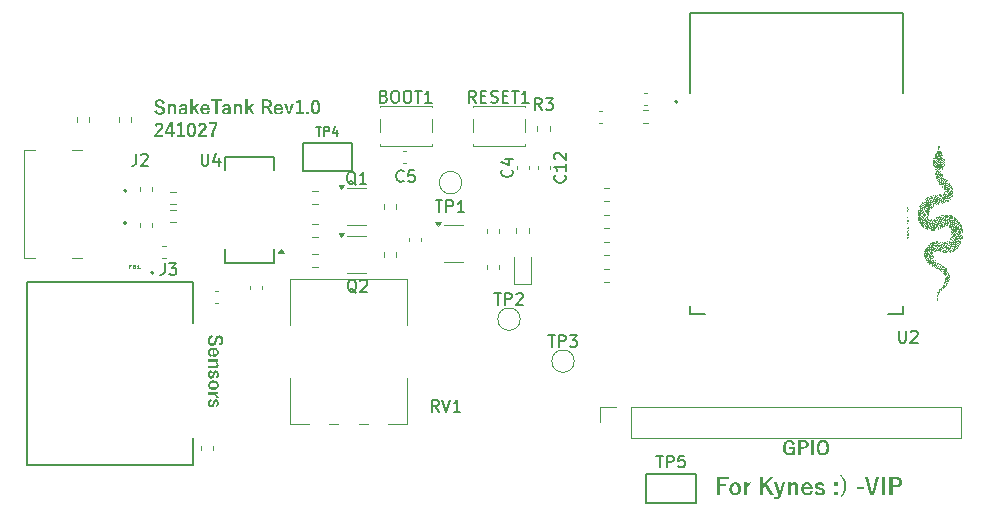
<source format=gbr>
%TF.GenerationSoftware,KiCad,Pcbnew,8.0.4*%
%TF.CreationDate,2024-10-27T11:38:08-06:00*%
%TF.ProjectId,SnakeTank,536e616b-6554-4616-9e6b-2e6b69636164,rev?*%
%TF.SameCoordinates,Original*%
%TF.FileFunction,Legend,Top*%
%TF.FilePolarity,Positive*%
%FSLAX46Y46*%
G04 Gerber Fmt 4.6, Leading zero omitted, Abs format (unit mm)*
G04 Created by KiCad (PCBNEW 8.0.4) date 2024-10-27 11:38:08*
%MOMM*%
%LPD*%
G01*
G04 APERTURE LIST*
%ADD10C,0.285750*%
%ADD11C,0.150000*%
%ADD12C,0.050800*%
%ADD13C,0.000000*%
%ADD14C,0.200000*%
%ADD15C,0.127000*%
%ADD16C,0.120000*%
G04 APERTURE END LIST*
D10*
G36*
X78149060Y-57415901D02*
G01*
X78149060Y-57626085D01*
X77412052Y-57626085D01*
X77412052Y-58027344D01*
X77969585Y-58027344D01*
X77969585Y-58237528D01*
X77412052Y-58237528D01*
X77412052Y-58944510D01*
X77144204Y-58944510D01*
X77144204Y-57415901D01*
X78149060Y-57415901D01*
G37*
G36*
X78779577Y-57878490D02*
G01*
X78858492Y-57893877D01*
X78930185Y-57920803D01*
X78994657Y-57959269D01*
X79051908Y-58009274D01*
X79077826Y-58038604D01*
X79117947Y-58096219D01*
X79149767Y-58160047D01*
X79173286Y-58230089D01*
X79188505Y-58306345D01*
X79194846Y-58374638D01*
X79195883Y-58417685D01*
X79192176Y-58499005D01*
X79181056Y-58574494D01*
X79162521Y-58644152D01*
X79136572Y-58707978D01*
X79095647Y-58776873D01*
X79044046Y-58837370D01*
X78983332Y-58887626D01*
X78915238Y-58925538D01*
X78839764Y-58951106D01*
X78769198Y-58963198D01*
X78706251Y-58966347D01*
X78634506Y-58962340D01*
X78555207Y-58946954D01*
X78483322Y-58920028D01*
X78418850Y-58881562D01*
X78361791Y-58831556D01*
X78336041Y-58802226D01*
X78296268Y-58744819D01*
X78264723Y-58681103D01*
X78241408Y-58611077D01*
X78226322Y-58534741D01*
X78220036Y-58466308D01*
X78219007Y-58423145D01*
X78219179Y-58419392D01*
X78472183Y-58419392D01*
X78475840Y-58505760D01*
X78486812Y-58580612D01*
X78510813Y-58657983D01*
X78546243Y-58717361D01*
X78603846Y-58764864D01*
X78677907Y-58786456D01*
X78706251Y-58787895D01*
X78774273Y-58778899D01*
X78840680Y-58744351D01*
X78890486Y-58683894D01*
X78919308Y-58613720D01*
X78934065Y-58544625D01*
X78941444Y-58464015D01*
X78942366Y-58419392D01*
X78938709Y-58333503D01*
X78927737Y-58259067D01*
X78903736Y-58182125D01*
X78868306Y-58123077D01*
X78810703Y-58075838D01*
X78736642Y-58054366D01*
X78708298Y-58052935D01*
X78640277Y-58061882D01*
X78573869Y-58096237D01*
X78524064Y-58156359D01*
X78495241Y-58226143D01*
X78480484Y-58294854D01*
X78473105Y-58375016D01*
X78472183Y-58419392D01*
X78219179Y-58419392D01*
X78222731Y-58342005D01*
X78233902Y-58266629D01*
X78252520Y-58197018D01*
X78278585Y-58133172D01*
X78319694Y-58064165D01*
X78371527Y-58003460D01*
X78432542Y-57953204D01*
X78500643Y-57915292D01*
X78575830Y-57889724D01*
X78645916Y-57877632D01*
X78708298Y-57874484D01*
X78779577Y-57878490D01*
G37*
G36*
X80008980Y-57874484D02*
G01*
X79992602Y-58106504D01*
X79919050Y-58115765D01*
X79852958Y-58143547D01*
X79794328Y-58189850D01*
X79743159Y-58254674D01*
X79706217Y-58322842D01*
X79686539Y-58369916D01*
X79686539Y-58944510D01*
X79442917Y-58944510D01*
X79442917Y-57896321D01*
X79675280Y-57896321D01*
X79675280Y-58158368D01*
X79703333Y-58091833D01*
X79743888Y-58021139D01*
X79790541Y-57964306D01*
X79854573Y-57914405D01*
X79927386Y-57884464D01*
X80008980Y-57874484D01*
G37*
G36*
X81927589Y-57415901D02*
G01*
X81399741Y-58023932D01*
X81973652Y-58944510D01*
X81672366Y-58944510D01*
X81228114Y-58209549D01*
X81049321Y-58410520D01*
X81049321Y-58944510D01*
X80788298Y-58944510D01*
X80788298Y-57415901D01*
X81049321Y-57415901D01*
X81049321Y-58113329D01*
X81625279Y-57415901D01*
X81927589Y-57415901D01*
G37*
G36*
X82963835Y-57896321D02*
G01*
X82584071Y-59000809D01*
X82557557Y-59069255D01*
X82522349Y-59138740D01*
X82482536Y-59197056D01*
X82431397Y-59250029D01*
X82403573Y-59271045D01*
X82337177Y-59306132D01*
X82267450Y-59326599D01*
X82197540Y-59335956D01*
X82150056Y-59337580D01*
X82081558Y-59334936D01*
X82015961Y-59327003D01*
X82006066Y-59138998D01*
X82073816Y-59148549D01*
X82144255Y-59152305D01*
X82212838Y-59142005D01*
X82276127Y-59105793D01*
X82320057Y-59051717D01*
X82348980Y-58987502D01*
X82364334Y-58941097D01*
X81998560Y-57896321D01*
X82259583Y-57896321D01*
X82388219Y-58337161D01*
X82408083Y-58410669D01*
X82427382Y-58484571D01*
X82444646Y-58551353D01*
X82464808Y-58629798D01*
X82478297Y-58682462D01*
X82497405Y-58682462D01*
X82516512Y-58614903D01*
X82535039Y-58547728D01*
X82548586Y-58498210D01*
X82567539Y-58428972D01*
X82587104Y-58359474D01*
X82594649Y-58333407D01*
X82718166Y-57896321D01*
X82963835Y-57896321D01*
G37*
G36*
X83399216Y-57896321D02*
G01*
X83399216Y-58071019D01*
X83446205Y-58014640D01*
X83498459Y-57967057D01*
X83555978Y-57928272D01*
X83568113Y-57921570D01*
X83636072Y-57892877D01*
X83705854Y-57877426D01*
X83753389Y-57874484D01*
X83822867Y-57880305D01*
X83891752Y-57900773D01*
X83950812Y-57935977D01*
X83984727Y-57967633D01*
X84025212Y-58025358D01*
X84050703Y-58093613D01*
X84060824Y-58164045D01*
X84061499Y-58189418D01*
X84061499Y-58944510D01*
X83807982Y-58944510D01*
X83807982Y-58261071D01*
X83800814Y-58193001D01*
X83770534Y-58130048D01*
X83709097Y-58092515D01*
X83658192Y-58086373D01*
X83588244Y-58099766D01*
X83525361Y-58133456D01*
X83516250Y-58139943D01*
X83464618Y-58186695D01*
X83422055Y-58240049D01*
X83407063Y-58263119D01*
X83407063Y-58944510D01*
X83159347Y-58944510D01*
X83159347Y-57896321D01*
X83399216Y-57896321D01*
G37*
G36*
X84860342Y-57878424D02*
G01*
X84936986Y-57893554D01*
X85006912Y-57920032D01*
X85070121Y-57957858D01*
X85126612Y-58007032D01*
X85152339Y-58035875D01*
X85193387Y-58094149D01*
X85225943Y-58159189D01*
X85250006Y-58230994D01*
X85265577Y-58309565D01*
X85272064Y-58380209D01*
X85273126Y-58424851D01*
X85273126Y-58474326D01*
X84543625Y-58474326D01*
X84549319Y-58548880D01*
X84566889Y-58621741D01*
X84600277Y-58689023D01*
X84622444Y-58717265D01*
X84676782Y-58760780D01*
X84743619Y-58786232D01*
X84815226Y-58793696D01*
X84885477Y-58784193D01*
X84951730Y-58750062D01*
X85003013Y-58691108D01*
X85035604Y-58619160D01*
X85042811Y-58595113D01*
X85267325Y-58659260D01*
X85237976Y-58731234D01*
X85200769Y-58793611D01*
X85155703Y-58846391D01*
X85102778Y-58889575D01*
X85041995Y-58923163D01*
X84973354Y-58947154D01*
X84896854Y-58961549D01*
X84812496Y-58966347D01*
X84734811Y-58962407D01*
X84663191Y-58950586D01*
X84597635Y-58930885D01*
X84526974Y-58896841D01*
X84465044Y-58851450D01*
X84420108Y-58804956D01*
X84379987Y-58748669D01*
X84348166Y-58685496D01*
X84324647Y-58615438D01*
X84309429Y-58538494D01*
X84303088Y-58469115D01*
X84302050Y-58425192D01*
X84305799Y-58343479D01*
X84310582Y-58311229D01*
X84547719Y-58311229D01*
X85031210Y-58311229D01*
X85020677Y-58234557D01*
X84995151Y-58159705D01*
X84955565Y-58103566D01*
X84891614Y-58061721D01*
X84821567Y-58046127D01*
X84795095Y-58045087D01*
X84726473Y-58053018D01*
X84662920Y-58080060D01*
X84611866Y-58126294D01*
X84576775Y-58184929D01*
X84554927Y-58256422D01*
X84547719Y-58311229D01*
X84310582Y-58311229D01*
X84317044Y-58267664D01*
X84335788Y-58197746D01*
X84362028Y-58133726D01*
X84403413Y-58064688D01*
X84455593Y-58004142D01*
X84516559Y-57953621D01*
X84584514Y-57915508D01*
X84659456Y-57889805D01*
X84729254Y-57877649D01*
X84791341Y-57874484D01*
X84860342Y-57878424D01*
G37*
G36*
X86294700Y-58137896D02*
G01*
X86060632Y-58202043D01*
X86033400Y-58132628D01*
X85986194Y-58078243D01*
X85921445Y-58048959D01*
X85868533Y-58043381D01*
X85798918Y-58050878D01*
X85738874Y-58077502D01*
X85700593Y-58134343D01*
X85699635Y-58147108D01*
X85714912Y-58213641D01*
X85742968Y-58245717D01*
X85805007Y-58276776D01*
X85871990Y-58298120D01*
X85891735Y-58303381D01*
X85981813Y-58326583D01*
X86050964Y-58346412D01*
X86120784Y-58372123D01*
X86186264Y-58404905D01*
X86241677Y-58446119D01*
X86251367Y-58455901D01*
X86291288Y-58515063D01*
X86311697Y-58581519D01*
X86316879Y-58644588D01*
X86309138Y-58718310D01*
X86285914Y-58783204D01*
X86241282Y-58845656D01*
X86193021Y-58886504D01*
X86130601Y-58921435D01*
X86057647Y-58946386D01*
X85985170Y-58960031D01*
X85916627Y-58965645D01*
X85880134Y-58966347D01*
X85796074Y-58962146D01*
X85719958Y-58949542D01*
X85651786Y-58928537D01*
X85577742Y-58890464D01*
X85516109Y-58839263D01*
X85466889Y-58774933D01*
X85430081Y-58697475D01*
X85660396Y-58616951D01*
X85688915Y-58687282D01*
X85735783Y-58746508D01*
X85797878Y-58783171D01*
X85875198Y-58797273D01*
X85885934Y-58797449D01*
X85962514Y-58790820D01*
X86027002Y-58767010D01*
X86073065Y-58712897D01*
X86082469Y-58658919D01*
X86064476Y-58590464D01*
X86036407Y-58562699D01*
X85971122Y-58533996D01*
X85903736Y-58512653D01*
X85874333Y-58504352D01*
X85784254Y-58480468D01*
X85718171Y-58461535D01*
X85651595Y-58436869D01*
X85589383Y-58405280D01*
X85532431Y-58360697D01*
X85528008Y-58355927D01*
X85490997Y-58297724D01*
X85472077Y-58231137D01*
X85467273Y-58167239D01*
X85476611Y-58094069D01*
X85504627Y-58030022D01*
X85551320Y-57975097D01*
X85585331Y-57948526D01*
X85651897Y-57912734D01*
X85720357Y-57890753D01*
X85797560Y-57878027D01*
X85872286Y-57874484D01*
X85950913Y-57878599D01*
X86022161Y-57890947D01*
X86100845Y-57917957D01*
X86168001Y-57957829D01*
X86223627Y-58010563D01*
X86267724Y-58076158D01*
X86294700Y-58137896D01*
G37*
G36*
X87397141Y-57896321D02*
G01*
X87397141Y-58167922D01*
X87115986Y-58167922D01*
X87115986Y-57896321D01*
X87397141Y-57896321D01*
G37*
G36*
X87397141Y-58672909D02*
G01*
X87397141Y-58944510D01*
X87115986Y-58944510D01*
X87115986Y-58672909D01*
X87397141Y-58672909D01*
G37*
G36*
X87653046Y-57219366D02*
G01*
X87715018Y-57277488D01*
X87772469Y-57336357D01*
X87825399Y-57395972D01*
X87873808Y-57456334D01*
X87917695Y-57517442D01*
X87957062Y-57579297D01*
X87991908Y-57641897D01*
X88022233Y-57705245D01*
X88050149Y-57775226D01*
X88073334Y-57847406D01*
X88091787Y-57921785D01*
X88105509Y-57998363D01*
X88114499Y-58077141D01*
X88118757Y-58158117D01*
X88119136Y-58191124D01*
X88117158Y-58266627D01*
X88111224Y-58340274D01*
X88101334Y-58412066D01*
X88087489Y-58482003D01*
X88069687Y-58550085D01*
X88047930Y-58616311D01*
X88022217Y-58680682D01*
X87992548Y-58743197D01*
X87954390Y-58810752D01*
X87910718Y-58877574D01*
X87861531Y-58943663D01*
X87806830Y-59009019D01*
X87759098Y-59060776D01*
X87707837Y-59112064D01*
X87653046Y-59162882D01*
X87592312Y-59107265D01*
X87640592Y-59050236D01*
X87685120Y-58992769D01*
X87725894Y-58934865D01*
X87762915Y-58876524D01*
X87803913Y-58802983D01*
X87839047Y-58728759D01*
X87868316Y-58653851D01*
X87873466Y-58638788D01*
X87896310Y-58562544D01*
X87914427Y-58482749D01*
X87925915Y-58413542D01*
X87934120Y-58341868D01*
X87939043Y-58267729D01*
X87940684Y-58191124D01*
X87939309Y-58120713D01*
X87935182Y-58052274D01*
X87926156Y-57969499D01*
X87912831Y-57889807D01*
X87895207Y-57813197D01*
X87873285Y-57739669D01*
X87852653Y-57683066D01*
X87824255Y-57617749D01*
X87791309Y-57552948D01*
X87753814Y-57488663D01*
X87711771Y-57424895D01*
X87665180Y-57361643D01*
X87614041Y-57298908D01*
X87592312Y-57273959D01*
X87653046Y-57219366D01*
G37*
G36*
X89603728Y-58245717D02*
G01*
X89603728Y-58438840D01*
X89030159Y-58438840D01*
X89030159Y-58245717D01*
X89603728Y-58245717D01*
G37*
G36*
X90921130Y-57415901D02*
G01*
X90455040Y-58944510D01*
X90124752Y-58944510D01*
X89663098Y-57415901D01*
X89948348Y-57415901D01*
X90146930Y-58136872D01*
X90164117Y-58204307D01*
X90182082Y-58275486D01*
X90200953Y-58350410D01*
X90217730Y-58417092D01*
X90236755Y-58492765D01*
X90258031Y-58577429D01*
X90281555Y-58671084D01*
X90289896Y-58704300D01*
X90317534Y-58704300D01*
X90336759Y-58623524D01*
X90355536Y-58545830D01*
X90373865Y-58471218D01*
X90391747Y-58399687D01*
X90409180Y-58331237D01*
X90430342Y-58250009D01*
X90450805Y-58173596D01*
X90458794Y-58144378D01*
X90659424Y-57415901D01*
X90921130Y-57415901D01*
G37*
G36*
X91409738Y-57415901D02*
G01*
X91409738Y-58944510D01*
X91141891Y-58944510D01*
X91141891Y-57415901D01*
X91409738Y-57415901D01*
G37*
G36*
X92406761Y-57419698D02*
G01*
X92494454Y-57431087D01*
X92572580Y-57450070D01*
X92641139Y-57476647D01*
X92717671Y-57523893D01*
X92777196Y-57584639D01*
X92819713Y-57658883D01*
X92845224Y-57746627D01*
X92853196Y-57821293D01*
X92853728Y-57847869D01*
X92848030Y-57928468D01*
X92830936Y-58001365D01*
X92802446Y-58066561D01*
X92762561Y-58124055D01*
X92711280Y-58173849D01*
X92691654Y-58188735D01*
X92623019Y-58228754D01*
X92555924Y-58255232D01*
X92481199Y-58274489D01*
X92413101Y-58285020D01*
X92339705Y-58290536D01*
X92293124Y-58291439D01*
X92036195Y-58291439D01*
X92036195Y-58944510D01*
X91771077Y-58944510D01*
X91771077Y-58092856D01*
X92036195Y-58092856D01*
X92285617Y-58092856D01*
X92355991Y-58089060D01*
X92430764Y-58073639D01*
X92501138Y-58039476D01*
X92550400Y-57988231D01*
X92578549Y-57919904D01*
X92585880Y-57849917D01*
X92575660Y-57769906D01*
X92544999Y-57706450D01*
X92493898Y-57659547D01*
X92422356Y-57629198D01*
X92347124Y-57616553D01*
X92295171Y-57614484D01*
X92036195Y-57614484D01*
X92036195Y-58092856D01*
X91771077Y-58092856D01*
X91771077Y-57415901D01*
X92309502Y-57415901D01*
X92406761Y-57419698D01*
G37*
G36*
X83773857Y-54651388D02*
G01*
X83562805Y-54701081D01*
X83548248Y-54643960D01*
X83522876Y-54583269D01*
X83489530Y-54534478D01*
X83438988Y-54491638D01*
X83376964Y-54465934D01*
X83316505Y-54457604D01*
X83303456Y-54457366D01*
X83247467Y-54462224D01*
X83188548Y-54480172D01*
X83136521Y-54511346D01*
X83091388Y-54555744D01*
X83063370Y-54595554D01*
X83037470Y-54646201D01*
X83016928Y-54703501D01*
X83001745Y-54767456D01*
X82993185Y-54825835D01*
X82988348Y-54888835D01*
X82987157Y-54942562D01*
X82988666Y-55003434D01*
X82993194Y-55060424D01*
X83003098Y-55126202D01*
X83017719Y-55185914D01*
X83037057Y-55239560D01*
X83066487Y-55295928D01*
X83083750Y-55320837D01*
X83121978Y-55362281D01*
X83171950Y-55397182D01*
X83228621Y-55418787D01*
X83291993Y-55427097D01*
X83300385Y-55427201D01*
X83358483Y-55421818D01*
X83421769Y-55399951D01*
X83474682Y-55361262D01*
X83517221Y-55305753D01*
X83543784Y-55249234D01*
X83563707Y-55181950D01*
X83574293Y-55124422D01*
X83579276Y-55082705D01*
X83287823Y-55082705D01*
X83287823Y-54915483D01*
X83781674Y-54915483D01*
X83781674Y-55576556D01*
X83637343Y-55576556D01*
X83613055Y-55397888D01*
X83580785Y-55450960D01*
X83541448Y-55496171D01*
X83495045Y-55533520D01*
X83466212Y-55550873D01*
X83412357Y-55573839D01*
X83354086Y-55588299D01*
X83297866Y-55594040D01*
X83278331Y-55594423D01*
X83216530Y-55591431D01*
X83158288Y-55582454D01*
X83103606Y-55567492D01*
X83040258Y-55540374D01*
X82982472Y-55503905D01*
X82930248Y-55458084D01*
X82892473Y-55414695D01*
X82883585Y-55402913D01*
X82847153Y-55346371D01*
X82816895Y-55284228D01*
X82797135Y-55230479D01*
X82781327Y-55173144D01*
X82769471Y-55112224D01*
X82761567Y-55047719D01*
X82757615Y-54979627D01*
X82757121Y-54944237D01*
X82758625Y-54884255D01*
X82763137Y-54826898D01*
X82773833Y-54754506D01*
X82789877Y-54686781D01*
X82811268Y-54623723D01*
X82838007Y-54565333D01*
X82870094Y-54511611D01*
X82907529Y-54462555D01*
X82928252Y-54439778D01*
X82975614Y-54396670D01*
X83026970Y-54360869D01*
X83082320Y-54332374D01*
X83141664Y-54311185D01*
X83205002Y-54297303D01*
X83272334Y-54290727D01*
X83300385Y-54290143D01*
X83361875Y-54292876D01*
X83419670Y-54301075D01*
X83484149Y-54318130D01*
X83543307Y-54343055D01*
X83597147Y-54375852D01*
X83630084Y-54402090D01*
X83672937Y-54445889D01*
X83709405Y-54495700D01*
X83739486Y-54551522D01*
X83760189Y-54604154D01*
X83773857Y-54651388D01*
G37*
G36*
X84568944Y-54311116D02*
G01*
X84640692Y-54320435D01*
X84704614Y-54335967D01*
X84760708Y-54357711D01*
X84823325Y-54396367D01*
X84872027Y-54446068D01*
X84906814Y-54506813D01*
X84927686Y-54578604D01*
X84934209Y-54639694D01*
X84934644Y-54661438D01*
X84929982Y-54727382D01*
X84915996Y-54787026D01*
X84892687Y-54840368D01*
X84860053Y-54887409D01*
X84818096Y-54928149D01*
X84802038Y-54940329D01*
X84745882Y-54973071D01*
X84690986Y-54994735D01*
X84629848Y-55010491D01*
X84574131Y-55019107D01*
X84514080Y-55023620D01*
X84475968Y-55024359D01*
X84265754Y-55024359D01*
X84265754Y-55558690D01*
X84048839Y-55558690D01*
X84048839Y-54861882D01*
X84265754Y-54861882D01*
X84469827Y-54861882D01*
X84527405Y-54858776D01*
X84588583Y-54846159D01*
X84646161Y-54818207D01*
X84686466Y-54776280D01*
X84709498Y-54720376D01*
X84715496Y-54663114D01*
X84707134Y-54597650D01*
X84682048Y-54545731D01*
X84640238Y-54507357D01*
X84581704Y-54482526D01*
X84520150Y-54472180D01*
X84477643Y-54470486D01*
X84265754Y-54470486D01*
X84265754Y-54861882D01*
X84048839Y-54861882D01*
X84048839Y-54308010D01*
X84489368Y-54308010D01*
X84568944Y-54311116D01*
G37*
G36*
X85376848Y-54308010D02*
G01*
X85376848Y-55558690D01*
X85157700Y-55558690D01*
X85157700Y-54308010D01*
X85376848Y-54308010D01*
G37*
G36*
X86202532Y-54293135D02*
G01*
X86262392Y-54302112D01*
X86318562Y-54317074D01*
X86371041Y-54338021D01*
X86431451Y-54372620D01*
X86475627Y-54407032D01*
X86516114Y-54447428D01*
X86544056Y-54481653D01*
X86581213Y-54538195D01*
X86612071Y-54600339D01*
X86632224Y-54654087D01*
X86648346Y-54711422D01*
X86660437Y-54772342D01*
X86668498Y-54836847D01*
X86672529Y-54904939D01*
X86673033Y-54940329D01*
X86671561Y-55000596D01*
X86667144Y-55058179D01*
X86656675Y-55130780D01*
X86640972Y-55198610D01*
X86620034Y-55261667D01*
X86593862Y-55319953D01*
X86562455Y-55373466D01*
X86525814Y-55422207D01*
X86505531Y-55444788D01*
X86459295Y-55487896D01*
X86408874Y-55523697D01*
X86354268Y-55552192D01*
X86295478Y-55573381D01*
X86232502Y-55587263D01*
X86165342Y-55593839D01*
X86137306Y-55594423D01*
X86073817Y-55591418D01*
X86014001Y-55582401D01*
X85957857Y-55567374D01*
X85905386Y-55546336D01*
X85844963Y-55511586D01*
X85800756Y-55477023D01*
X85760222Y-55436450D01*
X85732231Y-55402075D01*
X85695155Y-55345554D01*
X85664364Y-55283472D01*
X85644255Y-55229802D01*
X85628168Y-55172572D01*
X85616102Y-55111783D01*
X85608059Y-55047434D01*
X85604037Y-54979526D01*
X85603534Y-54944237D01*
X85603575Y-54942562D01*
X85833570Y-54942562D01*
X85835053Y-55003570D01*
X85839502Y-55060686D01*
X85849235Y-55126610D01*
X85863602Y-55186454D01*
X85882604Y-55240219D01*
X85911525Y-55296711D01*
X85928488Y-55321675D01*
X85971375Y-55367842D01*
X86020753Y-55400819D01*
X86076622Y-55420605D01*
X86138981Y-55427201D01*
X86201555Y-55420588D01*
X86257370Y-55400750D01*
X86306425Y-55367688D01*
X86348721Y-55321400D01*
X86369855Y-55289012D01*
X86394617Y-55238385D01*
X86414256Y-55181143D01*
X86428771Y-55117286D01*
X86436954Y-55059019D01*
X86441579Y-54996158D01*
X86442718Y-54942562D01*
X86441248Y-54881241D01*
X86436838Y-54823880D01*
X86427191Y-54757749D01*
X86412950Y-54697807D01*
X86394116Y-54644053D01*
X86365451Y-54587718D01*
X86348638Y-54562892D01*
X86306117Y-54516724D01*
X86257000Y-54483747D01*
X86201289Y-54463961D01*
X86138981Y-54457366D01*
X86076081Y-54463938D01*
X86020020Y-54483655D01*
X85970799Y-54516518D01*
X85928418Y-54562525D01*
X85907271Y-54594717D01*
X85882224Y-54645478D01*
X85862359Y-54702913D01*
X85847677Y-54767021D01*
X85839400Y-54825543D01*
X85834721Y-54888700D01*
X85833570Y-54942562D01*
X85603575Y-54942562D01*
X85605011Y-54883963D01*
X85609443Y-54826358D01*
X85619946Y-54753704D01*
X85635702Y-54685796D01*
X85656709Y-54622634D01*
X85682969Y-54564218D01*
X85714480Y-54510547D01*
X85751243Y-54461623D01*
X85771594Y-54438940D01*
X85817810Y-54396074D01*
X85868169Y-54360473D01*
X85922673Y-54332138D01*
X85981320Y-54311068D01*
X86044112Y-54297263D01*
X86111047Y-54290724D01*
X86138981Y-54290143D01*
X86202532Y-54293135D01*
G37*
G36*
X35054999Y-46300739D02*
G01*
X34996652Y-46090524D01*
X35057453Y-46072217D01*
X35107949Y-46047831D01*
X35154941Y-46010542D01*
X35187094Y-45964499D01*
X35204407Y-45909701D01*
X35207704Y-45868305D01*
X35202688Y-45807351D01*
X35185582Y-45751449D01*
X35156337Y-45707224D01*
X35108745Y-45673360D01*
X35052592Y-45660459D01*
X35039086Y-45660045D01*
X34983292Y-45666444D01*
X34930367Y-45690509D01*
X34904805Y-45714203D01*
X34874930Y-45762151D01*
X34851413Y-45818421D01*
X34833503Y-45874115D01*
X34829150Y-45889522D01*
X34809329Y-45955406D01*
X34789673Y-46020509D01*
X34768217Y-46078851D01*
X34744962Y-46130432D01*
X34714681Y-46183405D01*
X34676078Y-46232900D01*
X34652436Y-46255234D01*
X34603645Y-46286812D01*
X34546154Y-46308056D01*
X34487747Y-46318263D01*
X34439430Y-46320560D01*
X34373918Y-46316025D01*
X34314314Y-46302422D01*
X34260618Y-46279751D01*
X34212831Y-46248011D01*
X34170953Y-46207202D01*
X34158306Y-46191583D01*
X34127472Y-46144457D01*
X34103017Y-46091226D01*
X34084942Y-46031891D01*
X34073246Y-45966451D01*
X34068373Y-45907254D01*
X34067576Y-45869701D01*
X34069818Y-45809936D01*
X34076545Y-45753824D01*
X34090537Y-45691312D01*
X34110988Y-45634060D01*
X34137896Y-45582069D01*
X34159423Y-45550331D01*
X34199092Y-45505196D01*
X34245308Y-45466766D01*
X34298069Y-45435043D01*
X34357376Y-45410026D01*
X34394204Y-45398742D01*
X34460647Y-45605886D01*
X34405493Y-45621955D01*
X34352080Y-45647417D01*
X34303454Y-45684876D01*
X34283374Y-45707224D01*
X34253811Y-45755335D01*
X34236519Y-45809846D01*
X34231448Y-45864955D01*
X34234288Y-45920898D01*
X34245824Y-45980337D01*
X34271381Y-46036280D01*
X34317349Y-46080335D01*
X34370593Y-46099915D01*
X34413188Y-46103645D01*
X34469771Y-46097443D01*
X34522692Y-46074123D01*
X34547747Y-46051161D01*
X34579861Y-46000400D01*
X34603224Y-45945996D01*
X34623473Y-45885883D01*
X34630940Y-45860488D01*
X34649924Y-45796000D01*
X34670297Y-45734182D01*
X34692333Y-45678716D01*
X34720972Y-45620542D01*
X34752006Y-45571515D01*
X34791238Y-45525878D01*
X34809050Y-45510130D01*
X34859004Y-45478687D01*
X34918100Y-45457534D01*
X34978304Y-45447371D01*
X35028198Y-45445084D01*
X35085643Y-45449383D01*
X35147030Y-45465264D01*
X35202352Y-45492848D01*
X35251609Y-45532134D01*
X35283080Y-45567360D01*
X35317672Y-45619908D01*
X35343767Y-45679108D01*
X35359372Y-45735145D01*
X35368735Y-45796071D01*
X35371856Y-45861884D01*
X35369071Y-45923520D01*
X35360717Y-45980915D01*
X35340913Y-46050847D01*
X35311208Y-46113241D01*
X35271600Y-46168098D01*
X35222091Y-46215417D01*
X35162681Y-46255199D01*
X35111624Y-46280089D01*
X35054999Y-46300739D01*
G37*
G36*
X34595062Y-46473262D02*
G01*
X34657093Y-46482463D01*
X34714298Y-46497798D01*
X34766677Y-46519267D01*
X34823164Y-46553128D01*
X34872701Y-46595821D01*
X34914036Y-46645702D01*
X34945220Y-46701301D01*
X34966250Y-46762618D01*
X34976195Y-46819725D01*
X34978785Y-46870524D01*
X34975561Y-46926979D01*
X34963182Y-46989688D01*
X34941518Y-47046900D01*
X34910569Y-47098616D01*
X34870336Y-47144836D01*
X34846738Y-47165885D01*
X34799059Y-47199471D01*
X34745844Y-47226107D01*
X34687095Y-47245795D01*
X34622809Y-47258535D01*
X34565010Y-47263843D01*
X34528485Y-47264711D01*
X34488005Y-47264711D01*
X34488005Y-47066780D01*
X34621448Y-47066780D01*
X34684180Y-47058162D01*
X34745422Y-47037277D01*
X34791355Y-47004889D01*
X34825591Y-46952565D01*
X34838350Y-46895254D01*
X34839200Y-46873595D01*
X34832712Y-46817450D01*
X34810586Y-46765452D01*
X34772758Y-46723681D01*
X34724785Y-46694970D01*
X34666290Y-46677094D01*
X34621448Y-46671197D01*
X34621448Y-47066780D01*
X34488005Y-47066780D01*
X34488005Y-46667847D01*
X34427007Y-46672505D01*
X34367393Y-46686881D01*
X34312344Y-46714198D01*
X34289236Y-46732335D01*
X34253634Y-46776793D01*
X34232809Y-46831478D01*
X34226702Y-46890066D01*
X34234477Y-46947544D01*
X34262403Y-47001751D01*
X34310638Y-47043710D01*
X34369504Y-47070375D01*
X34389179Y-47076272D01*
X34336695Y-47259965D01*
X34277808Y-47235952D01*
X34226772Y-47205510D01*
X34183588Y-47168638D01*
X34148256Y-47125336D01*
X34120775Y-47075604D01*
X34101146Y-47019443D01*
X34089368Y-46956853D01*
X34085443Y-46887832D01*
X34088666Y-46824272D01*
X34098338Y-46765674D01*
X34114457Y-46712037D01*
X34142311Y-46654223D01*
X34179449Y-46603554D01*
X34217490Y-46566787D01*
X34263543Y-46533961D01*
X34315230Y-46507926D01*
X34372550Y-46488683D01*
X34435504Y-46476232D01*
X34492269Y-46471044D01*
X34528206Y-46470195D01*
X34595062Y-46473262D01*
G37*
G36*
X34960918Y-47660015D02*
G01*
X34817984Y-47660015D01*
X34864112Y-47698461D01*
X34903043Y-47741214D01*
X34934777Y-47788275D01*
X34940260Y-47798204D01*
X34963736Y-47853807D01*
X34976377Y-47910902D01*
X34978785Y-47949793D01*
X34974022Y-48006639D01*
X34957276Y-48062999D01*
X34928473Y-48111321D01*
X34902572Y-48139070D01*
X34855342Y-48172194D01*
X34799497Y-48193050D01*
X34741871Y-48201331D01*
X34721112Y-48201883D01*
X34103310Y-48201883D01*
X34103310Y-47994460D01*
X34662486Y-47994460D01*
X34718180Y-47988596D01*
X34769687Y-47963822D01*
X34800396Y-47913555D01*
X34805421Y-47871905D01*
X34794464Y-47814675D01*
X34766899Y-47763225D01*
X34761591Y-47755771D01*
X34723340Y-47713526D01*
X34679686Y-47678702D01*
X34660811Y-47666436D01*
X34103310Y-47666436D01*
X34103310Y-47463759D01*
X34960918Y-47463759D01*
X34960918Y-47660015D01*
G37*
G36*
X34763266Y-49088805D02*
G01*
X34710782Y-48897295D01*
X34767576Y-48875014D01*
X34812073Y-48836391D01*
X34836033Y-48783414D01*
X34840596Y-48740122D01*
X34834462Y-48683165D01*
X34812679Y-48634038D01*
X34766173Y-48602717D01*
X34755729Y-48601933D01*
X34701293Y-48614433D01*
X34675049Y-48637388D01*
X34649637Y-48688147D01*
X34632174Y-48742951D01*
X34627869Y-48759106D01*
X34608886Y-48832807D01*
X34592662Y-48889384D01*
X34571626Y-48946510D01*
X34544804Y-49000084D01*
X34511084Y-49045423D01*
X34503080Y-49053351D01*
X34454675Y-49086014D01*
X34400302Y-49102711D01*
X34348700Y-49106951D01*
X34288381Y-49100618D01*
X34235287Y-49081617D01*
X34184190Y-49045099D01*
X34150768Y-49005613D01*
X34122188Y-48954542D01*
X34101774Y-48894852D01*
X34090610Y-48835553D01*
X34086017Y-48779473D01*
X34085443Y-48749614D01*
X34088880Y-48680838D01*
X34099192Y-48618562D01*
X34116378Y-48562784D01*
X34147528Y-48502203D01*
X34189420Y-48451776D01*
X34242054Y-48411505D01*
X34305428Y-48381390D01*
X34371312Y-48569829D01*
X34313769Y-48593163D01*
X34265311Y-48631509D01*
X34235313Y-48682314D01*
X34223776Y-48745576D01*
X34223632Y-48754360D01*
X34229055Y-48817016D01*
X34248536Y-48869779D01*
X34292811Y-48907467D01*
X34336974Y-48915162D01*
X34392983Y-48900440D01*
X34415700Y-48877474D01*
X34439184Y-48824060D01*
X34456647Y-48768925D01*
X34463438Y-48744868D01*
X34482980Y-48671168D01*
X34498471Y-48617099D01*
X34518652Y-48562628D01*
X34544497Y-48511728D01*
X34580974Y-48465130D01*
X34584877Y-48461511D01*
X34632497Y-48431230D01*
X34686978Y-48415750D01*
X34739258Y-48411819D01*
X34799124Y-48419460D01*
X34851526Y-48442382D01*
X34896465Y-48480585D01*
X34918205Y-48508412D01*
X34947490Y-48562875D01*
X34965474Y-48618888D01*
X34975886Y-48682054D01*
X34978785Y-48743193D01*
X34975418Y-48807524D01*
X34965315Y-48865819D01*
X34943216Y-48930197D01*
X34910594Y-48985142D01*
X34867448Y-49030654D01*
X34813779Y-49066733D01*
X34763266Y-49088805D01*
G37*
G36*
X34596268Y-49254887D02*
G01*
X34657939Y-49264027D01*
X34714893Y-49279260D01*
X34767131Y-49300586D01*
X34823591Y-49334220D01*
X34873259Y-49376629D01*
X34914377Y-49426551D01*
X34945396Y-49482270D01*
X34966316Y-49543786D01*
X34976209Y-49601130D01*
X34978785Y-49652169D01*
X34975507Y-49710488D01*
X34962918Y-49775055D01*
X34940888Y-49833713D01*
X34909416Y-49886463D01*
X34868502Y-49933305D01*
X34844505Y-49954510D01*
X34797365Y-49987336D01*
X34745142Y-50013371D01*
X34687835Y-50032614D01*
X34625444Y-50045066D01*
X34569568Y-50050254D01*
X34534347Y-50051103D01*
X34467813Y-50048070D01*
X34406049Y-50038971D01*
X34349057Y-50023806D01*
X34296835Y-50002575D01*
X34240467Y-49969091D01*
X34190969Y-49926872D01*
X34149851Y-49877197D01*
X34118832Y-49821484D01*
X34097912Y-49759732D01*
X34088019Y-49701996D01*
X34085443Y-49650494D01*
X34231448Y-49650494D01*
X34238809Y-49706148D01*
X34267075Y-49760482D01*
X34316541Y-49801232D01*
X34373956Y-49824814D01*
X34430488Y-49836888D01*
X34496441Y-49842925D01*
X34532951Y-49843680D01*
X34603224Y-49840687D01*
X34664126Y-49831710D01*
X34727078Y-49812073D01*
X34775391Y-49783085D01*
X34814040Y-49735955D01*
X34831608Y-49675360D01*
X34832780Y-49652169D01*
X34825460Y-49596515D01*
X34797351Y-49542182D01*
X34748160Y-49501432D01*
X34691064Y-49477850D01*
X34634846Y-49465776D01*
X34569259Y-49459739D01*
X34532951Y-49458984D01*
X34462287Y-49461976D01*
X34401044Y-49470953D01*
X34337740Y-49490591D01*
X34289158Y-49519579D01*
X34250292Y-49566709D01*
X34232626Y-49627304D01*
X34231448Y-49650494D01*
X34085443Y-49650494D01*
X34088721Y-49591794D01*
X34101310Y-49526913D01*
X34123340Y-49468098D01*
X34154812Y-49415348D01*
X34195726Y-49368663D01*
X34219723Y-49347595D01*
X34266692Y-49315054D01*
X34318824Y-49289245D01*
X34376118Y-49270168D01*
X34438575Y-49257825D01*
X34494565Y-49252682D01*
X34529881Y-49251840D01*
X34596268Y-49254887D01*
G37*
G36*
X34978785Y-50716364D02*
G01*
X34788950Y-50702964D01*
X34781373Y-50642784D01*
X34758643Y-50588709D01*
X34720758Y-50540739D01*
X34667721Y-50498873D01*
X34611947Y-50468649D01*
X34573431Y-50452549D01*
X34103310Y-50452549D01*
X34103310Y-50253222D01*
X34960918Y-50253222D01*
X34960918Y-50443336D01*
X34746516Y-50443336D01*
X34800954Y-50466289D01*
X34858795Y-50499470D01*
X34905294Y-50537641D01*
X34946122Y-50590031D01*
X34970620Y-50649605D01*
X34978785Y-50716364D01*
G37*
G36*
X34763266Y-51516464D02*
G01*
X34710782Y-51324954D01*
X34767576Y-51302672D01*
X34812073Y-51264050D01*
X34836033Y-51211073D01*
X34840596Y-51167781D01*
X34834462Y-51110824D01*
X34812679Y-51061697D01*
X34766173Y-51030376D01*
X34755729Y-51029592D01*
X34701293Y-51042091D01*
X34675049Y-51065047D01*
X34649637Y-51115805D01*
X34632174Y-51170610D01*
X34627869Y-51186765D01*
X34608886Y-51260465D01*
X34592662Y-51317043D01*
X34571626Y-51374169D01*
X34544804Y-51427743D01*
X34511084Y-51473081D01*
X34503080Y-51481009D01*
X34454675Y-51513672D01*
X34400302Y-51530370D01*
X34348700Y-51534610D01*
X34288381Y-51528276D01*
X34235287Y-51509275D01*
X34184190Y-51472758D01*
X34150768Y-51433271D01*
X34122188Y-51382201D01*
X34101774Y-51322511D01*
X34090610Y-51263212D01*
X34086017Y-51207131D01*
X34085443Y-51177273D01*
X34088880Y-51108497D01*
X34099192Y-51046220D01*
X34116378Y-50990443D01*
X34147528Y-50929861D01*
X34189420Y-50879435D01*
X34242054Y-50839164D01*
X34305428Y-50809048D01*
X34371312Y-50997488D01*
X34313769Y-51020821D01*
X34265311Y-51059168D01*
X34235313Y-51109972D01*
X34223776Y-51173235D01*
X34223632Y-51182019D01*
X34229055Y-51244675D01*
X34248536Y-51297438D01*
X34292811Y-51335126D01*
X34336974Y-51342820D01*
X34392983Y-51328099D01*
X34415700Y-51305132D01*
X34439184Y-51251718D01*
X34456647Y-51196583D01*
X34463438Y-51172527D01*
X34482980Y-51098826D01*
X34498471Y-51044758D01*
X34518652Y-50990287D01*
X34544497Y-50939386D01*
X34580974Y-50892789D01*
X34584877Y-50889170D01*
X34632497Y-50858889D01*
X34686978Y-50843408D01*
X34739258Y-50839478D01*
X34799124Y-50847118D01*
X34851526Y-50870040D01*
X34896465Y-50908243D01*
X34918205Y-50936070D01*
X34947490Y-50990534D01*
X34965474Y-51046546D01*
X34975886Y-51109713D01*
X34978785Y-51170852D01*
X34975418Y-51235183D01*
X34965315Y-51293477D01*
X34943216Y-51357855D01*
X34910594Y-51412800D01*
X34867448Y-51458313D01*
X34813779Y-51494392D01*
X34763266Y-51516464D01*
G37*
G36*
X30425739Y-25762760D02*
G01*
X30215524Y-25821107D01*
X30197217Y-25760306D01*
X30172831Y-25709810D01*
X30135542Y-25662818D01*
X30089499Y-25630665D01*
X30034701Y-25613352D01*
X29993305Y-25610055D01*
X29932351Y-25615071D01*
X29876449Y-25632177D01*
X29832224Y-25661422D01*
X29798360Y-25709014D01*
X29785459Y-25765167D01*
X29785045Y-25778673D01*
X29791444Y-25834467D01*
X29815509Y-25887392D01*
X29839203Y-25912954D01*
X29887151Y-25942829D01*
X29943421Y-25966346D01*
X29999115Y-25984256D01*
X30014522Y-25988609D01*
X30080406Y-26008430D01*
X30145509Y-26028086D01*
X30203851Y-26049542D01*
X30255432Y-26072797D01*
X30308405Y-26103078D01*
X30357900Y-26141681D01*
X30380234Y-26165323D01*
X30411812Y-26214114D01*
X30433056Y-26271605D01*
X30443263Y-26330012D01*
X30445560Y-26378329D01*
X30441025Y-26443841D01*
X30427422Y-26503445D01*
X30404751Y-26557141D01*
X30373011Y-26604928D01*
X30332202Y-26646806D01*
X30316583Y-26659453D01*
X30269457Y-26690287D01*
X30216226Y-26714742D01*
X30156891Y-26732817D01*
X30091451Y-26744513D01*
X30032254Y-26749386D01*
X29994701Y-26750183D01*
X29934936Y-26747941D01*
X29878824Y-26741214D01*
X29816312Y-26727222D01*
X29759060Y-26706771D01*
X29707069Y-26679863D01*
X29675331Y-26658336D01*
X29630196Y-26618667D01*
X29591766Y-26572451D01*
X29560043Y-26519690D01*
X29535026Y-26460383D01*
X29523742Y-26423555D01*
X29730886Y-26357112D01*
X29746955Y-26412266D01*
X29772417Y-26465679D01*
X29809876Y-26514305D01*
X29832224Y-26534385D01*
X29880335Y-26563948D01*
X29934846Y-26581240D01*
X29989955Y-26586311D01*
X30045898Y-26583471D01*
X30105337Y-26571935D01*
X30161280Y-26546378D01*
X30205335Y-26500410D01*
X30224915Y-26447166D01*
X30228645Y-26404571D01*
X30222443Y-26347988D01*
X30199123Y-26295067D01*
X30176161Y-26270012D01*
X30125400Y-26237898D01*
X30070996Y-26214535D01*
X30010883Y-26194286D01*
X29985488Y-26186819D01*
X29921000Y-26167835D01*
X29859182Y-26147462D01*
X29803716Y-26125426D01*
X29745542Y-26096787D01*
X29696515Y-26065753D01*
X29650878Y-26026521D01*
X29635130Y-26008709D01*
X29603687Y-25958755D01*
X29582534Y-25899659D01*
X29572371Y-25839455D01*
X29570084Y-25789561D01*
X29574383Y-25732116D01*
X29590264Y-25670729D01*
X29617848Y-25615407D01*
X29657134Y-25566150D01*
X29692360Y-25534679D01*
X29744908Y-25500087D01*
X29804108Y-25473992D01*
X29860145Y-25458387D01*
X29921071Y-25449024D01*
X29986884Y-25445903D01*
X30048520Y-25448688D01*
X30105915Y-25457042D01*
X30175847Y-25476846D01*
X30238241Y-25506551D01*
X30293098Y-25546159D01*
X30340417Y-25595668D01*
X30380199Y-25655078D01*
X30405089Y-25706135D01*
X30425739Y-25762760D01*
G37*
G36*
X30844772Y-25856841D02*
G01*
X30844772Y-25999775D01*
X30883218Y-25953647D01*
X30925971Y-25914716D01*
X30973032Y-25882982D01*
X30982961Y-25877499D01*
X31038564Y-25854023D01*
X31095658Y-25841382D01*
X31134550Y-25838974D01*
X31191396Y-25843737D01*
X31247756Y-25860483D01*
X31296078Y-25889286D01*
X31323827Y-25915187D01*
X31356951Y-25962417D01*
X31377807Y-26018262D01*
X31386088Y-26075888D01*
X31386640Y-26096647D01*
X31386640Y-26714450D01*
X31179217Y-26714450D01*
X31179217Y-26155273D01*
X31173353Y-26099579D01*
X31148579Y-26048072D01*
X31098312Y-26017363D01*
X31056662Y-26012338D01*
X30999432Y-26023295D01*
X30947982Y-26050860D01*
X30940527Y-26056168D01*
X30898283Y-26094419D01*
X30863459Y-26138073D01*
X30851193Y-26156948D01*
X30851193Y-26714450D01*
X30648516Y-26714450D01*
X30648516Y-25856841D01*
X30844772Y-25856841D01*
G37*
G36*
X32037133Y-25841467D02*
G01*
X32109329Y-25852546D01*
X32170829Y-25872489D01*
X32221634Y-25901296D01*
X32270099Y-25949769D01*
X32301851Y-26012092D01*
X32315221Y-26071921D01*
X32318229Y-26122610D01*
X32318229Y-26461801D01*
X32319119Y-26524178D01*
X32321789Y-26587078D01*
X32326238Y-26650502D01*
X32331591Y-26706427D01*
X32332467Y-26714450D01*
X32146261Y-26714450D01*
X32137320Y-26657859D01*
X32131465Y-26607248D01*
X32092684Y-26649752D01*
X32047740Y-26683462D01*
X31996632Y-26708378D01*
X31939361Y-26724500D01*
X31875926Y-26731828D01*
X31853412Y-26732316D01*
X31791349Y-26727518D01*
X31736370Y-26713123D01*
X31682986Y-26685459D01*
X31647664Y-26655545D01*
X31612920Y-26609504D01*
X31591045Y-26555829D01*
X31582037Y-26494521D01*
X31581780Y-26481343D01*
X31583498Y-26465151D01*
X31774965Y-26465151D01*
X31786139Y-26524529D01*
X31824765Y-26567713D01*
X31883117Y-26586066D01*
X31916225Y-26587986D01*
X31977346Y-26579645D01*
X32032011Y-26554625D01*
X32080220Y-26512924D01*
X32117107Y-26462753D01*
X32121973Y-26454543D01*
X32121973Y-26303512D01*
X32064970Y-26306292D01*
X32007967Y-26312119D01*
X31950964Y-26320994D01*
X31919296Y-26327241D01*
X31863058Y-26344718D01*
X31811048Y-26377631D01*
X31780039Y-26427980D01*
X31774965Y-26465151D01*
X31583498Y-26465151D01*
X31588814Y-26415058D01*
X31609915Y-26357183D01*
X31645084Y-26307719D01*
X31694320Y-26266666D01*
X31743838Y-26239879D01*
X31802359Y-26218474D01*
X31869883Y-26202453D01*
X31925734Y-26193624D01*
X31986366Y-26186679D01*
X32043341Y-26182149D01*
X32103976Y-26179061D01*
X32121973Y-26178444D01*
X32121973Y-26129868D01*
X32116124Y-26073127D01*
X32092360Y-26021633D01*
X32080377Y-26009267D01*
X32027408Y-25984662D01*
X31968988Y-25978838D01*
X31912950Y-25986906D01*
X31862990Y-26013459D01*
X31854249Y-26020992D01*
X31819912Y-26066218D01*
X31800904Y-26120787D01*
X31800090Y-26124843D01*
X31610814Y-26075430D01*
X31631481Y-26020011D01*
X31667350Y-25961128D01*
X31714370Y-25913790D01*
X31772540Y-25877998D01*
X31827105Y-25857678D01*
X31888806Y-25844747D01*
X31957643Y-25839205D01*
X31975967Y-25838974D01*
X32037133Y-25841467D01*
G37*
G36*
X33312352Y-25856841D02*
G01*
X33017828Y-26177327D01*
X33328823Y-26714450D01*
X33106604Y-26714450D01*
X32888293Y-26309933D01*
X32767413Y-26439747D01*
X32767413Y-26714450D01*
X32568086Y-26714450D01*
X32568086Y-25445903D01*
X32767413Y-25445903D01*
X32767413Y-26231486D01*
X33085387Y-25856841D01*
X33312352Y-25856841D01*
G37*
G36*
X33882759Y-25842198D02*
G01*
X33945467Y-25854577D01*
X34002680Y-25876241D01*
X34054396Y-25907190D01*
X34100616Y-25947423D01*
X34121665Y-25971021D01*
X34155250Y-26018700D01*
X34181887Y-26071915D01*
X34201575Y-26130664D01*
X34214314Y-26194950D01*
X34219622Y-26252749D01*
X34220491Y-26289274D01*
X34220491Y-26329754D01*
X33623626Y-26329754D01*
X33628285Y-26390752D01*
X33642661Y-26450366D01*
X33669978Y-26505415D01*
X33688114Y-26528523D01*
X33732573Y-26564125D01*
X33787258Y-26584950D01*
X33845845Y-26591057D01*
X33903324Y-26583282D01*
X33957531Y-26555356D01*
X33999489Y-26507121D01*
X34026155Y-26448255D01*
X34032051Y-26428580D01*
X34215745Y-26481064D01*
X34191732Y-26539951D01*
X34161289Y-26590987D01*
X34124417Y-26634171D01*
X34081115Y-26669503D01*
X34031384Y-26696984D01*
X33975223Y-26716613D01*
X33912632Y-26728391D01*
X33843612Y-26732316D01*
X33780052Y-26729093D01*
X33721453Y-26719421D01*
X33667817Y-26703302D01*
X33610002Y-26675448D01*
X33559333Y-26638310D01*
X33522567Y-26600269D01*
X33489740Y-26554216D01*
X33463706Y-26502529D01*
X33444463Y-26445209D01*
X33432011Y-26382255D01*
X33426823Y-26325490D01*
X33425974Y-26289553D01*
X33429041Y-26222697D01*
X33432955Y-26196311D01*
X33626976Y-26196311D01*
X34022559Y-26196311D01*
X34013942Y-26133579D01*
X33993056Y-26072337D01*
X33960668Y-26026404D01*
X33908344Y-25992168D01*
X33851034Y-25979409D01*
X33829374Y-25978559D01*
X33773229Y-25985047D01*
X33721232Y-26007173D01*
X33679460Y-26045001D01*
X33650749Y-26092974D01*
X33632874Y-26151469D01*
X33626976Y-26196311D01*
X33432955Y-26196311D01*
X33438242Y-26160666D01*
X33453578Y-26103461D01*
X33475047Y-26051082D01*
X33508907Y-25994595D01*
X33551600Y-25945058D01*
X33601482Y-25903723D01*
X33657081Y-25872539D01*
X33718397Y-25851509D01*
X33775505Y-25841564D01*
X33826303Y-25838974D01*
X33882759Y-25842198D01*
G37*
G36*
X35297248Y-25463770D02*
G01*
X35297248Y-25638809D01*
X34925952Y-25638809D01*
X34925952Y-26714450D01*
X34706804Y-26714450D01*
X34706804Y-25638809D01*
X34338579Y-25638809D01*
X34338579Y-25463770D01*
X35297248Y-25463770D01*
G37*
G36*
X35704305Y-25841467D02*
G01*
X35776501Y-25852546D01*
X35838001Y-25872489D01*
X35888805Y-25901296D01*
X35937270Y-25949769D01*
X35969023Y-26012092D01*
X35982393Y-26071921D01*
X35985401Y-26122610D01*
X35985401Y-26461801D01*
X35986291Y-26524178D01*
X35988960Y-26587078D01*
X35993409Y-26650502D01*
X35998762Y-26706427D01*
X35999638Y-26714450D01*
X35813432Y-26714450D01*
X35804491Y-26657859D01*
X35798636Y-26607248D01*
X35759856Y-26649752D01*
X35714912Y-26683462D01*
X35663804Y-26708378D01*
X35606533Y-26724500D01*
X35543098Y-26731828D01*
X35520583Y-26732316D01*
X35458521Y-26727518D01*
X35403542Y-26713123D01*
X35350158Y-26685459D01*
X35314835Y-26655545D01*
X35280092Y-26609504D01*
X35258216Y-26555829D01*
X35249209Y-26494521D01*
X35248951Y-26481343D01*
X35250669Y-26465151D01*
X35442137Y-26465151D01*
X35453311Y-26524529D01*
X35491936Y-26567713D01*
X35550289Y-26586066D01*
X35583397Y-26587986D01*
X35644517Y-26579645D01*
X35699182Y-26554625D01*
X35747391Y-26512924D01*
X35784278Y-26462753D01*
X35789145Y-26454543D01*
X35789145Y-26303512D01*
X35732142Y-26306292D01*
X35675139Y-26312119D01*
X35618136Y-26320994D01*
X35586467Y-26327241D01*
X35530229Y-26344718D01*
X35478219Y-26377631D01*
X35447211Y-26427980D01*
X35442137Y-26465151D01*
X35250669Y-26465151D01*
X35255985Y-26415058D01*
X35277086Y-26357183D01*
X35312255Y-26307719D01*
X35361492Y-26266666D01*
X35411009Y-26239879D01*
X35469530Y-26218474D01*
X35537054Y-26202453D01*
X35592906Y-26193624D01*
X35653538Y-26186679D01*
X35710513Y-26182149D01*
X35771148Y-26179061D01*
X35789145Y-26178444D01*
X35789145Y-26129868D01*
X35783295Y-26073127D01*
X35759532Y-26021633D01*
X35747548Y-26009267D01*
X35694579Y-25984662D01*
X35636160Y-25978838D01*
X35580122Y-25986906D01*
X35530162Y-26013459D01*
X35521421Y-26020992D01*
X35487083Y-26066218D01*
X35468076Y-26120787D01*
X35467262Y-26124843D01*
X35277985Y-26075430D01*
X35298652Y-26020011D01*
X35334522Y-25961128D01*
X35381542Y-25913790D01*
X35439712Y-25877998D01*
X35494277Y-25857678D01*
X35555977Y-25844747D01*
X35624815Y-25839205D01*
X35643139Y-25838974D01*
X35704305Y-25841467D01*
G37*
G36*
X36431514Y-25856841D02*
G01*
X36431514Y-25999775D01*
X36469960Y-25953647D01*
X36512713Y-25914716D01*
X36559774Y-25882982D01*
X36569703Y-25877499D01*
X36625305Y-25854023D01*
X36682400Y-25841382D01*
X36721292Y-25838974D01*
X36778138Y-25843737D01*
X36834498Y-25860483D01*
X36882820Y-25889286D01*
X36910569Y-25915187D01*
X36943693Y-25962417D01*
X36964549Y-26018262D01*
X36972830Y-26075888D01*
X36973382Y-26096647D01*
X36973382Y-26714450D01*
X36765959Y-26714450D01*
X36765959Y-26155273D01*
X36760094Y-26099579D01*
X36735320Y-26048072D01*
X36685053Y-26017363D01*
X36643403Y-26012338D01*
X36586174Y-26023295D01*
X36534724Y-26050860D01*
X36527269Y-26056168D01*
X36485025Y-26094419D01*
X36450200Y-26138073D01*
X36437935Y-26156948D01*
X36437935Y-26714450D01*
X36235258Y-26714450D01*
X36235258Y-25856841D01*
X36431514Y-25856841D01*
G37*
G36*
X37967784Y-25856841D02*
G01*
X37673260Y-26177327D01*
X37984255Y-26714450D01*
X37762036Y-26714450D01*
X37543725Y-26309933D01*
X37422845Y-26439747D01*
X37422845Y-26714450D01*
X37223518Y-26714450D01*
X37223518Y-25445903D01*
X37422845Y-25445903D01*
X37422845Y-26231486D01*
X37740819Y-25856841D01*
X37967784Y-25856841D01*
G37*
G36*
X39136410Y-25466780D02*
G01*
X39207663Y-25475812D01*
X39271144Y-25490865D01*
X39326851Y-25511940D01*
X39389036Y-25549405D01*
X39437402Y-25597575D01*
X39471950Y-25656449D01*
X39492678Y-25726028D01*
X39499156Y-25785237D01*
X39499587Y-25806311D01*
X39495068Y-25866821D01*
X39481511Y-25922166D01*
X39455456Y-25978256D01*
X39427282Y-26017363D01*
X39382839Y-26060438D01*
X39334868Y-26092306D01*
X39279344Y-26117637D01*
X39252243Y-26126798D01*
X39540346Y-26714450D01*
X39307240Y-26714450D01*
X39054312Y-26159181D01*
X38997920Y-26160577D01*
X38821205Y-26160577D01*
X38821205Y-26714450D01*
X38609036Y-26714450D01*
X38609036Y-25999775D01*
X38821205Y-25999775D01*
X39038678Y-25999775D01*
X39095930Y-25996800D01*
X39156760Y-25984715D01*
X39214011Y-25957941D01*
X39254087Y-25917780D01*
X39276988Y-25864231D01*
X39282952Y-25809382D01*
X39274698Y-25747144D01*
X39244204Y-25690809D01*
X39191240Y-25652000D01*
X39127959Y-25632685D01*
X39062615Y-25626425D01*
X39048170Y-25626246D01*
X38821205Y-25626246D01*
X38821205Y-25999775D01*
X38609036Y-25999775D01*
X38609036Y-25463770D01*
X39057383Y-25463770D01*
X39136410Y-25466780D01*
G37*
G36*
X40097073Y-25842198D02*
G01*
X40159782Y-25854577D01*
X40216994Y-25876241D01*
X40268710Y-25907190D01*
X40314930Y-25947423D01*
X40335979Y-25971021D01*
X40369565Y-26018700D01*
X40396202Y-26071915D01*
X40415890Y-26130664D01*
X40428629Y-26194950D01*
X40433937Y-26252749D01*
X40434805Y-26289274D01*
X40434805Y-26329754D01*
X39837941Y-26329754D01*
X39842600Y-26390752D01*
X39856975Y-26450366D01*
X39884293Y-26505415D01*
X39902429Y-26528523D01*
X39946888Y-26564125D01*
X40001572Y-26584950D01*
X40060160Y-26591057D01*
X40117639Y-26583282D01*
X40171845Y-26555356D01*
X40213804Y-26507121D01*
X40240470Y-26448255D01*
X40246366Y-26428580D01*
X40430060Y-26481064D01*
X40406047Y-26539951D01*
X40375604Y-26590987D01*
X40338732Y-26634171D01*
X40295430Y-26669503D01*
X40245699Y-26696984D01*
X40189538Y-26716613D01*
X40126947Y-26728391D01*
X40057927Y-26732316D01*
X39994366Y-26729093D01*
X39935768Y-26719421D01*
X39882131Y-26703302D01*
X39824317Y-26675448D01*
X39773648Y-26638310D01*
X39736881Y-26600269D01*
X39704055Y-26554216D01*
X39678020Y-26502529D01*
X39658777Y-26445209D01*
X39646326Y-26382255D01*
X39641138Y-26325490D01*
X39640289Y-26289553D01*
X39643356Y-26222697D01*
X39647270Y-26196311D01*
X39841291Y-26196311D01*
X40236874Y-26196311D01*
X40228256Y-26133579D01*
X40207371Y-26072337D01*
X40174983Y-26026404D01*
X40122659Y-25992168D01*
X40065348Y-25979409D01*
X40043689Y-25978559D01*
X39987544Y-25985047D01*
X39935546Y-26007173D01*
X39893775Y-26045001D01*
X39865064Y-26092974D01*
X39847188Y-26151469D01*
X39841291Y-26196311D01*
X39647270Y-26196311D01*
X39652557Y-26160666D01*
X39667892Y-26103461D01*
X39689362Y-26051082D01*
X39723222Y-25994595D01*
X39765915Y-25945058D01*
X39815797Y-25903723D01*
X39871395Y-25872539D01*
X39932712Y-25851509D01*
X39989819Y-25841564D01*
X40040618Y-25838974D01*
X40097073Y-25842198D01*
G37*
G36*
X41327031Y-25856841D02*
G01*
X41050095Y-26714450D01*
X40810568Y-26714450D01*
X40537261Y-25856841D01*
X40753896Y-25856841D01*
X40845743Y-26212223D01*
X40860334Y-26269279D01*
X40873993Y-26324982D01*
X40887451Y-26381455D01*
X40889014Y-26388100D01*
X40903057Y-26446946D01*
X40916561Y-26502974D01*
X40926702Y-26544156D01*
X40945407Y-26544156D01*
X40959923Y-26489846D01*
X40975103Y-26431264D01*
X40989760Y-26373877D01*
X40991749Y-26366046D01*
X41006689Y-26308963D01*
X41021359Y-26254171D01*
X41034183Y-26207757D01*
X41129379Y-25856841D01*
X41327031Y-25856841D01*
G37*
G36*
X41935342Y-25481637D02*
G01*
X41935342Y-26558394D01*
X42163703Y-26558394D01*
X42163703Y-26714450D01*
X41502629Y-26714450D01*
X41502629Y-26558394D01*
X41743832Y-26558394D01*
X41743832Y-25679568D01*
X41692482Y-25710678D01*
X41637538Y-25738682D01*
X41578999Y-25763580D01*
X41524830Y-25782819D01*
X41516867Y-25785373D01*
X41484483Y-25621780D01*
X41539274Y-25604264D01*
X41593516Y-25582705D01*
X41647208Y-25557102D01*
X41700351Y-25527455D01*
X41752944Y-25493765D01*
X41770353Y-25481637D01*
X41935342Y-25481637D01*
G37*
G36*
X42612607Y-26492231D02*
G01*
X42612607Y-26714450D01*
X42382572Y-26714450D01*
X42382572Y-26492231D01*
X42612607Y-26492231D01*
G37*
G36*
X43241812Y-25503429D02*
G01*
X43297549Y-25515207D01*
X43357362Y-25539704D01*
X43409461Y-25575507D01*
X43453846Y-25622617D01*
X43479150Y-25660305D01*
X43504242Y-25710921D01*
X43525082Y-25768898D01*
X43541668Y-25834235D01*
X43551875Y-25891805D01*
X43559361Y-25954086D01*
X43564124Y-26021078D01*
X43566165Y-26092781D01*
X43566251Y-26111443D01*
X43565249Y-26174286D01*
X43562246Y-26233733D01*
X43557241Y-26289784D01*
X43547452Y-26359236D01*
X43534105Y-26422651D01*
X43517197Y-26480029D01*
X43491058Y-26543262D01*
X43459357Y-26597062D01*
X43452349Y-26606690D01*
X43413742Y-26649383D01*
X43369109Y-26683244D01*
X43318449Y-26708271D01*
X43261764Y-26724465D01*
X43199052Y-26731826D01*
X43176809Y-26732316D01*
X43115032Y-26728316D01*
X43058816Y-26716313D01*
X42998699Y-26691348D01*
X42946590Y-26654861D01*
X42902490Y-26606851D01*
X42877539Y-26568444D01*
X42853090Y-26517613D01*
X42832785Y-26459339D01*
X42816624Y-26393622D01*
X42806678Y-26335690D01*
X42799385Y-26272995D01*
X42794744Y-26205536D01*
X42792755Y-26133314D01*
X42792672Y-26114514D01*
X42792712Y-26112002D01*
X43000095Y-26112002D01*
X43000832Y-26177768D01*
X43003043Y-26238134D01*
X43007881Y-26305997D01*
X43015023Y-26365423D01*
X43026633Y-26425596D01*
X43044372Y-26480441D01*
X43047274Y-26486926D01*
X43080214Y-26535880D01*
X43129994Y-26566109D01*
X43176809Y-26572911D01*
X43236531Y-26561651D01*
X43283439Y-26527873D01*
X43314700Y-26478218D01*
X43322815Y-26457613D01*
X43338570Y-26396650D01*
X43347433Y-26339797D01*
X43353763Y-26273405D01*
X43357104Y-26210791D01*
X43358687Y-26141552D01*
X43358828Y-26112002D01*
X43358090Y-26046676D01*
X43355879Y-25986794D01*
X43351041Y-25919597D01*
X43343900Y-25860906D01*
X43332289Y-25801705D01*
X43314551Y-25748117D01*
X43311648Y-25741823D01*
X43278543Y-25694140D01*
X43228208Y-25664697D01*
X43180717Y-25658072D01*
X43122255Y-25668895D01*
X43076334Y-25701365D01*
X43045727Y-25749096D01*
X43037783Y-25768902D01*
X43021294Y-25829395D01*
X43012019Y-25885825D01*
X43005395Y-25951736D01*
X43001898Y-26013905D01*
X43000242Y-26082657D01*
X43000095Y-26112002D01*
X42792712Y-26112002D01*
X42793680Y-26051886D01*
X42796705Y-25992663D01*
X42801748Y-25936846D01*
X42811608Y-25867721D01*
X42825054Y-25804651D01*
X42842085Y-25747635D01*
X42868417Y-25684879D01*
X42900351Y-25631583D01*
X42907410Y-25622059D01*
X42945769Y-25580409D01*
X42998038Y-25542709D01*
X43049283Y-25519730D01*
X43106475Y-25505368D01*
X43169616Y-25499623D01*
X43180717Y-25499504D01*
X43241812Y-25503429D01*
G37*
G36*
X29549705Y-27753909D02*
G01*
X29561168Y-27692745D01*
X29579227Y-27637391D01*
X29608631Y-27580155D01*
X29647013Y-27530827D01*
X29687056Y-27494840D01*
X29738650Y-27461985D01*
X29796002Y-27438518D01*
X29850908Y-27425684D01*
X29910223Y-27420037D01*
X29927979Y-27419744D01*
X29992533Y-27423061D01*
X30051355Y-27433013D01*
X30112736Y-27453009D01*
X30166316Y-27482035D01*
X30206032Y-27514103D01*
X30244872Y-27559974D01*
X30272614Y-27612999D01*
X30289260Y-27673177D01*
X30294721Y-27731702D01*
X30294808Y-27740509D01*
X30289950Y-27799458D01*
X30275375Y-27856331D01*
X30251084Y-27911128D01*
X30233391Y-27940674D01*
X30196383Y-27990566D01*
X30159202Y-28033219D01*
X30114673Y-28079237D01*
X30070658Y-28121362D01*
X30046626Y-28143351D01*
X30004481Y-28180553D01*
X29952822Y-28228156D01*
X29906344Y-28273473D01*
X29865049Y-28316504D01*
X29820717Y-28367079D01*
X29784482Y-28414083D01*
X29751689Y-28465773D01*
X29747357Y-28473888D01*
X30299554Y-28473888D01*
X30299554Y-28634690D01*
X29538538Y-28634690D01*
X29538538Y-28491755D01*
X29566860Y-28438778D01*
X29599624Y-28385234D01*
X29636827Y-28331123D01*
X29678472Y-28276445D01*
X29724556Y-28221200D01*
X29762034Y-28179394D01*
X29802010Y-28137269D01*
X29844483Y-28094825D01*
X29889454Y-28052063D01*
X29933502Y-28010060D01*
X29977150Y-27965497D01*
X30016827Y-27920424D01*
X30051113Y-27872867D01*
X30053606Y-27868648D01*
X30075743Y-27817343D01*
X30085483Y-27760160D01*
X30085989Y-27742743D01*
X30079001Y-27686224D01*
X30053185Y-27634079D01*
X30036297Y-27616279D01*
X29987233Y-27587804D01*
X29929192Y-27578349D01*
X29924908Y-27578312D01*
X29862088Y-27588678D01*
X29813108Y-27619777D01*
X29777967Y-27671609D01*
X29758861Y-27732538D01*
X29750707Y-27794947D01*
X29549705Y-27753909D01*
G37*
G36*
X31089883Y-28205885D02*
G01*
X31242868Y-28205885D01*
X31242868Y-28357474D01*
X31089883Y-28357474D01*
X31089883Y-28634690D01*
X30904515Y-28634690D01*
X30904515Y-28357474D01*
X30436626Y-28357474D01*
X30436626Y-28215656D01*
X30441413Y-28205885D01*
X30603849Y-28205885D01*
X30904515Y-28205885D01*
X30904515Y-27936486D01*
X30904969Y-27874639D01*
X30906081Y-27812611D01*
X30907518Y-27754564D01*
X30909418Y-27690736D01*
X30911782Y-27621129D01*
X30914006Y-27561282D01*
X30891952Y-27561282D01*
X30870396Y-27616430D01*
X30846975Y-27673836D01*
X30821689Y-27733498D01*
X30799194Y-27784942D01*
X30775403Y-27837953D01*
X30755438Y-27881490D01*
X30603849Y-28205885D01*
X30441413Y-28205885D01*
X30835280Y-27401877D01*
X31089883Y-27401877D01*
X31089883Y-28205885D01*
G37*
G36*
X31876304Y-27401877D02*
G01*
X31876304Y-28478634D01*
X32104665Y-28478634D01*
X32104665Y-28634690D01*
X31443591Y-28634690D01*
X31443591Y-28478634D01*
X31684793Y-28478634D01*
X31684793Y-27599808D01*
X31633444Y-27630918D01*
X31578500Y-27658922D01*
X31519961Y-27683820D01*
X31465792Y-27703059D01*
X31457829Y-27705613D01*
X31425445Y-27542020D01*
X31480236Y-27524504D01*
X31534478Y-27502945D01*
X31588170Y-27477342D01*
X31641313Y-27447695D01*
X31693906Y-27414005D01*
X31711315Y-27401877D01*
X31876304Y-27401877D01*
G37*
G36*
X32737219Y-27423669D02*
G01*
X32792956Y-27435447D01*
X32852769Y-27459944D01*
X32904868Y-27495747D01*
X32949253Y-27542857D01*
X32974557Y-27580545D01*
X32999649Y-27631161D01*
X33020489Y-27689138D01*
X33037076Y-27754475D01*
X33047283Y-27812045D01*
X33054768Y-27874326D01*
X33059531Y-27941318D01*
X33061573Y-28013021D01*
X33061658Y-28031683D01*
X33060657Y-28094526D01*
X33057653Y-28153973D01*
X33052648Y-28210024D01*
X33042860Y-28279476D01*
X33029512Y-28342891D01*
X33012605Y-28400269D01*
X32986465Y-28463502D01*
X32954764Y-28517302D01*
X32947757Y-28526930D01*
X32909149Y-28569623D01*
X32864516Y-28603484D01*
X32813857Y-28628511D01*
X32757171Y-28644705D01*
X32694459Y-28652066D01*
X32672216Y-28652556D01*
X32610439Y-28648556D01*
X32554223Y-28636553D01*
X32494106Y-28611588D01*
X32441997Y-28575101D01*
X32397897Y-28527091D01*
X32372946Y-28488684D01*
X32348497Y-28437853D01*
X32328192Y-28379579D01*
X32312031Y-28313862D01*
X32302085Y-28255930D01*
X32294792Y-28193235D01*
X32290151Y-28125776D01*
X32288162Y-28053554D01*
X32288079Y-28034754D01*
X32288119Y-28032242D01*
X32495502Y-28032242D01*
X32496239Y-28098008D01*
X32498451Y-28158374D01*
X32503288Y-28226237D01*
X32510430Y-28285663D01*
X32522040Y-28345836D01*
X32539779Y-28400681D01*
X32542682Y-28407166D01*
X32575621Y-28456120D01*
X32625401Y-28486349D01*
X32672216Y-28493151D01*
X32731938Y-28481891D01*
X32778846Y-28448113D01*
X32810108Y-28398458D01*
X32818222Y-28377853D01*
X32833978Y-28316890D01*
X32842840Y-28260037D01*
X32849170Y-28193645D01*
X32852512Y-28131031D01*
X32854094Y-28061792D01*
X32854235Y-28032242D01*
X32853498Y-27966916D01*
X32851286Y-27907034D01*
X32846448Y-27839837D01*
X32839307Y-27781146D01*
X32827696Y-27721945D01*
X32809958Y-27668357D01*
X32807055Y-27662063D01*
X32773950Y-27614380D01*
X32723615Y-27584937D01*
X32676125Y-27578312D01*
X32617663Y-27589135D01*
X32571741Y-27621605D01*
X32541135Y-27669336D01*
X32533190Y-27689142D01*
X32516701Y-27749635D01*
X32507427Y-27806065D01*
X32500802Y-27871976D01*
X32497305Y-27934145D01*
X32495649Y-28002897D01*
X32495502Y-28032242D01*
X32288119Y-28032242D01*
X32289087Y-27972126D01*
X32292113Y-27912903D01*
X32297155Y-27857086D01*
X32307015Y-27787961D01*
X32320461Y-27724891D01*
X32337493Y-27667875D01*
X32363824Y-27605119D01*
X32395758Y-27551823D01*
X32402818Y-27542299D01*
X32441176Y-27500649D01*
X32493445Y-27462949D01*
X32544690Y-27439970D01*
X32601883Y-27425608D01*
X32665023Y-27419863D01*
X32676125Y-27419744D01*
X32737219Y-27423669D01*
G37*
G36*
X33216876Y-27753909D02*
G01*
X33228339Y-27692745D01*
X33246398Y-27637391D01*
X33275803Y-27580155D01*
X33314184Y-27530827D01*
X33354228Y-27494840D01*
X33405822Y-27461985D01*
X33463173Y-27438518D01*
X33518080Y-27425684D01*
X33577394Y-27420037D01*
X33595151Y-27419744D01*
X33659704Y-27423061D01*
X33718526Y-27433013D01*
X33779908Y-27453009D01*
X33833488Y-27482035D01*
X33873204Y-27514103D01*
X33912043Y-27559974D01*
X33939786Y-27612999D01*
X33956431Y-27673177D01*
X33961893Y-27731702D01*
X33961980Y-27740509D01*
X33957121Y-27799458D01*
X33942547Y-27856331D01*
X33918256Y-27911128D01*
X33900562Y-27940674D01*
X33863554Y-27990566D01*
X33826373Y-28033219D01*
X33781845Y-28079237D01*
X33737830Y-28121362D01*
X33713798Y-28143351D01*
X33671653Y-28180553D01*
X33619993Y-28228156D01*
X33573516Y-28273473D01*
X33532220Y-28316504D01*
X33487889Y-28367079D01*
X33451654Y-28414083D01*
X33418860Y-28465773D01*
X33414528Y-28473888D01*
X33966726Y-28473888D01*
X33966726Y-28634690D01*
X33205709Y-28634690D01*
X33205709Y-28491755D01*
X33234032Y-28438778D01*
X33266795Y-28385234D01*
X33303999Y-28331123D01*
X33345643Y-28276445D01*
X33391728Y-28221200D01*
X33429206Y-28179394D01*
X33469181Y-28137269D01*
X33511654Y-28094825D01*
X33556625Y-28052063D01*
X33600673Y-28010060D01*
X33644322Y-27965497D01*
X33683999Y-27920424D01*
X33718284Y-27872867D01*
X33720777Y-27868648D01*
X33742914Y-27817343D01*
X33752655Y-27760160D01*
X33753161Y-27742743D01*
X33746173Y-27686224D01*
X33720356Y-27634079D01*
X33703469Y-27616279D01*
X33654405Y-27587804D01*
X33596364Y-27578349D01*
X33592080Y-27578312D01*
X33529260Y-27588678D01*
X33480279Y-27619777D01*
X33445138Y-27671609D01*
X33426032Y-27732538D01*
X33417878Y-27794947D01*
X33216876Y-27753909D01*
G37*
G36*
X34875423Y-27401877D02*
G01*
X34875423Y-27544811D01*
X34845540Y-27594634D01*
X34817134Y-27644648D01*
X34790205Y-27694854D01*
X34764754Y-27745251D01*
X34740779Y-27795839D01*
X34711111Y-27863588D01*
X34684068Y-27931677D01*
X34659652Y-28000106D01*
X34637861Y-28068876D01*
X34632824Y-28086121D01*
X34616148Y-28148066D01*
X34601016Y-28211905D01*
X34587429Y-28277636D01*
X34575385Y-28345260D01*
X34564886Y-28414778D01*
X34555930Y-28486189D01*
X34548519Y-28559493D01*
X34543974Y-28615713D01*
X34542652Y-28634690D01*
X34316525Y-28634690D01*
X34322259Y-28573907D01*
X34329412Y-28513836D01*
X34337982Y-28454477D01*
X34347971Y-28395829D01*
X34359378Y-28337893D01*
X34372203Y-28280669D01*
X34386446Y-28224156D01*
X34402108Y-28168354D01*
X34419188Y-28113264D01*
X34437686Y-28058886D01*
X34450806Y-28023029D01*
X34472598Y-27967889D01*
X34496380Y-27912181D01*
X34522151Y-27855907D01*
X34549911Y-27799065D01*
X34579660Y-27741657D01*
X34611398Y-27683681D01*
X34645125Y-27625138D01*
X34680841Y-27566028D01*
X34129761Y-27566028D01*
X34129761Y-27401877D01*
X34875423Y-27401877D01*
G37*
D11*
X92583095Y-45047819D02*
X92583095Y-45857342D01*
X92583095Y-45857342D02*
X92630714Y-45952580D01*
X92630714Y-45952580D02*
X92678333Y-46000200D01*
X92678333Y-46000200D02*
X92773571Y-46047819D01*
X92773571Y-46047819D02*
X92964047Y-46047819D01*
X92964047Y-46047819D02*
X93059285Y-46000200D01*
X93059285Y-46000200D02*
X93106904Y-45952580D01*
X93106904Y-45952580D02*
X93154523Y-45857342D01*
X93154523Y-45857342D02*
X93154523Y-45047819D01*
X93583095Y-45143057D02*
X93630714Y-45095438D01*
X93630714Y-45095438D02*
X93725952Y-45047819D01*
X93725952Y-45047819D02*
X93964047Y-45047819D01*
X93964047Y-45047819D02*
X94059285Y-45095438D01*
X94059285Y-45095438D02*
X94106904Y-45143057D01*
X94106904Y-45143057D02*
X94154523Y-45238295D01*
X94154523Y-45238295D02*
X94154523Y-45333533D01*
X94154523Y-45333533D02*
X94106904Y-45476390D01*
X94106904Y-45476390D02*
X93535476Y-46047819D01*
X93535476Y-46047819D02*
X94154523Y-46047819D01*
X72017095Y-55624819D02*
X72588523Y-55624819D01*
X72302809Y-56624819D02*
X72302809Y-55624819D01*
X72921857Y-56624819D02*
X72921857Y-55624819D01*
X72921857Y-55624819D02*
X73302809Y-55624819D01*
X73302809Y-55624819D02*
X73398047Y-55672438D01*
X73398047Y-55672438D02*
X73445666Y-55720057D01*
X73445666Y-55720057D02*
X73493285Y-55815295D01*
X73493285Y-55815295D02*
X73493285Y-55958152D01*
X73493285Y-55958152D02*
X73445666Y-56053390D01*
X73445666Y-56053390D02*
X73398047Y-56101009D01*
X73398047Y-56101009D02*
X73302809Y-56148628D01*
X73302809Y-56148628D02*
X72921857Y-56148628D01*
X74398047Y-55624819D02*
X73921857Y-55624819D01*
X73921857Y-55624819D02*
X73874238Y-56101009D01*
X73874238Y-56101009D02*
X73921857Y-56053390D01*
X73921857Y-56053390D02*
X74017095Y-56005771D01*
X74017095Y-56005771D02*
X74255190Y-56005771D01*
X74255190Y-56005771D02*
X74350428Y-56053390D01*
X74350428Y-56053390D02*
X74398047Y-56101009D01*
X74398047Y-56101009D02*
X74445666Y-56196247D01*
X74445666Y-56196247D02*
X74445666Y-56434342D01*
X74445666Y-56434342D02*
X74398047Y-56529580D01*
X74398047Y-56529580D02*
X74350428Y-56577200D01*
X74350428Y-56577200D02*
X74255190Y-56624819D01*
X74255190Y-56624819D02*
X74017095Y-56624819D01*
X74017095Y-56624819D02*
X73921857Y-56577200D01*
X73921857Y-56577200D02*
X73874238Y-56529580D01*
X43234429Y-27776715D02*
X43669858Y-27776715D01*
X43452143Y-28538715D02*
X43452143Y-27776715D01*
X43923857Y-28538715D02*
X43923857Y-27776715D01*
X43923857Y-27776715D02*
X44214143Y-27776715D01*
X44214143Y-27776715D02*
X44286714Y-27813001D01*
X44286714Y-27813001D02*
X44323000Y-27849287D01*
X44323000Y-27849287D02*
X44359286Y-27921858D01*
X44359286Y-27921858D02*
X44359286Y-28030715D01*
X44359286Y-28030715D02*
X44323000Y-28103287D01*
X44323000Y-28103287D02*
X44286714Y-28139572D01*
X44286714Y-28139572D02*
X44214143Y-28175858D01*
X44214143Y-28175858D02*
X43923857Y-28175858D01*
X45012429Y-28030715D02*
X45012429Y-28538715D01*
X44831000Y-27740430D02*
X44649571Y-28284715D01*
X44649571Y-28284715D02*
X45121286Y-28284715D01*
X50633333Y-32363580D02*
X50585714Y-32411200D01*
X50585714Y-32411200D02*
X50442857Y-32458819D01*
X50442857Y-32458819D02*
X50347619Y-32458819D01*
X50347619Y-32458819D02*
X50204762Y-32411200D01*
X50204762Y-32411200D02*
X50109524Y-32315961D01*
X50109524Y-32315961D02*
X50061905Y-32220723D01*
X50061905Y-32220723D02*
X50014286Y-32030247D01*
X50014286Y-32030247D02*
X50014286Y-31887390D01*
X50014286Y-31887390D02*
X50061905Y-31696914D01*
X50061905Y-31696914D02*
X50109524Y-31601676D01*
X50109524Y-31601676D02*
X50204762Y-31506438D01*
X50204762Y-31506438D02*
X50347619Y-31458819D01*
X50347619Y-31458819D02*
X50442857Y-31458819D01*
X50442857Y-31458819D02*
X50585714Y-31506438D01*
X50585714Y-31506438D02*
X50633333Y-31554057D01*
X51538095Y-31458819D02*
X51061905Y-31458819D01*
X51061905Y-31458819D02*
X51014286Y-31935009D01*
X51014286Y-31935009D02*
X51061905Y-31887390D01*
X51061905Y-31887390D02*
X51157143Y-31839771D01*
X51157143Y-31839771D02*
X51395238Y-31839771D01*
X51395238Y-31839771D02*
X51490476Y-31887390D01*
X51490476Y-31887390D02*
X51538095Y-31935009D01*
X51538095Y-31935009D02*
X51585714Y-32030247D01*
X51585714Y-32030247D02*
X51585714Y-32268342D01*
X51585714Y-32268342D02*
X51538095Y-32363580D01*
X51538095Y-32363580D02*
X51490476Y-32411200D01*
X51490476Y-32411200D02*
X51395238Y-32458819D01*
X51395238Y-32458819D02*
X51157143Y-32458819D01*
X51157143Y-32458819D02*
X51061905Y-32411200D01*
X51061905Y-32411200D02*
X51014286Y-32363580D01*
X56745428Y-25727819D02*
X56412095Y-25251628D01*
X56174000Y-25727819D02*
X56174000Y-24727819D01*
X56174000Y-24727819D02*
X56554952Y-24727819D01*
X56554952Y-24727819D02*
X56650190Y-24775438D01*
X56650190Y-24775438D02*
X56697809Y-24823057D01*
X56697809Y-24823057D02*
X56745428Y-24918295D01*
X56745428Y-24918295D02*
X56745428Y-25061152D01*
X56745428Y-25061152D02*
X56697809Y-25156390D01*
X56697809Y-25156390D02*
X56650190Y-25204009D01*
X56650190Y-25204009D02*
X56554952Y-25251628D01*
X56554952Y-25251628D02*
X56174000Y-25251628D01*
X57174000Y-25204009D02*
X57507333Y-25204009D01*
X57650190Y-25727819D02*
X57174000Y-25727819D01*
X57174000Y-25727819D02*
X57174000Y-24727819D01*
X57174000Y-24727819D02*
X57650190Y-24727819D01*
X58031143Y-25680200D02*
X58174000Y-25727819D01*
X58174000Y-25727819D02*
X58412095Y-25727819D01*
X58412095Y-25727819D02*
X58507333Y-25680200D01*
X58507333Y-25680200D02*
X58554952Y-25632580D01*
X58554952Y-25632580D02*
X58602571Y-25537342D01*
X58602571Y-25537342D02*
X58602571Y-25442104D01*
X58602571Y-25442104D02*
X58554952Y-25346866D01*
X58554952Y-25346866D02*
X58507333Y-25299247D01*
X58507333Y-25299247D02*
X58412095Y-25251628D01*
X58412095Y-25251628D02*
X58221619Y-25204009D01*
X58221619Y-25204009D02*
X58126381Y-25156390D01*
X58126381Y-25156390D02*
X58078762Y-25108771D01*
X58078762Y-25108771D02*
X58031143Y-25013533D01*
X58031143Y-25013533D02*
X58031143Y-24918295D01*
X58031143Y-24918295D02*
X58078762Y-24823057D01*
X58078762Y-24823057D02*
X58126381Y-24775438D01*
X58126381Y-24775438D02*
X58221619Y-24727819D01*
X58221619Y-24727819D02*
X58459714Y-24727819D01*
X58459714Y-24727819D02*
X58602571Y-24775438D01*
X59031143Y-25204009D02*
X59364476Y-25204009D01*
X59507333Y-25727819D02*
X59031143Y-25727819D01*
X59031143Y-25727819D02*
X59031143Y-24727819D01*
X59031143Y-24727819D02*
X59507333Y-24727819D01*
X59793048Y-24727819D02*
X60364476Y-24727819D01*
X60078762Y-25727819D02*
X60078762Y-24727819D01*
X61221619Y-25727819D02*
X60650191Y-25727819D01*
X60935905Y-25727819D02*
X60935905Y-24727819D01*
X60935905Y-24727819D02*
X60840667Y-24870676D01*
X60840667Y-24870676D02*
X60745429Y-24965914D01*
X60745429Y-24965914D02*
X60650191Y-25013533D01*
X33528095Y-30061819D02*
X33528095Y-30871342D01*
X33528095Y-30871342D02*
X33575714Y-30966580D01*
X33575714Y-30966580D02*
X33623333Y-31014200D01*
X33623333Y-31014200D02*
X33718571Y-31061819D01*
X33718571Y-31061819D02*
X33909047Y-31061819D01*
X33909047Y-31061819D02*
X34004285Y-31014200D01*
X34004285Y-31014200D02*
X34051904Y-30966580D01*
X34051904Y-30966580D02*
X34099523Y-30871342D01*
X34099523Y-30871342D02*
X34099523Y-30061819D01*
X35004285Y-30395152D02*
X35004285Y-31061819D01*
X34766190Y-30014200D02*
X34528095Y-30728485D01*
X34528095Y-30728485D02*
X35147142Y-30728485D01*
X53633761Y-51889819D02*
X53300428Y-51413628D01*
X53062333Y-51889819D02*
X53062333Y-50889819D01*
X53062333Y-50889819D02*
X53443285Y-50889819D01*
X53443285Y-50889819D02*
X53538523Y-50937438D01*
X53538523Y-50937438D02*
X53586142Y-50985057D01*
X53586142Y-50985057D02*
X53633761Y-51080295D01*
X53633761Y-51080295D02*
X53633761Y-51223152D01*
X53633761Y-51223152D02*
X53586142Y-51318390D01*
X53586142Y-51318390D02*
X53538523Y-51366009D01*
X53538523Y-51366009D02*
X53443285Y-51413628D01*
X53443285Y-51413628D02*
X53062333Y-51413628D01*
X53919476Y-50889819D02*
X54252809Y-51889819D01*
X54252809Y-51889819D02*
X54586142Y-50889819D01*
X55443285Y-51889819D02*
X54871857Y-51889819D01*
X55157571Y-51889819D02*
X55157571Y-50889819D01*
X55157571Y-50889819D02*
X55062333Y-51032676D01*
X55062333Y-51032676D02*
X54967095Y-51127914D01*
X54967095Y-51127914D02*
X54871857Y-51175533D01*
X58301095Y-41875819D02*
X58872523Y-41875819D01*
X58586809Y-42875819D02*
X58586809Y-41875819D01*
X59205857Y-42875819D02*
X59205857Y-41875819D01*
X59205857Y-41875819D02*
X59586809Y-41875819D01*
X59586809Y-41875819D02*
X59682047Y-41923438D01*
X59682047Y-41923438D02*
X59729666Y-41971057D01*
X59729666Y-41971057D02*
X59777285Y-42066295D01*
X59777285Y-42066295D02*
X59777285Y-42209152D01*
X59777285Y-42209152D02*
X59729666Y-42304390D01*
X59729666Y-42304390D02*
X59682047Y-42352009D01*
X59682047Y-42352009D02*
X59586809Y-42399628D01*
X59586809Y-42399628D02*
X59205857Y-42399628D01*
X60158238Y-41971057D02*
X60205857Y-41923438D01*
X60205857Y-41923438D02*
X60301095Y-41875819D01*
X60301095Y-41875819D02*
X60539190Y-41875819D01*
X60539190Y-41875819D02*
X60634428Y-41923438D01*
X60634428Y-41923438D02*
X60682047Y-41971057D01*
X60682047Y-41971057D02*
X60729666Y-42066295D01*
X60729666Y-42066295D02*
X60729666Y-42161533D01*
X60729666Y-42161533D02*
X60682047Y-42304390D01*
X60682047Y-42304390D02*
X60110619Y-42875819D01*
X60110619Y-42875819D02*
X60729666Y-42875819D01*
X64273580Y-31884857D02*
X64321200Y-31932476D01*
X64321200Y-31932476D02*
X64368819Y-32075333D01*
X64368819Y-32075333D02*
X64368819Y-32170571D01*
X64368819Y-32170571D02*
X64321200Y-32313428D01*
X64321200Y-32313428D02*
X64225961Y-32408666D01*
X64225961Y-32408666D02*
X64130723Y-32456285D01*
X64130723Y-32456285D02*
X63940247Y-32503904D01*
X63940247Y-32503904D02*
X63797390Y-32503904D01*
X63797390Y-32503904D02*
X63606914Y-32456285D01*
X63606914Y-32456285D02*
X63511676Y-32408666D01*
X63511676Y-32408666D02*
X63416438Y-32313428D01*
X63416438Y-32313428D02*
X63368819Y-32170571D01*
X63368819Y-32170571D02*
X63368819Y-32075333D01*
X63368819Y-32075333D02*
X63416438Y-31932476D01*
X63416438Y-31932476D02*
X63464057Y-31884857D01*
X64368819Y-30932476D02*
X64368819Y-31503904D01*
X64368819Y-31218190D02*
X63368819Y-31218190D01*
X63368819Y-31218190D02*
X63511676Y-31313428D01*
X63511676Y-31313428D02*
X63606914Y-31408666D01*
X63606914Y-31408666D02*
X63654533Y-31503904D01*
X63464057Y-30551523D02*
X63416438Y-30503904D01*
X63416438Y-30503904D02*
X63368819Y-30408666D01*
X63368819Y-30408666D02*
X63368819Y-30170571D01*
X63368819Y-30170571D02*
X63416438Y-30075333D01*
X63416438Y-30075333D02*
X63464057Y-30027714D01*
X63464057Y-30027714D02*
X63559295Y-29980095D01*
X63559295Y-29980095D02*
X63654533Y-29980095D01*
X63654533Y-29980095D02*
X63797390Y-30027714D01*
X63797390Y-30027714D02*
X64368819Y-30599142D01*
X64368819Y-30599142D02*
X64368819Y-29980095D01*
X53348095Y-33998819D02*
X53919523Y-33998819D01*
X53633809Y-34998819D02*
X53633809Y-33998819D01*
X54252857Y-34998819D02*
X54252857Y-33998819D01*
X54252857Y-33998819D02*
X54633809Y-33998819D01*
X54633809Y-33998819D02*
X54729047Y-34046438D01*
X54729047Y-34046438D02*
X54776666Y-34094057D01*
X54776666Y-34094057D02*
X54824285Y-34189295D01*
X54824285Y-34189295D02*
X54824285Y-34332152D01*
X54824285Y-34332152D02*
X54776666Y-34427390D01*
X54776666Y-34427390D02*
X54729047Y-34475009D01*
X54729047Y-34475009D02*
X54633809Y-34522628D01*
X54633809Y-34522628D02*
X54252857Y-34522628D01*
X55776666Y-34998819D02*
X55205238Y-34998819D01*
X55490952Y-34998819D02*
X55490952Y-33998819D01*
X55490952Y-33998819D02*
X55395714Y-34141676D01*
X55395714Y-34141676D02*
X55300476Y-34236914D01*
X55300476Y-34236914D02*
X55205238Y-34284533D01*
X46640761Y-41825057D02*
X46545523Y-41777438D01*
X46545523Y-41777438D02*
X46450285Y-41682200D01*
X46450285Y-41682200D02*
X46307428Y-41539342D01*
X46307428Y-41539342D02*
X46212190Y-41491723D01*
X46212190Y-41491723D02*
X46116952Y-41491723D01*
X46164571Y-41729819D02*
X46069333Y-41682200D01*
X46069333Y-41682200D02*
X45974095Y-41586961D01*
X45974095Y-41586961D02*
X45926476Y-41396485D01*
X45926476Y-41396485D02*
X45926476Y-41063152D01*
X45926476Y-41063152D02*
X45974095Y-40872676D01*
X45974095Y-40872676D02*
X46069333Y-40777438D01*
X46069333Y-40777438D02*
X46164571Y-40729819D01*
X46164571Y-40729819D02*
X46355047Y-40729819D01*
X46355047Y-40729819D02*
X46450285Y-40777438D01*
X46450285Y-40777438D02*
X46545523Y-40872676D01*
X46545523Y-40872676D02*
X46593142Y-41063152D01*
X46593142Y-41063152D02*
X46593142Y-41396485D01*
X46593142Y-41396485D02*
X46545523Y-41586961D01*
X46545523Y-41586961D02*
X46450285Y-41682200D01*
X46450285Y-41682200D02*
X46355047Y-41729819D01*
X46355047Y-41729819D02*
X46164571Y-41729819D01*
X46974095Y-40825057D02*
X47021714Y-40777438D01*
X47021714Y-40777438D02*
X47116952Y-40729819D01*
X47116952Y-40729819D02*
X47355047Y-40729819D01*
X47355047Y-40729819D02*
X47450285Y-40777438D01*
X47450285Y-40777438D02*
X47497904Y-40825057D01*
X47497904Y-40825057D02*
X47545523Y-40920295D01*
X47545523Y-40920295D02*
X47545523Y-41015533D01*
X47545523Y-41015533D02*
X47497904Y-41158390D01*
X47497904Y-41158390D02*
X46926476Y-41729819D01*
X46926476Y-41729819D02*
X47545523Y-41729819D01*
X62873095Y-45431819D02*
X63444523Y-45431819D01*
X63158809Y-46431819D02*
X63158809Y-45431819D01*
X63777857Y-46431819D02*
X63777857Y-45431819D01*
X63777857Y-45431819D02*
X64158809Y-45431819D01*
X64158809Y-45431819D02*
X64254047Y-45479438D01*
X64254047Y-45479438D02*
X64301666Y-45527057D01*
X64301666Y-45527057D02*
X64349285Y-45622295D01*
X64349285Y-45622295D02*
X64349285Y-45765152D01*
X64349285Y-45765152D02*
X64301666Y-45860390D01*
X64301666Y-45860390D02*
X64254047Y-45908009D01*
X64254047Y-45908009D02*
X64158809Y-45955628D01*
X64158809Y-45955628D02*
X63777857Y-45955628D01*
X64682619Y-45431819D02*
X65301666Y-45431819D01*
X65301666Y-45431819D02*
X64968333Y-45812771D01*
X64968333Y-45812771D02*
X65111190Y-45812771D01*
X65111190Y-45812771D02*
X65206428Y-45860390D01*
X65206428Y-45860390D02*
X65254047Y-45908009D01*
X65254047Y-45908009D02*
X65301666Y-46003247D01*
X65301666Y-46003247D02*
X65301666Y-46241342D01*
X65301666Y-46241342D02*
X65254047Y-46336580D01*
X65254047Y-46336580D02*
X65206428Y-46384200D01*
X65206428Y-46384200D02*
X65111190Y-46431819D01*
X65111190Y-46431819D02*
X64825476Y-46431819D01*
X64825476Y-46431819D02*
X64730238Y-46384200D01*
X64730238Y-46384200D02*
X64682619Y-46336580D01*
X59795580Y-31408666D02*
X59843200Y-31456285D01*
X59843200Y-31456285D02*
X59890819Y-31599142D01*
X59890819Y-31599142D02*
X59890819Y-31694380D01*
X59890819Y-31694380D02*
X59843200Y-31837237D01*
X59843200Y-31837237D02*
X59747961Y-31932475D01*
X59747961Y-31932475D02*
X59652723Y-31980094D01*
X59652723Y-31980094D02*
X59462247Y-32027713D01*
X59462247Y-32027713D02*
X59319390Y-32027713D01*
X59319390Y-32027713D02*
X59128914Y-31980094D01*
X59128914Y-31980094D02*
X59033676Y-31932475D01*
X59033676Y-31932475D02*
X58938438Y-31837237D01*
X58938438Y-31837237D02*
X58890819Y-31694380D01*
X58890819Y-31694380D02*
X58890819Y-31599142D01*
X58890819Y-31599142D02*
X58938438Y-31456285D01*
X58938438Y-31456285D02*
X58986057Y-31408666D01*
X59224152Y-30551523D02*
X59890819Y-30551523D01*
X58843200Y-30789618D02*
X59557485Y-31027713D01*
X59557485Y-31027713D02*
X59557485Y-30408666D01*
X30400666Y-39332819D02*
X30400666Y-40047104D01*
X30400666Y-40047104D02*
X30353047Y-40189961D01*
X30353047Y-40189961D02*
X30257809Y-40285200D01*
X30257809Y-40285200D02*
X30114952Y-40332819D01*
X30114952Y-40332819D02*
X30019714Y-40332819D01*
X30781619Y-39332819D02*
X31400666Y-39332819D01*
X31400666Y-39332819D02*
X31067333Y-39713771D01*
X31067333Y-39713771D02*
X31210190Y-39713771D01*
X31210190Y-39713771D02*
X31305428Y-39761390D01*
X31305428Y-39761390D02*
X31353047Y-39809009D01*
X31353047Y-39809009D02*
X31400666Y-39904247D01*
X31400666Y-39904247D02*
X31400666Y-40142342D01*
X31400666Y-40142342D02*
X31353047Y-40237580D01*
X31353047Y-40237580D02*
X31305428Y-40285200D01*
X31305428Y-40285200D02*
X31210190Y-40332819D01*
X31210190Y-40332819D02*
X30924476Y-40332819D01*
X30924476Y-40332819D02*
X30829238Y-40285200D01*
X30829238Y-40285200D02*
X30781619Y-40237580D01*
X62317333Y-26362819D02*
X61984000Y-25886628D01*
X61745905Y-26362819D02*
X61745905Y-25362819D01*
X61745905Y-25362819D02*
X62126857Y-25362819D01*
X62126857Y-25362819D02*
X62222095Y-25410438D01*
X62222095Y-25410438D02*
X62269714Y-25458057D01*
X62269714Y-25458057D02*
X62317333Y-25553295D01*
X62317333Y-25553295D02*
X62317333Y-25696152D01*
X62317333Y-25696152D02*
X62269714Y-25791390D01*
X62269714Y-25791390D02*
X62222095Y-25839009D01*
X62222095Y-25839009D02*
X62126857Y-25886628D01*
X62126857Y-25886628D02*
X61745905Y-25886628D01*
X62650667Y-25362819D02*
X63269714Y-25362819D01*
X63269714Y-25362819D02*
X62936381Y-25743771D01*
X62936381Y-25743771D02*
X63079238Y-25743771D01*
X63079238Y-25743771D02*
X63174476Y-25791390D01*
X63174476Y-25791390D02*
X63222095Y-25839009D01*
X63222095Y-25839009D02*
X63269714Y-25934247D01*
X63269714Y-25934247D02*
X63269714Y-26172342D01*
X63269714Y-26172342D02*
X63222095Y-26267580D01*
X63222095Y-26267580D02*
X63174476Y-26315200D01*
X63174476Y-26315200D02*
X63079238Y-26362819D01*
X63079238Y-26362819D02*
X62793524Y-26362819D01*
X62793524Y-26362819D02*
X62698286Y-26315200D01*
X62698286Y-26315200D02*
X62650667Y-26267580D01*
D12*
X27482916Y-39601815D02*
X27351682Y-39601815D01*
X27351682Y-39734863D02*
X27351682Y-39480863D01*
X27351682Y-39480863D02*
X27539159Y-39480863D01*
X27820374Y-39601815D02*
X27876617Y-39613910D01*
X27876617Y-39613910D02*
X27895364Y-39626006D01*
X27895364Y-39626006D02*
X27914112Y-39650196D01*
X27914112Y-39650196D02*
X27914112Y-39686482D01*
X27914112Y-39686482D02*
X27895364Y-39710672D01*
X27895364Y-39710672D02*
X27876617Y-39722768D01*
X27876617Y-39722768D02*
X27839121Y-39734863D01*
X27839121Y-39734863D02*
X27689140Y-39734863D01*
X27689140Y-39734863D02*
X27689140Y-39480863D01*
X27689140Y-39480863D02*
X27820374Y-39480863D01*
X27820374Y-39480863D02*
X27857869Y-39492958D01*
X27857869Y-39492958D02*
X27876617Y-39505053D01*
X27876617Y-39505053D02*
X27895364Y-39529244D01*
X27895364Y-39529244D02*
X27895364Y-39553434D01*
X27895364Y-39553434D02*
X27876617Y-39577625D01*
X27876617Y-39577625D02*
X27857869Y-39589720D01*
X27857869Y-39589720D02*
X27820374Y-39601815D01*
X27820374Y-39601815D02*
X27689140Y-39601815D01*
X28289065Y-39734863D02*
X28064093Y-39734863D01*
X28176579Y-39734863D02*
X28176579Y-39480863D01*
X28176579Y-39480863D02*
X28139084Y-39517148D01*
X28139084Y-39517148D02*
X28101589Y-39541339D01*
X28101589Y-39541339D02*
X28064093Y-39553434D01*
D11*
X48966666Y-25204009D02*
X49109523Y-25251628D01*
X49109523Y-25251628D02*
X49157142Y-25299247D01*
X49157142Y-25299247D02*
X49204761Y-25394485D01*
X49204761Y-25394485D02*
X49204761Y-25537342D01*
X49204761Y-25537342D02*
X49157142Y-25632580D01*
X49157142Y-25632580D02*
X49109523Y-25680200D01*
X49109523Y-25680200D02*
X49014285Y-25727819D01*
X49014285Y-25727819D02*
X48633333Y-25727819D01*
X48633333Y-25727819D02*
X48633333Y-24727819D01*
X48633333Y-24727819D02*
X48966666Y-24727819D01*
X48966666Y-24727819D02*
X49061904Y-24775438D01*
X49061904Y-24775438D02*
X49109523Y-24823057D01*
X49109523Y-24823057D02*
X49157142Y-24918295D01*
X49157142Y-24918295D02*
X49157142Y-25013533D01*
X49157142Y-25013533D02*
X49109523Y-25108771D01*
X49109523Y-25108771D02*
X49061904Y-25156390D01*
X49061904Y-25156390D02*
X48966666Y-25204009D01*
X48966666Y-25204009D02*
X48633333Y-25204009D01*
X49823809Y-24727819D02*
X50014285Y-24727819D01*
X50014285Y-24727819D02*
X50109523Y-24775438D01*
X50109523Y-24775438D02*
X50204761Y-24870676D01*
X50204761Y-24870676D02*
X50252380Y-25061152D01*
X50252380Y-25061152D02*
X50252380Y-25394485D01*
X50252380Y-25394485D02*
X50204761Y-25584961D01*
X50204761Y-25584961D02*
X50109523Y-25680200D01*
X50109523Y-25680200D02*
X50014285Y-25727819D01*
X50014285Y-25727819D02*
X49823809Y-25727819D01*
X49823809Y-25727819D02*
X49728571Y-25680200D01*
X49728571Y-25680200D02*
X49633333Y-25584961D01*
X49633333Y-25584961D02*
X49585714Y-25394485D01*
X49585714Y-25394485D02*
X49585714Y-25061152D01*
X49585714Y-25061152D02*
X49633333Y-24870676D01*
X49633333Y-24870676D02*
X49728571Y-24775438D01*
X49728571Y-24775438D02*
X49823809Y-24727819D01*
X50871428Y-24727819D02*
X51061904Y-24727819D01*
X51061904Y-24727819D02*
X51157142Y-24775438D01*
X51157142Y-24775438D02*
X51252380Y-24870676D01*
X51252380Y-24870676D02*
X51299999Y-25061152D01*
X51299999Y-25061152D02*
X51299999Y-25394485D01*
X51299999Y-25394485D02*
X51252380Y-25584961D01*
X51252380Y-25584961D02*
X51157142Y-25680200D01*
X51157142Y-25680200D02*
X51061904Y-25727819D01*
X51061904Y-25727819D02*
X50871428Y-25727819D01*
X50871428Y-25727819D02*
X50776190Y-25680200D01*
X50776190Y-25680200D02*
X50680952Y-25584961D01*
X50680952Y-25584961D02*
X50633333Y-25394485D01*
X50633333Y-25394485D02*
X50633333Y-25061152D01*
X50633333Y-25061152D02*
X50680952Y-24870676D01*
X50680952Y-24870676D02*
X50776190Y-24775438D01*
X50776190Y-24775438D02*
X50871428Y-24727819D01*
X51585714Y-24727819D02*
X52157142Y-24727819D01*
X51871428Y-25727819D02*
X51871428Y-24727819D01*
X53014285Y-25727819D02*
X52442857Y-25727819D01*
X52728571Y-25727819D02*
X52728571Y-24727819D01*
X52728571Y-24727819D02*
X52633333Y-24870676D01*
X52633333Y-24870676D02*
X52538095Y-24965914D01*
X52538095Y-24965914D02*
X52442857Y-25013533D01*
X46579461Y-32694057D02*
X46484223Y-32646438D01*
X46484223Y-32646438D02*
X46388985Y-32551200D01*
X46388985Y-32551200D02*
X46246128Y-32408342D01*
X46246128Y-32408342D02*
X46150890Y-32360723D01*
X46150890Y-32360723D02*
X46055652Y-32360723D01*
X46103271Y-32598819D02*
X46008033Y-32551200D01*
X46008033Y-32551200D02*
X45912795Y-32455961D01*
X45912795Y-32455961D02*
X45865176Y-32265485D01*
X45865176Y-32265485D02*
X45865176Y-31932152D01*
X45865176Y-31932152D02*
X45912795Y-31741676D01*
X45912795Y-31741676D02*
X46008033Y-31646438D01*
X46008033Y-31646438D02*
X46103271Y-31598819D01*
X46103271Y-31598819D02*
X46293747Y-31598819D01*
X46293747Y-31598819D02*
X46388985Y-31646438D01*
X46388985Y-31646438D02*
X46484223Y-31741676D01*
X46484223Y-31741676D02*
X46531842Y-31932152D01*
X46531842Y-31932152D02*
X46531842Y-32265485D01*
X46531842Y-32265485D02*
X46484223Y-32455961D01*
X46484223Y-32455961D02*
X46388985Y-32551200D01*
X46388985Y-32551200D02*
X46293747Y-32598819D01*
X46293747Y-32598819D02*
X46103271Y-32598819D01*
X47484223Y-32598819D02*
X46912795Y-32598819D01*
X47198509Y-32598819D02*
X47198509Y-31598819D01*
X47198509Y-31598819D02*
X47103271Y-31741676D01*
X47103271Y-31741676D02*
X47008033Y-31836914D01*
X47008033Y-31836914D02*
X46912795Y-31884533D01*
X27987666Y-30061819D02*
X27987666Y-30776104D01*
X27987666Y-30776104D02*
X27940047Y-30918961D01*
X27940047Y-30918961D02*
X27844809Y-31014200D01*
X27844809Y-31014200D02*
X27701952Y-31061819D01*
X27701952Y-31061819D02*
X27606714Y-31061819D01*
X28416238Y-30157057D02*
X28463857Y-30109438D01*
X28463857Y-30109438D02*
X28559095Y-30061819D01*
X28559095Y-30061819D02*
X28797190Y-30061819D01*
X28797190Y-30061819D02*
X28892428Y-30109438D01*
X28892428Y-30109438D02*
X28940047Y-30157057D01*
X28940047Y-30157057D02*
X28987666Y-30252295D01*
X28987666Y-30252295D02*
X28987666Y-30347533D01*
X28987666Y-30347533D02*
X28940047Y-30490390D01*
X28940047Y-30490390D02*
X28368619Y-31061819D01*
X28368619Y-31061819D02*
X28987666Y-31061819D01*
D13*
%TO.C,G\u002A\u002A\u002A*%
G36*
X93382224Y-34468069D02*
G01*
X93393867Y-34483910D01*
X93373840Y-34479472D01*
X93371764Y-34478688D01*
X93343664Y-34477026D01*
X93338013Y-34487189D01*
X93322425Y-34506117D01*
X93309083Y-34508538D01*
X93285404Y-34492890D01*
X93281677Y-34474787D01*
X93286395Y-34456014D01*
X93293195Y-34465949D01*
X93307918Y-34480938D01*
X93331062Y-34467731D01*
X93360573Y-34454486D01*
X93382224Y-34468069D01*
G37*
G36*
X93381250Y-34607714D02*
G01*
X93379416Y-34609854D01*
X93348224Y-34620966D01*
X93316129Y-34620346D01*
X93291080Y-34614731D01*
X93299694Y-34609105D01*
X93333797Y-34602678D01*
X93373223Y-34599639D01*
X93381250Y-34607714D01*
G37*
G36*
X93333191Y-34665455D02*
G01*
X93366299Y-34668084D01*
X93362681Y-34672213D01*
X93342834Y-34676439D01*
X93308975Y-34689210D01*
X93299440Y-34701401D01*
X93315771Y-34717502D01*
X93342834Y-34726362D01*
X93368271Y-34732471D01*
X93358122Y-34735782D01*
X93333191Y-34737347D01*
X93293494Y-34732670D01*
X93280432Y-34708645D01*
X93280154Y-34701401D01*
X93289288Y-34672983D01*
X93323211Y-34665163D01*
X93333191Y-34665455D01*
G37*
G36*
X93352477Y-34781436D02*
G01*
X93395768Y-34783713D01*
X93402486Y-34786612D01*
X93374619Y-34791689D01*
X93367005Y-34792819D01*
X93321161Y-34805753D01*
X93294977Y-34823680D01*
X93283204Y-34830335D01*
X93280449Y-34812297D01*
X93288568Y-34789755D01*
X93319673Y-34781366D01*
X93352477Y-34781436D01*
G37*
G36*
X93352477Y-34858581D02*
G01*
X93395768Y-34860859D01*
X93402486Y-34863757D01*
X93374619Y-34868834D01*
X93367005Y-34869964D01*
X93321161Y-34882898D01*
X93294977Y-34900825D01*
X93283204Y-34907480D01*
X93280449Y-34889442D01*
X93288568Y-34866900D01*
X93319673Y-34858511D01*
X93352477Y-34858581D01*
G37*
G36*
X93361484Y-34939137D02*
G01*
X93365590Y-34947192D01*
X93344248Y-34950600D01*
X93307063Y-34965428D01*
X93293448Y-34985873D01*
X93286127Y-35009237D01*
X93283052Y-34994827D01*
X93282391Y-34985268D01*
X93294169Y-34950619D01*
X93308447Y-34940055D01*
X93348976Y-34936041D01*
X93361484Y-34939137D01*
G37*
G36*
X93328370Y-35052313D02*
G01*
X93358282Y-35055094D01*
X93355426Y-35060964D01*
X93352110Y-35061919D01*
X93310099Y-35064742D01*
X93294252Y-35061204D01*
X93293610Y-35054873D01*
X93323802Y-35052287D01*
X93328370Y-35052313D01*
G37*
G36*
X93371341Y-35113369D02*
G01*
X93355360Y-35140214D01*
X93325427Y-35172415D01*
X93299828Y-35172342D01*
X93287627Y-35148119D01*
X93288476Y-35137573D01*
X93293244Y-35145682D01*
X93313356Y-35151366D01*
X93342745Y-35131699D01*
X93369818Y-35108587D01*
X93371341Y-35113369D01*
G37*
G36*
X93406101Y-35223086D02*
G01*
X93406209Y-35223253D01*
X93395352Y-35234324D01*
X93357520Y-35243755D01*
X93347501Y-35245095D01*
X93297699Y-35246354D01*
X93281390Y-35238303D01*
X93300278Y-35226302D01*
X93338862Y-35217891D01*
X93382595Y-35215891D01*
X93406101Y-35223086D01*
G37*
G36*
X93347471Y-35290182D02*
G01*
X93368506Y-35306212D01*
X93381235Y-35323309D01*
X93372797Y-35318492D01*
X93335608Y-35300559D01*
X93307119Y-35307204D01*
X93299440Y-35326863D01*
X93315817Y-35351930D01*
X93342834Y-35363773D01*
X93369883Y-35370235D01*
X93360192Y-35371231D01*
X93338210Y-35369936D01*
X93299988Y-35355499D01*
X93282858Y-35327231D01*
X93291458Y-35298379D01*
X93309153Y-35286936D01*
X93347471Y-35290182D01*
G37*
G36*
X93351816Y-35410034D02*
G01*
X93375188Y-35427692D01*
X93394881Y-35450373D01*
X93386680Y-35446643D01*
X93369677Y-35433950D01*
X93339205Y-35417538D01*
X93316231Y-35431589D01*
X93306996Y-35443514D01*
X93286956Y-35466525D01*
X93280401Y-35457688D01*
X93280154Y-35449671D01*
X93295906Y-35417433D01*
X93312507Y-35406704D01*
X93351816Y-35410034D01*
G37*
G36*
X93398954Y-35517713D02*
G01*
X93410283Y-35521975D01*
X93400407Y-35525072D01*
X93370458Y-35537117D01*
X93366431Y-35549170D01*
X93357790Y-35563802D01*
X93327976Y-35574078D01*
X93295891Y-35576886D01*
X93295636Y-35564667D01*
X93300076Y-35558873D01*
X93308825Y-35534466D01*
X93295424Y-35524465D01*
X93297216Y-35518862D01*
X93329654Y-35515784D01*
X93357299Y-35515573D01*
X93398954Y-35517713D01*
G37*
G36*
X93293011Y-35614284D02*
G01*
X93295320Y-35637172D01*
X93293011Y-35639999D01*
X93281546Y-35637351D01*
X93280154Y-35627141D01*
X93287210Y-35611266D01*
X93293011Y-35614284D01*
G37*
G36*
X93361484Y-35672015D02*
G01*
X93365590Y-35680070D01*
X93344248Y-35683477D01*
X93307063Y-35698306D01*
X93293448Y-35718751D01*
X93286127Y-35742115D01*
X93283052Y-35727705D01*
X93282391Y-35718146D01*
X93294169Y-35683497D01*
X93308447Y-35672932D01*
X93348976Y-35668919D01*
X93361484Y-35672015D01*
G37*
G36*
X93367735Y-35774034D02*
G01*
X93385308Y-35795896D01*
X93390958Y-35817892D01*
X93376323Y-35807949D01*
X93373871Y-35805539D01*
X93338425Y-35783996D01*
X93309385Y-35787092D01*
X93299440Y-35809019D01*
X93315817Y-35834087D01*
X93342834Y-35845929D01*
X93369883Y-35852392D01*
X93360192Y-35853388D01*
X93338210Y-35852092D01*
X93299567Y-35837122D01*
X93281585Y-35807214D01*
X93292285Y-35775729D01*
X93292345Y-35775669D01*
X93328794Y-35761976D01*
X93367735Y-35774034D01*
G37*
G36*
X93376585Y-35957682D02*
G01*
X93360065Y-35970174D01*
X93328370Y-35974294D01*
X93292080Y-35971755D01*
X93280154Y-35966899D01*
X93296534Y-35958226D01*
X93328370Y-35950287D01*
X93364207Y-35948965D01*
X93376585Y-35957682D01*
G37*
G36*
X93381250Y-36015611D02*
G01*
X93379416Y-36017751D01*
X93348224Y-36028863D01*
X93316129Y-36028242D01*
X93291080Y-36022628D01*
X93299694Y-36017002D01*
X93333797Y-36010574D01*
X93373223Y-36007535D01*
X93381250Y-36015611D01*
G37*
G36*
X93330970Y-36262188D02*
G01*
X93380663Y-36295033D01*
X93407656Y-36297902D01*
X93411236Y-36270784D01*
X93409563Y-36263561D01*
X93408292Y-36237459D01*
X93416956Y-36235770D01*
X93433376Y-36264390D01*
X93426633Y-36299464D01*
X93414310Y-36312328D01*
X93385188Y-36311875D01*
X93348139Y-36294607D01*
X93314661Y-36275459D01*
X93299655Y-36279955D01*
X93293366Y-36297767D01*
X93286726Y-36306884D01*
X93282591Y-36280871D01*
X93282391Y-36276653D01*
X93280154Y-36222216D01*
X93330970Y-36262188D01*
G37*
G36*
X93426227Y-36371486D02*
G01*
X93432207Y-36403413D01*
X93428931Y-36429516D01*
X93422643Y-36418526D01*
X93421149Y-36413056D01*
X93406853Y-36383055D01*
X93385894Y-36389056D01*
X93367036Y-36411368D01*
X93334627Y-36432283D01*
X93301276Y-36425409D01*
X93282798Y-36395723D01*
X93282391Y-36384732D01*
X93285143Y-36360817D01*
X93290957Y-36374740D01*
X93293448Y-36384127D01*
X93312384Y-36411209D01*
X93338705Y-36416353D01*
X93356194Y-36398333D01*
X93357299Y-36388948D01*
X93373378Y-36365388D01*
X93395871Y-36360019D01*
X93426227Y-36371486D01*
G37*
G36*
X93406634Y-36480934D02*
G01*
X93432358Y-36510689D01*
X93434444Y-36523331D01*
X93418391Y-36550273D01*
X93395871Y-36562525D01*
X93346205Y-36567407D01*
X93303089Y-36554710D01*
X93280841Y-36529284D01*
X93280154Y-36523331D01*
X93282248Y-36519271D01*
X93304439Y-36519271D01*
X93305054Y-36521507D01*
X93327636Y-36538461D01*
X93357299Y-36543238D01*
X93395812Y-36534097D01*
X93410535Y-36513672D01*
X93395774Y-36492466D01*
X93387043Y-36488361D01*
X93347329Y-36484004D01*
X93314812Y-36496321D01*
X93304439Y-36519271D01*
X93282248Y-36519271D01*
X93295433Y-36493709D01*
X93318726Y-36475737D01*
X93347329Y-36470287D01*
X93363643Y-36467179D01*
X93406634Y-36480934D01*
G37*
G36*
X93402177Y-36603672D02*
G01*
X93424130Y-36632570D01*
X93424801Y-36639670D01*
X93417215Y-36666295D01*
X93387633Y-36677007D01*
X93357563Y-36678242D01*
X93306853Y-36671665D01*
X93285108Y-36649581D01*
X93283814Y-36644433D01*
X93284960Y-36639670D01*
X93299440Y-36639670D01*
X93316690Y-36662637D01*
X93357299Y-36668599D01*
X93403233Y-36659974D01*
X93415158Y-36639670D01*
X93397908Y-36616702D01*
X93357299Y-36610740D01*
X93311365Y-36619365D01*
X93299440Y-36639670D01*
X93284960Y-36639670D01*
X93291983Y-36610477D01*
X93306255Y-36599514D01*
X93357299Y-36591415D01*
X93358614Y-36591206D01*
X93402177Y-36603672D01*
G37*
G36*
X93414598Y-36733540D02*
G01*
X93427645Y-36764862D01*
X93415961Y-36792992D01*
X93372548Y-36820048D01*
X93324133Y-36814604D01*
X93303297Y-36799746D01*
X93281276Y-36760903D01*
X93284314Y-36754539D01*
X93303852Y-36754539D01*
X93311098Y-36777877D01*
X93342765Y-36792801D01*
X93357299Y-36793960D01*
X93395469Y-36784872D01*
X93410333Y-36769862D01*
X93403088Y-36744637D01*
X93371907Y-36730136D01*
X93331153Y-36732515D01*
X93326766Y-36734048D01*
X93303852Y-36754539D01*
X93284314Y-36754539D01*
X93296137Y-36729771D01*
X93330002Y-36714682D01*
X93371907Y-36714194D01*
X93379083Y-36714110D01*
X93414598Y-36733540D01*
G37*
G36*
X93375441Y-36857784D02*
G01*
X93406835Y-36885569D01*
X93424215Y-36908660D01*
X93418641Y-36907540D01*
X93416281Y-36905527D01*
X93389813Y-36893232D01*
X93366545Y-36913482D01*
X93332756Y-36934811D01*
X93311872Y-36932702D01*
X93284220Y-36905978D01*
X93283917Y-36890391D01*
X93299440Y-36890391D01*
X93314878Y-36915960D01*
X93328370Y-36919320D01*
X93353939Y-36903882D01*
X93357299Y-36890391D01*
X93341861Y-36864822D01*
X93328370Y-36861462D01*
X93302800Y-36876900D01*
X93299440Y-36890391D01*
X93283917Y-36890391D01*
X93283506Y-36869294D01*
X93293011Y-36855033D01*
X93328370Y-36842664D01*
X93329961Y-36842107D01*
X93375441Y-36857784D01*
G37*
G36*
X93403410Y-36967478D02*
G01*
X93414288Y-36969564D01*
X93433781Y-36998193D01*
X93434444Y-37006109D01*
X93418777Y-37038507D01*
X93404214Y-37047849D01*
X93367475Y-37047952D01*
X93323809Y-37032096D01*
X93304177Y-37018265D01*
X93357871Y-37018265D01*
X93377945Y-37034391D01*
X93386228Y-37035038D01*
X93411797Y-37019600D01*
X93415158Y-37006109D01*
X93403410Y-36979546D01*
X93376737Y-36984334D01*
X93370156Y-36990037D01*
X93357871Y-37018265D01*
X93304177Y-37018265D01*
X93289649Y-37008030D01*
X93280154Y-36989349D01*
X93289839Y-36982028D01*
X93302626Y-36991937D01*
X93326536Y-37002530D01*
X93348053Y-36983018D01*
X93380122Y-36963011D01*
X93403410Y-36967478D01*
G37*
G36*
X93322214Y-37106092D02*
G01*
X93338013Y-37121826D01*
X93368781Y-37145537D01*
X93397091Y-37149771D01*
X93410384Y-37134709D01*
X93407799Y-37120824D01*
X93406451Y-37100916D01*
X93415379Y-37102676D01*
X93432917Y-37130441D01*
X93434444Y-37142251D01*
X93420350Y-37164924D01*
X93387644Y-37168126D01*
X93350691Y-37152396D01*
X93335888Y-37138553D01*
X93315443Y-37119385D01*
X93303375Y-37132171D01*
X93296877Y-37153017D01*
X93287542Y-37183201D01*
X93283678Y-37177949D01*
X93282076Y-37145934D01*
X93285981Y-37107479D01*
X93297079Y-37092897D01*
X93322214Y-37106092D01*
G37*
G36*
X93418798Y-37223826D02*
G01*
X93434230Y-37256958D01*
X93417449Y-37284185D01*
X93374790Y-37298205D01*
X93353944Y-37298595D01*
X93308423Y-37286503D01*
X93282320Y-37261764D01*
X93282455Y-37233720D01*
X93296574Y-37220029D01*
X93307788Y-37225040D01*
X93305876Y-37243946D01*
X93306490Y-37268810D01*
X93332140Y-37278401D01*
X93357299Y-37279331D01*
X93398640Y-37275471D01*
X93410843Y-37259354D01*
X93408002Y-37241194D01*
X93405299Y-37216538D01*
X93418798Y-37223826D01*
G37*
G36*
X93419928Y-37366802D02*
G01*
X93419807Y-37387908D01*
X93393669Y-37399765D01*
X93355965Y-37404910D01*
X93306930Y-37407004D01*
X93285586Y-37397714D01*
X93281677Y-37373057D01*
X93286458Y-37351682D01*
X93292927Y-37358083D01*
X93317389Y-37376931D01*
X93356607Y-37381296D01*
X93390836Y-37370997D01*
X93400368Y-37359058D01*
X93411180Y-37351131D01*
X93419928Y-37366802D01*
G37*
G36*
X93384220Y-34990548D02*
G01*
X93381728Y-34993088D01*
X93356442Y-35008322D01*
X93347145Y-35006256D01*
X93352933Y-34991910D01*
X93370932Y-34982292D01*
X93393464Y-34976420D01*
X93384220Y-34990548D01*
G37*
G36*
X93350870Y-36115726D02*
G01*
X93353178Y-36138615D01*
X93350870Y-36141441D01*
X93339405Y-36138794D01*
X93338013Y-36128584D01*
X93345069Y-36112709D01*
X93350870Y-36115726D01*
G37*
G36*
X93392460Y-34554167D02*
G01*
X93389443Y-34559968D01*
X93366554Y-34562277D01*
X93363728Y-34559968D01*
X93366375Y-34548503D01*
X93376585Y-34547111D01*
X93392460Y-34554167D01*
G37*
G36*
X93376585Y-35906792D02*
G01*
X93366942Y-35916435D01*
X93357299Y-35906792D01*
X93366942Y-35897149D01*
X93376585Y-35906792D01*
G37*
G36*
X93395871Y-35154628D02*
G01*
X93386228Y-35164271D01*
X93376585Y-35154628D01*
X93386228Y-35144985D01*
X93395871Y-35154628D01*
G37*
G36*
X93395871Y-35713929D02*
G01*
X93386228Y-35723573D01*
X93376585Y-35713929D01*
X93386228Y-35704286D01*
X93395871Y-35713929D01*
G37*
G36*
X94168807Y-35219814D02*
G01*
X94182276Y-35262339D01*
X94195566Y-35317840D01*
X94205687Y-35373736D01*
X94209651Y-35417450D01*
X94209627Y-35419479D01*
X94214099Y-35461707D01*
X94224681Y-35482186D01*
X94233527Y-35475322D01*
X94230776Y-35453592D01*
X94226881Y-35419776D01*
X94237340Y-35414632D01*
X94256471Y-35433872D01*
X94278591Y-35473206D01*
X94288238Y-35496959D01*
X94306442Y-35555864D01*
X94321735Y-35620501D01*
X94332267Y-35680272D01*
X94336185Y-35724578D01*
X94331637Y-35742821D01*
X94331199Y-35742859D01*
X94311066Y-35726507D01*
X94286121Y-35685994D01*
X94262534Y-35634139D01*
X94246472Y-35583756D01*
X94243016Y-35559639D01*
X94241422Y-35501781D01*
X94221307Y-35557048D01*
X94211406Y-35603982D01*
X94219447Y-35624550D01*
X94242921Y-35652632D01*
X94273179Y-35704722D01*
X94305037Y-35769491D01*
X94333313Y-35835612D01*
X94352824Y-35891757D01*
X94358390Y-35926598D01*
X94358166Y-35927770D01*
X94361237Y-35961580D01*
X94378324Y-35991368D01*
X94399746Y-36001767D01*
X94403758Y-36000133D01*
X94414647Y-35999780D01*
X94409098Y-36011737D01*
X94387555Y-36020833D01*
X94360915Y-36003638D01*
X94339254Y-35969324D01*
X94332611Y-35942118D01*
X94328604Y-35921026D01*
X94318192Y-35890134D01*
X94298899Y-35843537D01*
X94268248Y-35775329D01*
X94223763Y-35679604D01*
X94212093Y-35654732D01*
X94194322Y-35609431D01*
X94188545Y-35578963D01*
X94188789Y-35577587D01*
X94189170Y-35549217D01*
X94184135Y-35487292D01*
X94173532Y-35390258D01*
X94158337Y-35265524D01*
X94155046Y-35223016D01*
X94157538Y-35203058D01*
X94158148Y-35202844D01*
X94168807Y-35219814D01*
G37*
G36*
X94330462Y-34507255D02*
G01*
X94332377Y-34526041D01*
X94326848Y-34527825D01*
X94315919Y-34544955D01*
X94308536Y-34587721D01*
X94307457Y-34604673D01*
X94293270Y-34683408D01*
X94255388Y-34785165D01*
X94210093Y-34879799D01*
X94215927Y-34893857D01*
X94218752Y-34894067D01*
X94234824Y-34878750D01*
X94235613Y-34877998D01*
X94260020Y-34837486D01*
X94272514Y-34812101D01*
X94310204Y-34730330D01*
X94316964Y-34811213D01*
X94312548Y-34882141D01*
X94291902Y-34953752D01*
X94260372Y-35011094D01*
X94237662Y-35032948D01*
X94219031Y-35058721D01*
X94198703Y-35106003D01*
X94194160Y-35119736D01*
X94171366Y-35193200D01*
X94172713Y-35096769D01*
X94175244Y-35017179D01*
X94176212Y-35000338D01*
X94225180Y-35000338D01*
X94234824Y-35009981D01*
X94244467Y-35000338D01*
X94234824Y-34990695D01*
X94225180Y-35000338D01*
X94176212Y-35000338D01*
X94179928Y-34935664D01*
X94181663Y-34913867D01*
X94188935Y-34859628D01*
X94198405Y-34823726D01*
X94202402Y-34817435D01*
X94216429Y-34793441D01*
X94236297Y-34744312D01*
X94257895Y-34682181D01*
X94277110Y-34619178D01*
X94289833Y-34567437D01*
X94292203Y-34552434D01*
X94302476Y-34506671D01*
X94318185Y-34494954D01*
X94330462Y-34507255D01*
G37*
G36*
X94248777Y-35075305D02*
G01*
X94261983Y-35112591D01*
X94267777Y-35149806D01*
X94271620Y-35218337D01*
X94269375Y-35285351D01*
X94262129Y-35340205D01*
X94250970Y-35372258D01*
X94244606Y-35376420D01*
X94228122Y-35358998D01*
X94215931Y-35313910D01*
X94209028Y-35251919D01*
X94208409Y-35183790D01*
X94215070Y-35120288D01*
X94219189Y-35101591D01*
X94233551Y-35070684D01*
X94248777Y-35075305D01*
G37*
G36*
X94357214Y-34930652D02*
G01*
X94367011Y-34974226D01*
X94369714Y-35032672D01*
X94364874Y-35094390D01*
X94352044Y-35147780D01*
X94350021Y-35152898D01*
X94327156Y-35199969D01*
X94310349Y-35211746D01*
X94296607Y-35187153D01*
X94283644Y-35129006D01*
X94284144Y-35029292D01*
X94297800Y-34983594D01*
X94319044Y-34939008D01*
X94337257Y-34914927D01*
X94340771Y-34913550D01*
X94357214Y-34930652D01*
G37*
G36*
X94337148Y-35273332D02*
G01*
X94357930Y-35327619D01*
X94373513Y-35420551D01*
X94365725Y-35486916D01*
X94347958Y-35559639D01*
X94305855Y-35478441D01*
X94281672Y-35429799D01*
X94267751Y-35397865D01*
X94266292Y-35391653D01*
X94271066Y-35370895D01*
X94279431Y-35327378D01*
X94280757Y-35320094D01*
X94296265Y-35266475D01*
X94315543Y-35250935D01*
X94337148Y-35273332D01*
G37*
G36*
X94437159Y-34461761D02*
G01*
X94432610Y-34498169D01*
X94429055Y-34517530D01*
X94409864Y-34582280D01*
X94381757Y-34640022D01*
X94377814Y-34645868D01*
X94349980Y-34689383D01*
X94341917Y-34710898D01*
X94353206Y-34706382D01*
X94380870Y-34675072D01*
X94419521Y-34634331D01*
X94444071Y-34629212D01*
X94455495Y-34659834D01*
X94456616Y-34684310D01*
X94448732Y-34730442D01*
X94428903Y-34786528D01*
X94402864Y-34840528D01*
X94376346Y-34880403D01*
X94356633Y-34894263D01*
X94345378Y-34877553D01*
X94340898Y-34839097D01*
X94338577Y-34783973D01*
X94332817Y-34716015D01*
X94330967Y-34699271D01*
X94331342Y-34618618D01*
X94347298Y-34556747D01*
X94376847Y-34506328D01*
X94408470Y-34469958D01*
X94430045Y-34454512D01*
X94437159Y-34461761D01*
G37*
G36*
X94908799Y-33847579D02*
G01*
X94880633Y-33882301D01*
X94879454Y-33883567D01*
X94835269Y-33922806D01*
X94781123Y-33960540D01*
X94730755Y-33987992D01*
X94702515Y-33996644D01*
X94686741Y-34012515D01*
X94685931Y-34016739D01*
X94671168Y-34053960D01*
X94638610Y-34101574D01*
X94596223Y-34151059D01*
X94551975Y-34193891D01*
X94513836Y-34221547D01*
X94490376Y-34225914D01*
X94476901Y-34232639D01*
X94472021Y-34263955D01*
X94473659Y-34282048D01*
X94466902Y-34311255D01*
X94446268Y-34359929D01*
X94418423Y-34414891D01*
X94390033Y-34462961D01*
X94368165Y-34490632D01*
X94345359Y-34501717D01*
X94340445Y-34485955D01*
X94352122Y-34449955D01*
X94379085Y-34400327D01*
X94388922Y-34385295D01*
X94417239Y-34339516D01*
X94432264Y-34307168D01*
X94433040Y-34300637D01*
X94435517Y-34286746D01*
X94437329Y-34286746D01*
X94446972Y-34296390D01*
X94456616Y-34286746D01*
X94446972Y-34277103D01*
X94437329Y-34286746D01*
X94435517Y-34286746D01*
X94437606Y-34275026D01*
X94446972Y-34256498D01*
X94454668Y-34241274D01*
X94475212Y-34214008D01*
X94490219Y-34207847D01*
X94506648Y-34200604D01*
X94534675Y-34169134D01*
X94546884Y-34152122D01*
X94585258Y-34104200D01*
X94623390Y-34069290D01*
X94631100Y-34064468D01*
X94657453Y-34042411D01*
X94659874Y-34027600D01*
X94664207Y-34003849D01*
X94678620Y-33987633D01*
X94701849Y-33974001D01*
X94707337Y-33977444D01*
X94720305Y-33973080D01*
X94754143Y-33948224D01*
X94796840Y-33912303D01*
X94850322Y-33868433D01*
X94889543Y-33842071D01*
X94910402Y-33834644D01*
X94908799Y-33847579D01*
G37*
G36*
X94443260Y-35119917D02*
G01*
X94456237Y-35153482D01*
X94468344Y-35217384D01*
X94458386Y-35285178D01*
X94454680Y-35298129D01*
X94432634Y-35355109D01*
X94411693Y-35373884D01*
X94391177Y-35354780D01*
X94381569Y-35333026D01*
X94358820Y-35264605D01*
X94352229Y-35216013D01*
X94360851Y-35172507D01*
X94369810Y-35149806D01*
X94396817Y-35101481D01*
X94420711Y-35091493D01*
X94443260Y-35119917D01*
G37*
G36*
X94379956Y-35587650D02*
G01*
X94412329Y-35631565D01*
X94444514Y-35691180D01*
X94470732Y-35755914D01*
X94484574Y-35810608D01*
X94491732Y-35865240D01*
X94490319Y-35888597D01*
X94478616Y-35887362D01*
X94467113Y-35878571D01*
X94397276Y-35796124D01*
X94355846Y-35690564D01*
X94350199Y-35660509D01*
X94345373Y-35607783D01*
X94348338Y-35575202D01*
X94353173Y-35570014D01*
X94379956Y-35587650D01*
G37*
G36*
X94379360Y-35810880D02*
G01*
X94387321Y-35818319D01*
X94416234Y-35852416D01*
X94450438Y-35902545D01*
X94485017Y-35959885D01*
X94515056Y-36015611D01*
X94535639Y-36060901D01*
X94541851Y-36086932D01*
X94538675Y-36090011D01*
X94508537Y-36074585D01*
X94468395Y-36034906D01*
X94426175Y-35980870D01*
X94389802Y-35922377D01*
X94370648Y-35880187D01*
X94349873Y-35819147D01*
X94343643Y-35790059D01*
X94353093Y-35788708D01*
X94379360Y-35810880D01*
G37*
G36*
X94495026Y-34835281D02*
G01*
X94501675Y-34868904D01*
X94501836Y-34938675D01*
X94473696Y-35003908D01*
X94439644Y-35051746D01*
X94416274Y-35063941D01*
X94399924Y-35040657D01*
X94391524Y-35007570D01*
X94381579Y-34946498D01*
X94384455Y-34906266D01*
X94403040Y-34870445D01*
X94419443Y-34848649D01*
X94456251Y-34808555D01*
X94479804Y-34803695D01*
X94495026Y-34835281D01*
G37*
G36*
X94454024Y-35430081D02*
G01*
X94474329Y-35460663D01*
X94495386Y-35508619D01*
X94509366Y-35566468D01*
X94515156Y-35622762D01*
X94511641Y-35666053D01*
X94497706Y-35684892D01*
X94496170Y-35685000D01*
X94471765Y-35669989D01*
X94439059Y-35633508D01*
X94407403Y-35588382D01*
X94386146Y-35547436D01*
X94382360Y-35528889D01*
X94387340Y-35489944D01*
X94393284Y-35448743D01*
X94405321Y-35406898D01*
X94424846Y-35400571D01*
X94454024Y-35430081D01*
G37*
G36*
X94431189Y-36028089D02*
G01*
X94463176Y-36055196D01*
X94509128Y-36100892D01*
X94533728Y-36127130D01*
X94583738Y-36184215D01*
X94620297Y-36231120D01*
X94637923Y-36260565D01*
X94638352Y-36265987D01*
X94645368Y-36283980D01*
X94671618Y-36303710D01*
X94699893Y-36314277D01*
X94710603Y-36311752D01*
X94716980Y-36313051D01*
X94730484Y-36315802D01*
X94775695Y-36334029D01*
X94837368Y-36362773D01*
X94852964Y-36370495D01*
X94917303Y-36402149D01*
X94950930Y-36416738D01*
X94957298Y-36415099D01*
X94939864Y-36398067D01*
X94929129Y-36388918D01*
X94871270Y-36340260D01*
X94929129Y-36352074D01*
X95031438Y-36375393D01*
X95105602Y-36398743D01*
X95161894Y-36425599D01*
X95179850Y-36436852D01*
X95216825Y-36462443D01*
X95223336Y-36473076D01*
X95201006Y-36475203D01*
X95189493Y-36475149D01*
X95136954Y-36470445D01*
X95075453Y-36459498D01*
X95072169Y-36458746D01*
X95023146Y-36451446D01*
X95003871Y-36460468D01*
X95003060Y-36465635D01*
X95020914Y-36481181D01*
X95069817Y-36488341D01*
X95083905Y-36488594D01*
X95145731Y-36492280D01*
X95217350Y-36501925D01*
X95288713Y-36515415D01*
X95349772Y-36530632D01*
X95390480Y-36545460D01*
X95401642Y-36555517D01*
X95417818Y-36569053D01*
X95440215Y-36572168D01*
X95471574Y-36565467D01*
X95478787Y-36556194D01*
X95496098Y-36542772D01*
X95540672Y-36527378D01*
X95601469Y-36512600D01*
X95667450Y-36501030D01*
X95727577Y-36495258D01*
X95739485Y-36495023D01*
X95785087Y-36499295D01*
X95811517Y-36509025D01*
X95812710Y-36519587D01*
X95782604Y-36526354D01*
X95780704Y-36526478D01*
X95740478Y-36531477D01*
X95677143Y-36541979D01*
X95613791Y-36553890D01*
X95540872Y-36566655D01*
X95476736Y-36574936D01*
X95440215Y-36576900D01*
X95385724Y-36571918D01*
X95316953Y-36561886D01*
X95246673Y-36549146D01*
X95187655Y-36536037D01*
X95152668Y-36524902D01*
X95150731Y-36523835D01*
X95117815Y-36514726D01*
X95066686Y-36510490D01*
X95061508Y-36510452D01*
X95012924Y-36503837D01*
X94985336Y-36487397D01*
X94984247Y-36485192D01*
X94959895Y-36462150D01*
X94922912Y-36447044D01*
X94871951Y-36428143D01*
X94813440Y-36398333D01*
X94804096Y-36392738D01*
X94754899Y-36365337D01*
X94716389Y-36348878D01*
X94710081Y-36347379D01*
X94681972Y-36331090D01*
X94707337Y-36331090D01*
X94716980Y-36340733D01*
X94726623Y-36331090D01*
X94716980Y-36321446D01*
X94707337Y-36331090D01*
X94681972Y-36331090D01*
X94681641Y-36330898D01*
X94637220Y-36291938D01*
X94583807Y-36238246D01*
X94528393Y-36177570D01*
X94477968Y-36117656D01*
X94439523Y-36066251D01*
X94420046Y-36031103D01*
X94418953Y-36024730D01*
X94431189Y-36028089D01*
G37*
G36*
X94583567Y-34412092D02*
G01*
X94567090Y-34469045D01*
X94538736Y-34524497D01*
X94505144Y-34569173D01*
X94472954Y-34593803D01*
X94453664Y-34593503D01*
X94442156Y-34583093D01*
X94440744Y-34564376D01*
X94449940Y-34525737D01*
X94457845Y-34498171D01*
X94483215Y-34446958D01*
X94524710Y-34393565D01*
X94535838Y-34382453D01*
X94596794Y-34325319D01*
X94583567Y-34412092D01*
G37*
G36*
X94620220Y-34194355D02*
G01*
X94609036Y-34229048D01*
X94584278Y-34275220D01*
X94550936Y-34323338D01*
X94519702Y-34358528D01*
X94478332Y-34391486D01*
X94457970Y-34392604D01*
X94460965Y-34363804D01*
X94479070Y-34325319D01*
X94506355Y-34285171D01*
X94543611Y-34240713D01*
X94580878Y-34202712D01*
X94608198Y-34181937D01*
X94612839Y-34180672D01*
X94620220Y-34194355D01*
G37*
G36*
X94569913Y-34995701D02*
G01*
X94587219Y-35041537D01*
X94597176Y-35092237D01*
X94584467Y-35137763D01*
X94570848Y-35162076D01*
X94537158Y-35208189D01*
X94511492Y-35217737D01*
X94489491Y-35190690D01*
X94477789Y-35161393D01*
X94462296Y-35114399D01*
X94459870Y-35083817D01*
X94472724Y-35052046D01*
X94496543Y-35012228D01*
X94525993Y-34972365D01*
X94548876Y-34966347D01*
X94569913Y-34995701D01*
G37*
G36*
X94549853Y-35274560D02*
G01*
X94568318Y-35301978D01*
X94593878Y-35355923D01*
X94593610Y-35406290D01*
X94589834Y-35421216D01*
X94568305Y-35479091D01*
X94545770Y-35499464D01*
X94519097Y-35483346D01*
X94496543Y-35451318D01*
X94468718Y-35401347D01*
X94460401Y-35364416D01*
X94469481Y-35321621D01*
X94479032Y-35294453D01*
X94499403Y-35253077D01*
X94521262Y-35246298D01*
X94549853Y-35274560D01*
G37*
G36*
X94609536Y-34567525D02*
G01*
X94610906Y-34593847D01*
X94600455Y-34643903D01*
X94574303Y-34699022D01*
X94540253Y-34746933D01*
X94506106Y-34775365D01*
X94493474Y-34778546D01*
X94482819Y-34761347D01*
X94476579Y-34718011D01*
X94475902Y-34695120D01*
X94483557Y-34627492D01*
X94510276Y-34580204D01*
X94520539Y-34569759D01*
X94566845Y-34534704D01*
X94596018Y-34533828D01*
X94609536Y-34567525D01*
G37*
G36*
X94540030Y-35720298D02*
G01*
X94580251Y-35761585D01*
X94621975Y-35818031D01*
X94658290Y-35879514D01*
X94682285Y-35935916D01*
X94688051Y-35967529D01*
X94674684Y-35976407D01*
X94641030Y-35965002D01*
X94596759Y-35937332D01*
X94576661Y-35921257D01*
X94525562Y-35860339D01*
X94502601Y-35786253D01*
X94498636Y-35735129D01*
X94503991Y-35706815D01*
X94508226Y-35704286D01*
X94540030Y-35720298D01*
G37*
G36*
X94509653Y-35897873D02*
G01*
X94538711Y-35912902D01*
X94582521Y-35950216D01*
X94633008Y-36001005D01*
X94682099Y-36056458D01*
X94721720Y-36107766D01*
X94743798Y-36146118D01*
X94745909Y-36155669D01*
X94731924Y-36166961D01*
X94692411Y-36154142D01*
X94639397Y-36123762D01*
X94600356Y-36090319D01*
X94561771Y-36044061D01*
X94528438Y-35993337D01*
X94505152Y-35946497D01*
X94496708Y-35911889D01*
X94507902Y-35897863D01*
X94509653Y-35897873D01*
G37*
G36*
X94644786Y-34732982D02*
G01*
X94649478Y-34784827D01*
X94642080Y-34851633D01*
X94615825Y-34898771D01*
X94603297Y-34911638D01*
X94570339Y-34937953D01*
X94549753Y-34936576D01*
X94534995Y-34903499D01*
X94525634Y-34864069D01*
X94524569Y-34806867D01*
X94553144Y-34753876D01*
X94553695Y-34753173D01*
X94596343Y-34709929D01*
X94626926Y-34703271D01*
X94644786Y-34732982D01*
G37*
G36*
X94597650Y-35547716D02*
G01*
X94635444Y-35591167D01*
X94664473Y-35649717D01*
X94674586Y-35689468D01*
X94676855Y-35747840D01*
X94661012Y-35772170D01*
X94627387Y-35762291D01*
X94590052Y-35731714D01*
X94548478Y-35679240D01*
X94534148Y-35619774D01*
X94533761Y-35604247D01*
X94540057Y-35549989D01*
X94558540Y-35530729D01*
X94559328Y-35530710D01*
X94597650Y-35547716D01*
G37*
G36*
X94594486Y-36120680D02*
G01*
X94645320Y-36150097D01*
X94704499Y-36190457D01*
X94761561Y-36234667D01*
X94802905Y-36272341D01*
X94841915Y-36314708D01*
X94853514Y-36335119D01*
X94835766Y-36334697D01*
X94786732Y-36314567D01*
X94755244Y-36299990D01*
X94714696Y-36275228D01*
X94668051Y-36238588D01*
X94622225Y-36196909D01*
X94584129Y-36157029D01*
X94560678Y-36125786D01*
X94558784Y-36110020D01*
X94562457Y-36109298D01*
X94594486Y-36120680D01*
G37*
G36*
X94675920Y-35159460D02*
G01*
X94701768Y-35220858D01*
X94702665Y-35266766D01*
X94678257Y-35311405D01*
X94671952Y-35319414D01*
X94636567Y-35363113D01*
X94604450Y-35317259D01*
X94575216Y-35248685D01*
X94584442Y-35181985D01*
X94608418Y-35143268D01*
X94644502Y-35098705D01*
X94675920Y-35159460D01*
G37*
G36*
X94779531Y-34119666D02*
G01*
X94780832Y-34122190D01*
X94776209Y-34157107D01*
X94750965Y-34205827D01*
X94712906Y-34256085D01*
X94670900Y-34294869D01*
X94620612Y-34327407D01*
X94596161Y-34332651D01*
X94595386Y-34308600D01*
X94616130Y-34253254D01*
X94618950Y-34246737D01*
X94643775Y-34208851D01*
X94681535Y-34170055D01*
X94722940Y-34137494D01*
X94758702Y-34118315D01*
X94779531Y-34119666D01*
G37*
G36*
X94758723Y-34283488D02*
G01*
X94764574Y-34313253D01*
X94752655Y-34360916D01*
X94727984Y-34413252D01*
X94695574Y-34457036D01*
X94691360Y-34461127D01*
X94639848Y-34501717D01*
X94608388Y-34509358D01*
X94596976Y-34484048D01*
X94605610Y-34425784D01*
X94612024Y-34402168D01*
X94633257Y-34363871D01*
X94669449Y-34325044D01*
X94710063Y-34294210D01*
X94744562Y-34279893D01*
X94758723Y-34283488D01*
G37*
G36*
X94792671Y-34643500D02*
G01*
X94802769Y-34680894D01*
X94803768Y-34712544D01*
X94791102Y-34771367D01*
X94748078Y-34821975D01*
X94747328Y-34822608D01*
X94714989Y-34856858D01*
X94705008Y-34882824D01*
X94707097Y-34887003D01*
X94725785Y-34929883D01*
X94726066Y-34987652D01*
X94708007Y-35041341D01*
X94706526Y-35043732D01*
X94675896Y-35074049D01*
X94641514Y-35086718D01*
X94616185Y-35079163D01*
X94610642Y-35063018D01*
X94605641Y-35025213D01*
X94599578Y-34998685D01*
X94605879Y-34949156D01*
X94637675Y-34900348D01*
X94670978Y-34850349D01*
X94678643Y-34801023D01*
X94675597Y-34774607D01*
X94672620Y-34725172D01*
X94689870Y-34692206D01*
X94721908Y-34666186D01*
X94767448Y-34639578D01*
X94792671Y-34643500D01*
G37*
G36*
X94692832Y-35410538D02*
G01*
X94698097Y-35415371D01*
X94731919Y-35456506D01*
X94738305Y-35499246D01*
X94734893Y-35520225D01*
X94716950Y-35579154D01*
X94693947Y-35600763D01*
X94662968Y-35586243D01*
X94638491Y-35559639D01*
X94609073Y-35520300D01*
X94594366Y-35494932D01*
X94593952Y-35492137D01*
X94599723Y-35467539D01*
X94605372Y-35443922D01*
X94624562Y-35396072D01*
X94652479Y-35385324D01*
X94692832Y-35410538D01*
G37*
G36*
X94837025Y-33956779D02*
G01*
X94835084Y-33979143D01*
X94812428Y-34017621D01*
X94776707Y-34062182D01*
X94735569Y-34102799D01*
X94711910Y-34120815D01*
X94669494Y-34146394D01*
X94643016Y-34158180D01*
X94639699Y-34157944D01*
X94643327Y-34138578D01*
X94660546Y-34100406D01*
X94661210Y-34099135D01*
X94686430Y-34065798D01*
X94726282Y-34026781D01*
X94770891Y-33990079D01*
X94810384Y-33963685D01*
X94834887Y-33955595D01*
X94837025Y-33956779D01*
G37*
G36*
X94761848Y-34458254D02*
G01*
X94772825Y-34485046D01*
X94768643Y-34531990D01*
X94752430Y-34585274D01*
X94727315Y-34631089D01*
X94720973Y-34638721D01*
X94677436Y-34676112D01*
X94647978Y-34677594D01*
X94632625Y-34643176D01*
X94630192Y-34606283D01*
X94636468Y-34549214D01*
X94661561Y-34510511D01*
X94687919Y-34489346D01*
X94729674Y-34464903D01*
X94758785Y-34457220D01*
X94761848Y-34458254D01*
G37*
G36*
X94713552Y-35795441D02*
G01*
X94755286Y-35820257D01*
X94799947Y-35859085D01*
X94837354Y-35903557D01*
X94852690Y-35930886D01*
X94867320Y-35980153D01*
X94856150Y-36002611D01*
X94816595Y-36000530D01*
X94784623Y-35990739D01*
X94740593Y-35963096D01*
X94703151Y-35918984D01*
X94677638Y-35868995D01*
X94669395Y-35823723D01*
X94683763Y-35793762D01*
X94684928Y-35793004D01*
X94713552Y-35795441D01*
G37*
G36*
X94804873Y-35060211D02*
G01*
X94816200Y-35116281D01*
X94809329Y-35165288D01*
X94789573Y-35200822D01*
X94762243Y-35216472D01*
X94732651Y-35205828D01*
X94710775Y-35173759D01*
X94692172Y-35126379D01*
X94694701Y-35095150D01*
X94721931Y-35062208D01*
X94735676Y-35049108D01*
X94783302Y-35004366D01*
X94804873Y-35060211D01*
G37*
G36*
X94793076Y-35285323D02*
G01*
X94811593Y-35332569D01*
X94815114Y-35384850D01*
X94804995Y-35429168D01*
X94782592Y-35452523D01*
X94775525Y-35453565D01*
X94748813Y-35438534D01*
X94717757Y-35403489D01*
X94694037Y-35363506D01*
X94688051Y-35340663D01*
X94699157Y-35314071D01*
X94723869Y-35278600D01*
X94759687Y-35234367D01*
X94793076Y-35285323D01*
G37*
G36*
X94749890Y-35625795D02*
G01*
X94791264Y-35655132D01*
X94826646Y-35699391D01*
X94845531Y-35748269D01*
X94846023Y-35752144D01*
X94840131Y-35799570D01*
X94813207Y-35816902D01*
X94770607Y-35802180D01*
X94750593Y-35787063D01*
X94718804Y-35746544D01*
X94699312Y-35697208D01*
X94695051Y-35651969D01*
X94708955Y-35623745D01*
X94713028Y-35621683D01*
X94749890Y-35625795D01*
G37*
G36*
X94742272Y-35986545D02*
G01*
X94792265Y-36016243D01*
X94844572Y-36056655D01*
X94891272Y-36100730D01*
X94924446Y-36141417D01*
X94936171Y-36171667D01*
X94932783Y-36179574D01*
X94900928Y-36187069D01*
X94852146Y-36174284D01*
X94798154Y-36146773D01*
X94750672Y-36110085D01*
X94727966Y-36082542D01*
X94697056Y-36023921D01*
X94688788Y-35986520D01*
X94702515Y-35974611D01*
X94742272Y-35986545D01*
G37*
G36*
X94742688Y-38303089D02*
G01*
X94743692Y-38317574D01*
X94735942Y-38364854D01*
X94726623Y-38385076D01*
X94712276Y-38400318D01*
X94711676Y-38382074D01*
X94724822Y-38332897D01*
X94726623Y-38327217D01*
X94737829Y-38297371D01*
X94742688Y-38303089D01*
G37*
G36*
X94761926Y-38436881D02*
G01*
X94764700Y-38507037D01*
X94764900Y-38535683D01*
X94762925Y-38618947D01*
X94756866Y-38669474D01*
X94747071Y-38684552D01*
X94745909Y-38684013D01*
X94735264Y-38658994D01*
X94729104Y-38608270D01*
X94727427Y-38544447D01*
X94730236Y-38480132D01*
X94737529Y-38427931D01*
X94745909Y-38404362D01*
X94755736Y-38403168D01*
X94761926Y-38436881D01*
G37*
G36*
X94755306Y-38753873D02*
G01*
X94773264Y-38780444D01*
X94802795Y-38830996D01*
X94820600Y-38870376D01*
X94822956Y-38881092D01*
X94836576Y-38897118D01*
X94847162Y-38895546D01*
X94874143Y-38903977D01*
X94905919Y-38939783D01*
X94936485Y-38993310D01*
X94959837Y-39054902D01*
X94967480Y-39089024D01*
X94979664Y-39166169D01*
X94931285Y-39109243D01*
X94892367Y-39050912D01*
X94864053Y-38987205D01*
X94863053Y-38983883D01*
X94851345Y-38947284D01*
X94847798Y-38947416D01*
X94849740Y-38968485D01*
X94850877Y-39010460D01*
X94841721Y-39020801D01*
X94825358Y-39004052D01*
X94804872Y-38964756D01*
X94783347Y-38907459D01*
X94765756Y-38844761D01*
X94750956Y-38787992D01*
X94737013Y-38741872D01*
X94738117Y-38733600D01*
X94755306Y-38753873D01*
G37*
G36*
X94850220Y-34808742D02*
G01*
X94867678Y-34852534D01*
X94869052Y-34859065D01*
X94867927Y-34910214D01*
X94849092Y-34956336D01*
X94819666Y-34987992D01*
X94786771Y-34995745D01*
X94771703Y-34988092D01*
X94749710Y-34947918D01*
X94749119Y-34893973D01*
X94768876Y-34843848D01*
X94781179Y-34829751D01*
X94822778Y-34801611D01*
X94850220Y-34808742D01*
G37*
G36*
X94841181Y-35499739D02*
G01*
X94867866Y-35537830D01*
X94880687Y-35586412D01*
X94880913Y-35593771D01*
X94872014Y-35642377D01*
X94845274Y-35656793D01*
X94800632Y-35637047D01*
X94794904Y-35632994D01*
X94759453Y-35597945D01*
X94750293Y-35555759D01*
X94759204Y-35506602D01*
X94778724Y-35478305D01*
X94808758Y-35477957D01*
X94841181Y-35499739D01*
G37*
G36*
X94956978Y-34105977D02*
G01*
X94945109Y-34148604D01*
X94936896Y-34167444D01*
X94909007Y-34201039D01*
X94861854Y-34237523D01*
X94811061Y-34266366D01*
X94774184Y-34277103D01*
X94766528Y-34261423D01*
X94772393Y-34222834D01*
X94783547Y-34189646D01*
X94822495Y-34132747D01*
X94887634Y-34098255D01*
X94905129Y-34093344D01*
X94944304Y-34089080D01*
X94956978Y-34105977D01*
G37*
G36*
X94928989Y-34257590D02*
G01*
X94934087Y-34298523D01*
X94914802Y-34349418D01*
X94879052Y-34399152D01*
X94834755Y-34436604D01*
X94791524Y-34450680D01*
X94772455Y-34434111D01*
X94768047Y-34390298D01*
X94777876Y-34333331D01*
X94797935Y-34306937D01*
X94836425Y-34280175D01*
X94880149Y-34259659D01*
X94915910Y-34252003D01*
X94928989Y-34257590D01*
G37*
G36*
X94823476Y-36189293D02*
G01*
X94853449Y-36197492D01*
X94918593Y-36223480D01*
X94978867Y-36258175D01*
X95024335Y-36294701D01*
X95045063Y-36326181D01*
X95045418Y-36330378D01*
X95028964Y-36342595D01*
X94989519Y-36342989D01*
X94940230Y-36333214D01*
X94894248Y-36314925D01*
X94886600Y-36310388D01*
X94843628Y-36277484D01*
X94802127Y-36237630D01*
X94772789Y-36201897D01*
X94765196Y-36184694D01*
X94781623Y-36181665D01*
X94823476Y-36189293D01*
G37*
G36*
X95170091Y-37678362D02*
G01*
X95165386Y-37683821D01*
X95139969Y-37720166D01*
X95131635Y-37743204D01*
X95118920Y-37767909D01*
X95086072Y-37807956D01*
X95041030Y-37855600D01*
X94991736Y-37903096D01*
X94946131Y-37942701D01*
X94912157Y-37966670D01*
X94899250Y-37969834D01*
X94882652Y-37974157D01*
X94877049Y-38005511D01*
X94879037Y-38024682D01*
X94875238Y-38058212D01*
X94860706Y-38112546D01*
X94840147Y-38173139D01*
X94818267Y-38225446D01*
X94807872Y-38244633D01*
X94790102Y-38285166D01*
X94788597Y-38310633D01*
X94799761Y-38310937D01*
X94817516Y-38282187D01*
X94821679Y-38272678D01*
X94842094Y-38231634D01*
X94858652Y-38211827D01*
X94860146Y-38211500D01*
X94864886Y-38228627D01*
X94864375Y-38272433D01*
X94859744Y-38331557D01*
X94852123Y-38394637D01*
X94842642Y-38450312D01*
X94832807Y-38486329D01*
X94812412Y-38517034D01*
X94795012Y-38512181D01*
X94785242Y-38474752D01*
X94784482Y-38455270D01*
X94781827Y-38393002D01*
X94775259Y-38320888D01*
X94773404Y-38305801D01*
X94770960Y-38242451D01*
X94785098Y-38183333D01*
X94811896Y-38124711D01*
X94842475Y-38064551D01*
X94857194Y-38032212D01*
X94858032Y-38021317D01*
X94846967Y-38025488D01*
X94841686Y-38028685D01*
X94837766Y-38022487D01*
X94851817Y-37992188D01*
X94860801Y-37976786D01*
X94885028Y-37941492D01*
X94900199Y-37941492D01*
X94907256Y-37957367D01*
X94913057Y-37954350D01*
X94915365Y-37931461D01*
X94913057Y-37928635D01*
X94901591Y-37931282D01*
X94900199Y-37941492D01*
X94885028Y-37941492D01*
X94889202Y-37935412D01*
X94911035Y-37912739D01*
X94913057Y-37911933D01*
X94914493Y-37911361D01*
X94934605Y-37898167D01*
X94973533Y-37864650D01*
X95023006Y-37817948D01*
X95025039Y-37815955D01*
X95068523Y-37772162D01*
X95094750Y-37743547D01*
X95098791Y-37735533D01*
X95097362Y-37736329D01*
X95073804Y-37747973D01*
X95074837Y-37740534D01*
X95095656Y-37719898D01*
X95131454Y-37691953D01*
X95136456Y-37688438D01*
X95174056Y-37663158D01*
X95184066Y-37659991D01*
X95170091Y-37678362D01*
G37*
G36*
X94926684Y-34425734D02*
G01*
X94935621Y-34452161D01*
X94938772Y-34491067D01*
X94925710Y-34535070D01*
X94893858Y-34578639D01*
X94854217Y-34610455D01*
X94817789Y-34619199D01*
X94814971Y-34618444D01*
X94796075Y-34594167D01*
X94790751Y-34547156D01*
X94797488Y-34503455D01*
X94817699Y-34474326D01*
X94854679Y-34445747D01*
X94894579Y-34426049D01*
X94923550Y-34423565D01*
X94926684Y-34425734D01*
G37*
G36*
X94818271Y-38575997D02*
G01*
X94835024Y-38620412D01*
X94848871Y-38680470D01*
X94857161Y-38744743D01*
X94857361Y-38800600D01*
X94850296Y-38876875D01*
X94817389Y-38805171D01*
X94800449Y-38753767D01*
X94789250Y-38692303D01*
X94784527Y-38631997D01*
X94787014Y-38584068D01*
X94797443Y-38559735D01*
X94801262Y-38558652D01*
X94818271Y-38575997D01*
G37*
G36*
X95022076Y-33923252D02*
G01*
X95022356Y-33947250D01*
X94997467Y-33983182D01*
X94955764Y-34023910D01*
X94905604Y-34062294D01*
X94855345Y-34091195D01*
X94813342Y-34103474D01*
X94811056Y-34103527D01*
X94803007Y-34089556D01*
X94812131Y-34056397D01*
X94834541Y-34017175D01*
X94837948Y-34012673D01*
X94871874Y-33982031D01*
X94919884Y-33952336D01*
X94969572Y-33929614D01*
X95008528Y-33919891D01*
X95022076Y-33923252D01*
G37*
G36*
X94873127Y-35151594D02*
G01*
X94890556Y-35172779D01*
X94917331Y-35230395D01*
X94905945Y-35287619D01*
X94891749Y-35310053D01*
X94869616Y-35335794D01*
X94852699Y-35331200D01*
X94834503Y-35308918D01*
X94806898Y-35252003D01*
X94816595Y-35197683D01*
X94832698Y-35172779D01*
X94855894Y-35146809D01*
X94873127Y-35151594D01*
G37*
G36*
X94952558Y-34599071D02*
G01*
X94962408Y-34636724D01*
X94960999Y-34663699D01*
X94945188Y-34719858D01*
X94916386Y-34757683D01*
X94882710Y-34773887D01*
X94852275Y-34765183D01*
X94833200Y-34728283D01*
X94831349Y-34716202D01*
X94839503Y-34664719D01*
X94875884Y-34624073D01*
X94923941Y-34594958D01*
X94952558Y-34599071D01*
G37*
G36*
X94912179Y-34941885D02*
G01*
X94920368Y-34952889D01*
X94937639Y-35013927D01*
X94922296Y-35081496D01*
X94918807Y-35088394D01*
X94888258Y-35121027D01*
X94857086Y-35118604D01*
X94835210Y-35082304D01*
X94824811Y-35028838D01*
X94832904Y-34993863D01*
X94862804Y-34960700D01*
X94893633Y-34937602D01*
X94912179Y-34941885D01*
G37*
G36*
X94916289Y-35381504D02*
G01*
X94938810Y-35416296D01*
X94944061Y-35459703D01*
X94943400Y-35463693D01*
X94929193Y-35501752D01*
X94901894Y-35508790D01*
X94860359Y-35491459D01*
X94833165Y-35469846D01*
X94827056Y-35437645D01*
X94836349Y-35390885D01*
X94855934Y-35362593D01*
X94885622Y-35361535D01*
X94916289Y-35381504D01*
G37*
G36*
X94948925Y-35844374D02*
G01*
X94997720Y-35877296D01*
X95017470Y-35899329D01*
X95043626Y-35950072D01*
X95037413Y-35982007D01*
X94999171Y-35993564D01*
X94997070Y-35993580D01*
X94930508Y-35980431D01*
X94883466Y-35937106D01*
X94870557Y-35915056D01*
X94848764Y-35870027D01*
X94844030Y-35846937D01*
X94854430Y-35834147D01*
X94856915Y-35832559D01*
X94897096Y-35827426D01*
X94948925Y-35844374D01*
G37*
G36*
X94925138Y-38446382D02*
G01*
X94935036Y-38476117D01*
X94947393Y-38550365D01*
X94935219Y-38620764D01*
X94915108Y-38674341D01*
X94896734Y-38689973D01*
X94877705Y-38668065D01*
X94863514Y-38632919D01*
X94844829Y-38545102D01*
X94856901Y-38468815D01*
X94865879Y-38447756D01*
X94888033Y-38412306D01*
X94906572Y-38411350D01*
X94925138Y-38446382D01*
G37*
G36*
X95536240Y-33573386D02*
G01*
X95536646Y-33574465D01*
X95520467Y-33589998D01*
X95481263Y-33610329D01*
X95433028Y-33629429D01*
X95389758Y-33641270D01*
X95378492Y-33642579D01*
X95348660Y-33644732D01*
X95354153Y-33649916D01*
X95382356Y-33658415D01*
X95409976Y-33667931D01*
X95412058Y-33678072D01*
X95385145Y-33695193D01*
X95353427Y-33711567D01*
X95293792Y-33737651D01*
X95234037Y-33757107D01*
X95184359Y-33767457D01*
X95154958Y-33766226D01*
X95151043Y-33760714D01*
X95166951Y-33741374D01*
X95205126Y-33716370D01*
X95251612Y-33693293D01*
X95292452Y-33679731D01*
X95301952Y-33678643D01*
X95322326Y-33675699D01*
X95309503Y-33663887D01*
X95298786Y-33657501D01*
X95265744Y-33648644D01*
X95231003Y-33667843D01*
X95220543Y-33677238D01*
X95175325Y-33712237D01*
X95116590Y-33748845D01*
X95101607Y-33756926D01*
X95065904Y-33777395D01*
X95058546Y-33786246D01*
X95068954Y-33784692D01*
X95102262Y-33780162D01*
X95112348Y-33785249D01*
X95097489Y-33809267D01*
X95059493Y-33842822D01*
X95008232Y-33879545D01*
X94953578Y-33913067D01*
X94905405Y-33937018D01*
X94873585Y-33945030D01*
X94868082Y-33942834D01*
X94873832Y-33924751D01*
X94897194Y-33889990D01*
X94900432Y-33885819D01*
X94940570Y-33846378D01*
X94980396Y-33822908D01*
X95006463Y-33809742D01*
X94996921Y-33795147D01*
X94995397Y-33794184D01*
X94959270Y-33789609D01*
X94930168Y-33798653D01*
X94904433Y-33809657D01*
X94908510Y-33799861D01*
X94911258Y-33796856D01*
X94947194Y-33774021D01*
X94969117Y-33766854D01*
X95009065Y-33753171D01*
X95064014Y-33728514D01*
X95082675Y-33719090D01*
X95134340Y-33694690D01*
X95173644Y-33680604D01*
X95182321Y-33679229D01*
X95209340Y-33664427D01*
X95212728Y-33657740D01*
X95235194Y-33639872D01*
X95271275Y-33630609D01*
X95327340Y-33620734D01*
X95386258Y-33605718D01*
X95462118Y-33584392D01*
X95514046Y-33573212D01*
X95536240Y-33573386D01*
G37*
G36*
X94914664Y-35674631D02*
G01*
X94964768Y-35691367D01*
X94990943Y-35718143D01*
X95007000Y-35766967D01*
X95012271Y-35804886D01*
X94996057Y-35818529D01*
X94971170Y-35820004D01*
X94911081Y-35803165D01*
X94871937Y-35758537D01*
X94861627Y-35710461D01*
X94866065Y-35676575D01*
X94887292Y-35669231D01*
X94914664Y-35674631D01*
G37*
G36*
X95044791Y-37906079D02*
G01*
X95045364Y-37930974D01*
X95028596Y-37976657D01*
X94999912Y-38032776D01*
X94964737Y-38088981D01*
X94928497Y-38134922D01*
X94920690Y-38142844D01*
X94885073Y-38175177D01*
X94868478Y-38181633D01*
X94868267Y-38158637D01*
X94881798Y-38102614D01*
X94884231Y-38093460D01*
X94903213Y-38050657D01*
X94935561Y-38001522D01*
X94973742Y-37954846D01*
X95010222Y-37919420D01*
X95037468Y-37904038D01*
X95044791Y-37906079D01*
G37*
G36*
X94887462Y-39094513D02*
G01*
X94914714Y-39132339D01*
X94946029Y-39181502D01*
X94974377Y-39230647D01*
X94992728Y-39268416D01*
X94996017Y-39280841D01*
X94986066Y-39283399D01*
X94965578Y-39262601D01*
X94938788Y-39223059D01*
X94910495Y-39174191D01*
X94886251Y-39126785D01*
X94871607Y-39091630D01*
X94871303Y-39079381D01*
X94887462Y-39094513D01*
G37*
G36*
X95010789Y-34778254D02*
G01*
X95006619Y-34824532D01*
X94985087Y-34872839D01*
X94965881Y-34895974D01*
X94920666Y-34938451D01*
X94900790Y-34886172D01*
X94884451Y-34836018D01*
X94887570Y-34805980D01*
X94913914Y-34780936D01*
X94929674Y-34770319D01*
X94969071Y-34750666D01*
X94994765Y-34748463D01*
X95010789Y-34778254D01*
G37*
G36*
X94973389Y-36010757D02*
G01*
X95029440Y-36033306D01*
X95077325Y-36065045D01*
X95085362Y-36072754D01*
X95119306Y-36119575D01*
X95118556Y-36150647D01*
X95084478Y-36163919D01*
X95027836Y-36159213D01*
X94976188Y-36139570D01*
X94929440Y-36105674D01*
X94895548Y-36066124D01*
X94882470Y-36029517D01*
X94889967Y-36010241D01*
X94922466Y-36001651D01*
X94973389Y-36010757D01*
G37*
G36*
X95003238Y-38101199D02*
G01*
X95019054Y-38124578D01*
X95019819Y-38171043D01*
X95007614Y-38229120D01*
X94984522Y-38287338D01*
X94963221Y-38321734D01*
X94932221Y-38360073D01*
X94912627Y-38379973D01*
X94909866Y-38380779D01*
X94899772Y-38350516D01*
X94893605Y-38301780D01*
X94893413Y-38254623D01*
X94895531Y-38240429D01*
X94914200Y-38193882D01*
X94943970Y-38147538D01*
X94976069Y-38112738D01*
X95001723Y-38100823D01*
X95003238Y-38101199D01*
G37*
G36*
X94920408Y-38729460D02*
G01*
X94946572Y-38762151D01*
X94971611Y-38811188D01*
X94990092Y-38866085D01*
X94996631Y-38912903D01*
X94991319Y-38964562D01*
X94974709Y-38979772D01*
X94945787Y-38958719D01*
X94920799Y-38926935D01*
X94896803Y-38877393D01*
X94883232Y-38818570D01*
X94881594Y-38764228D01*
X94893391Y-38728126D01*
X94898552Y-38723603D01*
X94920408Y-38729460D01*
G37*
G36*
X94989516Y-35561094D02*
G01*
X95013076Y-35597569D01*
X95015917Y-35614962D01*
X95009342Y-35660794D01*
X94985620Y-35673705D01*
X94946491Y-35661328D01*
X94913475Y-35631355D01*
X94899246Y-35589573D01*
X94907407Y-35551857D01*
X94919087Y-35540599D01*
X94953538Y-35538534D01*
X94989516Y-35561094D01*
G37*
G36*
X94993173Y-35083114D02*
G01*
X95004650Y-35116451D01*
X95007930Y-35166604D01*
X94995416Y-35206984D01*
X94972542Y-35227724D01*
X94947070Y-35221014D01*
X94923420Y-35179737D01*
X94923229Y-35128097D01*
X94942629Y-35090983D01*
X94973118Y-35069813D01*
X94993173Y-35083114D01*
G37*
G36*
X94969144Y-35270723D02*
G01*
X94992259Y-35286637D01*
X95011618Y-35314777D01*
X95007639Y-35348406D01*
X94998356Y-35370693D01*
X94980046Y-35406258D01*
X94965902Y-35409767D01*
X94946720Y-35387006D01*
X94923187Y-35336776D01*
X94923656Y-35291707D01*
X94940623Y-35269202D01*
X94969144Y-35270723D01*
G37*
G36*
X95135009Y-34079901D02*
G01*
X95140813Y-34109522D01*
X95122500Y-34150611D01*
X95087685Y-34192702D01*
X95043983Y-34225329D01*
X95022612Y-34234394D01*
X94966376Y-34243700D01*
X94939885Y-34228496D01*
X94943633Y-34189419D01*
X94960614Y-34154757D01*
X94991053Y-34123892D01*
X95037704Y-34096420D01*
X95086955Y-34078183D01*
X95125195Y-34075024D01*
X95135009Y-34079901D01*
G37*
G36*
X95104776Y-34244014D02*
G01*
X95106400Y-34245440D01*
X95109912Y-34271044D01*
X95101090Y-34314290D01*
X95083954Y-34357886D01*
X95077809Y-34368423D01*
X95049218Y-34388610D01*
X95001837Y-34404311D01*
X95000494Y-34404584D01*
X94957951Y-34409660D01*
X94941571Y-34398499D01*
X94939994Y-34380767D01*
X94948266Y-34333003D01*
X94957987Y-34303028D01*
X94983713Y-34274601D01*
X95027145Y-34251257D01*
X95072694Y-34239046D01*
X95104776Y-34244014D01*
G37*
G36*
X95051331Y-38296335D02*
G01*
X95068981Y-38327159D01*
X95072734Y-38379278D01*
X95063670Y-38438444D01*
X95042871Y-38490405D01*
X95035816Y-38500793D01*
X95003216Y-38531138D01*
X94977801Y-38525733D01*
X94957686Y-38483474D01*
X94949414Y-38450032D01*
X94947058Y-38397921D01*
X94969936Y-38351898D01*
X94982796Y-38336046D01*
X95019750Y-38303038D01*
X95048557Y-38295069D01*
X95051331Y-38296335D01*
G37*
G36*
X95028691Y-38602695D02*
G01*
X95040671Y-38625543D01*
X95058391Y-38684391D01*
X95061763Y-38746357D01*
X95051264Y-38797179D01*
X95034187Y-38819645D01*
X95014409Y-38812276D01*
X94986628Y-38782542D01*
X94959759Y-38742741D01*
X94942718Y-38705172D01*
X94940694Y-38690679D01*
X94947199Y-38652433D01*
X94955691Y-38617941D01*
X94975587Y-38574684D01*
X95000086Y-38569617D01*
X95028691Y-38602695D01*
G37*
G36*
X95099988Y-34416894D02*
G01*
X95107475Y-34444801D01*
X95103974Y-34465144D01*
X95079068Y-34518442D01*
X95038056Y-34562557D01*
X94993354Y-34584924D01*
X94984851Y-34585683D01*
X94964444Y-34567755D01*
X94958058Y-34517704D01*
X94963921Y-34467632D01*
X94987077Y-34440433D01*
X95007529Y-34430916D01*
X95067984Y-34412732D01*
X95099988Y-34416894D01*
G37*
G36*
X95041590Y-34887793D02*
G01*
X95053867Y-34920039D01*
X95048958Y-34963614D01*
X95031887Y-35006402D01*
X95007673Y-35036287D01*
X94981339Y-35041154D01*
X94978628Y-35039703D01*
X94960101Y-35008564D01*
X94962193Y-34962518D01*
X94983075Y-34918026D01*
X94993374Y-34906854D01*
X95024569Y-34887165D01*
X95041590Y-34887793D01*
G37*
G36*
X95027079Y-35444028D02*
G01*
X95049656Y-35478376D01*
X95054490Y-35502459D01*
X95042944Y-35540903D01*
X95013859Y-35547961D01*
X94981202Y-35526853D01*
X94961172Y-35488474D01*
X94960747Y-35446067D01*
X94970237Y-35428528D01*
X94996641Y-35423933D01*
X95027079Y-35444028D01*
G37*
G36*
X95128159Y-36196459D02*
G01*
X95188265Y-36226556D01*
X95196774Y-36233215D01*
X95233757Y-36273812D01*
X95234021Y-36303192D01*
X95198346Y-36319165D01*
X95165284Y-36321446D01*
X95120423Y-36312157D01*
X95065443Y-36288794D01*
X95012178Y-36258117D01*
X94972462Y-36226883D01*
X94958058Y-36203106D01*
X94975351Y-36193523D01*
X95019345Y-36187850D01*
X95049668Y-36187136D01*
X95128159Y-36196459D01*
G37*
G36*
X95205084Y-33919827D02*
G01*
X95207842Y-33945741D01*
X95183829Y-33981078D01*
X95141135Y-34018744D01*
X95087846Y-34051646D01*
X95032051Y-34072687D01*
X95030382Y-34073070D01*
X94989036Y-34074207D01*
X94978505Y-34052843D01*
X94999018Y-34009979D01*
X95011842Y-33992320D01*
X95046159Y-33963593D01*
X95096349Y-33937709D01*
X95149021Y-33919693D01*
X95190781Y-33914569D01*
X95205084Y-33919827D01*
G37*
G36*
X95109475Y-34580851D02*
G01*
X95114072Y-34615858D01*
X95102952Y-34658888D01*
X95078173Y-34697409D01*
X95063588Y-34709627D01*
X95014537Y-34731080D01*
X94985940Y-34720842D01*
X94980761Y-34681599D01*
X94990729Y-34643542D01*
X95019050Y-34602283D01*
X95061650Y-34572570D01*
X95087105Y-34566397D01*
X95109475Y-34580851D01*
G37*
G36*
X95020200Y-39016917D02*
G01*
X95051367Y-39047375D01*
X95082436Y-39094373D01*
X95107879Y-39147689D01*
X95122170Y-39197100D01*
X95119784Y-39232384D01*
X95115892Y-39237842D01*
X95093620Y-39237153D01*
X95062066Y-39211226D01*
X95028949Y-39169450D01*
X95001988Y-39121211D01*
X94990163Y-39084951D01*
X94986580Y-39039793D01*
X94993518Y-39013930D01*
X94994459Y-39013221D01*
X95020200Y-39016917D01*
G37*
G36*
X95022272Y-39209754D02*
G01*
X95058998Y-39243439D01*
X95094930Y-39287594D01*
X95102705Y-39299954D01*
X95123502Y-39333016D01*
X95138151Y-39370503D01*
X95132312Y-39390853D01*
X95130898Y-39391421D01*
X95129023Y-39406467D01*
X95150877Y-39431664D01*
X95178948Y-39453692D01*
X95186094Y-39447628D01*
X95182238Y-39421871D01*
X95167935Y-39371280D01*
X95149770Y-39325199D01*
X95133990Y-39279249D01*
X95143197Y-39261802D01*
X95178794Y-39271863D01*
X95205168Y-39285885D01*
X95250571Y-39320050D01*
X95283342Y-39359218D01*
X95300768Y-39395886D01*
X95300134Y-39422552D01*
X95278726Y-39431713D01*
X95255893Y-39426115D01*
X95221381Y-39416952D01*
X95218459Y-39426592D01*
X95246419Y-39444508D01*
X95256820Y-39445820D01*
X95284633Y-39460323D01*
X95318790Y-39495994D01*
X95324497Y-39503679D01*
X95348628Y-39544398D01*
X95345248Y-39561123D01*
X95340275Y-39561833D01*
X95326586Y-39566522D01*
X95342863Y-39579847D01*
X95375120Y-39590307D01*
X95386634Y-39587823D01*
X95391999Y-39587547D01*
X95418882Y-39586166D01*
X95468534Y-39600536D01*
X95521129Y-39625225D01*
X95562204Y-39654527D01*
X95566232Y-39658695D01*
X95584758Y-39687306D01*
X95574394Y-39696905D01*
X95539772Y-39687561D01*
X95485526Y-39659339D01*
X95482449Y-39657475D01*
X95437752Y-39634855D01*
X95406583Y-39627343D01*
X95402492Y-39628514D01*
X95377990Y-39624537D01*
X95354992Y-39609753D01*
X95382356Y-39609753D01*
X95391999Y-39619396D01*
X95401642Y-39609753D01*
X95391999Y-39600110D01*
X95382356Y-39609753D01*
X95354992Y-39609753D01*
X95341461Y-39601055D01*
X95340971Y-39600648D01*
X95315201Y-39574631D01*
X95313617Y-39562249D01*
X95314854Y-39562107D01*
X95312992Y-39553158D01*
X95284875Y-39531672D01*
X95271334Y-39523100D01*
X95228073Y-39498765D01*
X95200099Y-39486765D01*
X95197208Y-39486481D01*
X95175330Y-39475598D01*
X95142433Y-39446765D01*
X95109392Y-39411364D01*
X95087084Y-39380774D01*
X95086475Y-39378318D01*
X95093062Y-39378318D01*
X95102705Y-39387961D01*
X95112348Y-39378318D01*
X95102705Y-39368675D01*
X95093062Y-39378318D01*
X95086475Y-39378318D01*
X95083892Y-39367909D01*
X95078398Y-39345929D01*
X95062649Y-39328871D01*
X95036425Y-39299624D01*
X95010877Y-39260344D01*
X94992332Y-39222840D01*
X94987119Y-39198923D01*
X94991314Y-39195740D01*
X95022272Y-39209754D01*
G37*
G36*
X95113193Y-35159450D02*
G01*
X95118372Y-35223002D01*
X95124047Y-35275167D01*
X95129225Y-35324350D01*
X95135099Y-35393406D01*
X95138512Y-35440050D01*
X95141287Y-35503200D01*
X95137447Y-35536057D01*
X95125220Y-35546594D01*
X95114980Y-35545903D01*
X95089161Y-35529097D01*
X95076999Y-35501225D01*
X95082478Y-35478010D01*
X95096469Y-35472851D01*
X95115859Y-35457329D01*
X95122006Y-35420875D01*
X95115254Y-35378660D01*
X95095946Y-35345853D01*
X95093557Y-35343844D01*
X95074599Y-35319801D01*
X95084100Y-35288433D01*
X95088240Y-35281425D01*
X95109297Y-35241498D01*
X95107308Y-35224451D01*
X95095153Y-35222130D01*
X95078602Y-35238580D01*
X95064652Y-35275144D01*
X95053725Y-35310907D01*
X95041710Y-35312666D01*
X95023988Y-35290744D01*
X95001252Y-35254807D01*
X95001165Y-35228832D01*
X95015164Y-35203402D01*
X95036896Y-35186154D01*
X95047468Y-35189393D01*
X95064027Y-35184373D01*
X95084484Y-35152562D01*
X95085522Y-35150262D01*
X95109215Y-35096769D01*
X95113193Y-35159450D01*
G37*
G36*
X95089533Y-35025237D02*
G01*
X95092767Y-35053375D01*
X95084333Y-35103720D01*
X95064022Y-35134816D01*
X95038162Y-35137152D01*
X95037360Y-35136674D01*
X95018080Y-35105389D01*
X95021422Y-35062238D01*
X95039061Y-35033125D01*
X95071658Y-35011410D01*
X95089533Y-35025237D01*
G37*
G36*
X95070908Y-35353274D02*
G01*
X95073480Y-35357134D01*
X95088914Y-35394925D01*
X95091800Y-35432172D01*
X95081450Y-35452834D01*
X95077633Y-35453565D01*
X95052040Y-35441072D01*
X95025438Y-35415337D01*
X95016212Y-35396670D01*
X95025767Y-35373389D01*
X95035499Y-35357134D01*
X95053653Y-35337901D01*
X95070908Y-35353274D01*
G37*
G36*
X95113057Y-35693147D02*
G01*
X95143387Y-35729402D01*
X95150625Y-35757323D01*
X95135523Y-35775808D01*
X95100113Y-35781465D01*
X95060165Y-35775115D01*
X95031447Y-35757578D01*
X95027624Y-35750925D01*
X95016668Y-35704546D01*
X95030290Y-35678560D01*
X95033463Y-35676433D01*
X95071765Y-35672279D01*
X95113057Y-35693147D01*
G37*
G36*
X95102053Y-35818884D02*
G01*
X95150449Y-35838212D01*
X95182089Y-35861050D01*
X95201805Y-35898452D01*
X95185288Y-35924526D01*
X95141278Y-35936275D01*
X95089141Y-35937490D01*
X95059453Y-35922500D01*
X95038299Y-35886598D01*
X95021009Y-35847136D01*
X95017260Y-35828849D01*
X95024491Y-35817861D01*
X95025450Y-35816899D01*
X95055097Y-35810289D01*
X95102053Y-35818884D01*
G37*
G36*
X95231145Y-37856607D02*
G01*
X95235628Y-37879193D01*
X95219968Y-37919436D01*
X95190556Y-37966999D01*
X95153786Y-38011543D01*
X95116051Y-38042732D01*
X95116030Y-38042745D01*
X95056983Y-38072716D01*
X95025686Y-38076148D01*
X95020771Y-38051752D01*
X95040876Y-37998238D01*
X95049698Y-37980065D01*
X95082089Y-37935638D01*
X95128273Y-37894689D01*
X95177201Y-37864736D01*
X95217821Y-37853299D01*
X95231145Y-37856607D01*
G37*
G36*
X95049701Y-38844773D02*
G01*
X95084999Y-38869709D01*
X95096546Y-38880214D01*
X95131892Y-38929491D01*
X95150432Y-38986336D01*
X95150038Y-39037973D01*
X95128582Y-39071624D01*
X95128442Y-39071711D01*
X95099646Y-39070816D01*
X95069542Y-39041897D01*
X95042501Y-38995082D01*
X95022889Y-38940499D01*
X95015076Y-38888276D01*
X95023430Y-38848541D01*
X95029045Y-38841247D01*
X95049701Y-38844773D01*
G37*
G36*
X95259449Y-33829637D02*
G01*
X95216681Y-33862739D01*
X95160844Y-33890608D01*
X95104424Y-33908801D01*
X95059909Y-33912878D01*
X95043748Y-33906352D01*
X95050853Y-33889342D01*
X95078646Y-33857259D01*
X95088457Y-33847575D01*
X95158512Y-33803282D01*
X95228081Y-33783713D01*
X95314854Y-33770486D01*
X95259449Y-33829637D01*
G37*
G36*
X95128072Y-34712100D02*
G01*
X95131626Y-34751882D01*
X95131635Y-34756271D01*
X95120087Y-34803521D01*
X95092347Y-34847339D01*
X95058769Y-34873002D01*
X95048149Y-34874977D01*
X95039343Y-34858091D01*
X95035242Y-34816952D01*
X95035203Y-34812115D01*
X95048727Y-34751207D01*
X95073514Y-34725326D01*
X95111764Y-34704879D01*
X95128072Y-34712100D01*
G37*
G36*
X95109273Y-35573093D02*
G01*
X95130549Y-35599514D01*
X95131635Y-35606890D01*
X95122924Y-35646414D01*
X95092588Y-35655574D01*
X95072659Y-35651724D01*
X95043317Y-35628251D01*
X95034476Y-35590903D01*
X95045963Y-35564951D01*
X95074869Y-35558532D01*
X95109273Y-35573093D01*
G37*
G36*
X95201161Y-38043162D02*
G01*
X95203287Y-38066713D01*
X95195345Y-38111766D01*
X95192286Y-38123510D01*
X95164951Y-38183454D01*
X95123402Y-38234318D01*
X95078051Y-38264733D01*
X95059311Y-38268717D01*
X95042608Y-38252856D01*
X95036887Y-38212533D01*
X95042612Y-38160396D01*
X95053956Y-38122957D01*
X95077915Y-38093418D01*
X95118447Y-38064803D01*
X95161947Y-38044486D01*
X95194810Y-38039843D01*
X95201161Y-38043162D01*
G37*
G36*
X95149816Y-38490835D02*
G01*
X95156836Y-38511948D01*
X95162008Y-38562883D01*
X95154006Y-38616004D01*
X95136478Y-38657702D01*
X95113321Y-38674370D01*
X95095071Y-38659541D01*
X95069615Y-38625064D01*
X95046666Y-38585956D01*
X95035936Y-38557234D01*
X95035975Y-38554788D01*
X95044703Y-38535681D01*
X95064797Y-38497272D01*
X95066146Y-38494778D01*
X95097176Y-38455297D01*
X95125581Y-38454080D01*
X95149816Y-38490835D01*
G37*
G36*
X95228613Y-35986024D02*
G01*
X95242012Y-35997622D01*
X95278623Y-36041747D01*
X95279329Y-36072949D01*
X95243882Y-36093017D01*
X95228277Y-36096719D01*
X95167759Y-36101780D01*
X95124403Y-36082863D01*
X95087188Y-36040775D01*
X95066029Y-36005107D01*
X95071317Y-35988051D01*
X95077545Y-35985450D01*
X95146236Y-35967995D01*
X95192450Y-35967879D01*
X95228613Y-35986024D01*
G37*
G36*
X95330281Y-37700867D02*
G01*
X95315783Y-37726860D01*
X95282609Y-37762308D01*
X95237144Y-37800769D01*
X95185770Y-37835801D01*
X95163945Y-37847954D01*
X95104744Y-37874426D01*
X95076000Y-37877244D01*
X95077664Y-37856359D01*
X95109688Y-37811723D01*
X95117833Y-37802134D01*
X95192533Y-37735199D01*
X95272713Y-37697359D01*
X95319718Y-37690771D01*
X95330281Y-37700867D01*
G37*
G36*
X95252174Y-34816730D02*
G01*
X95221073Y-34849360D01*
X95207304Y-34870907D01*
X95194321Y-34936360D01*
X95173709Y-34966825D01*
X95171257Y-34967844D01*
X95154106Y-34990197D01*
X95150921Y-35010450D01*
X95141686Y-35046699D01*
X95131635Y-35058197D01*
X95117283Y-35051423D01*
X95112348Y-35021441D01*
X95129878Y-34970738D01*
X95155691Y-34949569D01*
X95181604Y-34929545D01*
X95174640Y-34918242D01*
X95146293Y-34925796D01*
X95112652Y-34955224D01*
X95075059Y-35000338D01*
X95074417Y-34941515D01*
X95081119Y-34891896D01*
X95096919Y-34859548D01*
X95129888Y-34837828D01*
X95148415Y-34850318D01*
X95151205Y-34870156D01*
X95155183Y-34887030D01*
X95168705Y-34870051D01*
X95175313Y-34857703D01*
X95211718Y-34815291D01*
X95247352Y-34793883D01*
X95295568Y-34776266D01*
X95252174Y-34816730D01*
G37*
G36*
X95160752Y-38720638D02*
G01*
X95185529Y-38758239D01*
X95200022Y-38804517D01*
X95198994Y-38848595D01*
X95178809Y-38893841D01*
X95148594Y-38902499D01*
X95112115Y-38874001D01*
X95103799Y-38862941D01*
X95080242Y-38815539D01*
X95079379Y-38762816D01*
X95087070Y-38727407D01*
X95105289Y-38698471D01*
X95131927Y-38698465D01*
X95160752Y-38720638D01*
G37*
G36*
X95257627Y-34265034D02*
G01*
X95275949Y-34276924D01*
X95274045Y-34299170D01*
X95258343Y-34332356D01*
X95225548Y-34371871D01*
X95180945Y-34399382D01*
X95137676Y-34408933D01*
X95111969Y-34398710D01*
X95107525Y-34371119D01*
X95116379Y-34330101D01*
X95150946Y-34283003D01*
X95204984Y-34259767D01*
X95257627Y-34265034D01*
G37*
G36*
X95252411Y-36346063D02*
G01*
X95316840Y-36359862D01*
X95370962Y-36378843D01*
X95405314Y-36399718D01*
X95410925Y-36418461D01*
X95382062Y-36433496D01*
X95329560Y-36436659D01*
X95264347Y-36430081D01*
X95197350Y-36415895D01*
X95139496Y-36396233D01*
X95101715Y-36373227D01*
X95093062Y-36356447D01*
X95110389Y-36347387D01*
X95154582Y-36341709D01*
X95187138Y-36340733D01*
X95252411Y-36346063D01*
G37*
G36*
X95216253Y-38232004D02*
G01*
X95227547Y-38277720D01*
X95228066Y-38296437D01*
X95216338Y-38352465D01*
X95186933Y-38396588D01*
X95148516Y-38418891D01*
X95122710Y-38416950D01*
X95097157Y-38389327D01*
X95091090Y-38343111D01*
X95103006Y-38292070D01*
X95131402Y-38249973D01*
X95141822Y-38241846D01*
X95188447Y-38220532D01*
X95216253Y-38232004D01*
G37*
G36*
X95312404Y-34104110D02*
G01*
X95316127Y-34130129D01*
X95296752Y-34167025D01*
X95263261Y-34204259D01*
X95224639Y-34231291D01*
X95197823Y-34238531D01*
X95156026Y-34239073D01*
X95136938Y-34239977D01*
X95119807Y-34228605D01*
X95126092Y-34191897D01*
X95141520Y-34158838D01*
X95176024Y-34123315D01*
X95226366Y-34099384D01*
X95277403Y-34091894D01*
X95312404Y-34104110D01*
G37*
G36*
X95246428Y-34421179D02*
G01*
X95255685Y-34446109D01*
X95247621Y-34484982D01*
X95226612Y-34519853D01*
X95221160Y-34524832D01*
X95185562Y-34544463D01*
X95155742Y-34555693D01*
X95124651Y-34557529D01*
X95113726Y-34534502D01*
X95121437Y-34482148D01*
X95125292Y-34466968D01*
X95149008Y-34439613D01*
X95191781Y-34420407D01*
X95234105Y-34416724D01*
X95246428Y-34421179D01*
G37*
G36*
X95241065Y-34553852D02*
G01*
X95247352Y-34584932D01*
X95234404Y-34621743D01*
X95203906Y-34662861D01*
X95168378Y-34693714D01*
X95147284Y-34701401D01*
X95131586Y-34686985D01*
X95132175Y-34652880D01*
X95146047Y-34612798D01*
X95170199Y-34580453D01*
X95174498Y-34577134D01*
X95218562Y-34551387D01*
X95241065Y-34553852D01*
G37*
G36*
X95144492Y-35093555D02*
G01*
X95146800Y-35116443D01*
X95144492Y-35119270D01*
X95133026Y-35116622D01*
X95131635Y-35106412D01*
X95138691Y-35090538D01*
X95144492Y-35093555D01*
G37*
G36*
X95242162Y-35673663D02*
G01*
X95256995Y-35706388D01*
X95242667Y-35732121D01*
X95209728Y-35739221D01*
X95173244Y-35727864D01*
X95151394Y-35705170D01*
X95140235Y-35672253D01*
X95157102Y-35654876D01*
X95162354Y-35652715D01*
X95205005Y-35651917D01*
X95242162Y-35673663D01*
G37*
G36*
X95175669Y-39093752D02*
G01*
X95211844Y-39120977D01*
X95248353Y-39161829D01*
X95276060Y-39206227D01*
X95285925Y-39241409D01*
X95282414Y-39278591D01*
X95275324Y-39291530D01*
X95240046Y-39280026D01*
X95194900Y-39253033D01*
X95156837Y-39221831D01*
X95143615Y-39203878D01*
X95132445Y-39152049D01*
X95136884Y-39107843D01*
X95148960Y-39090236D01*
X95175669Y-39093752D01*
G37*
G36*
X95375839Y-33937796D02*
G01*
X95383428Y-33943070D01*
X95385872Y-33968960D01*
X95362397Y-34003283D01*
X95321867Y-34037793D01*
X95273144Y-34064245D01*
X95244034Y-34072753D01*
X95186574Y-34076642D01*
X95162611Y-34061520D01*
X95171908Y-34027080D01*
X95189418Y-34001929D01*
X95228380Y-33969953D01*
X95281740Y-33945784D01*
X95335544Y-33933653D01*
X95375839Y-33937796D01*
G37*
G36*
X95239900Y-34687520D02*
G01*
X95241553Y-34712364D01*
X95226400Y-34750870D01*
X95202418Y-34787142D01*
X95181328Y-34804240D01*
X95157341Y-34801508D01*
X95149442Y-34776721D01*
X95156453Y-34742318D01*
X95177197Y-34710736D01*
X95191145Y-34700517D01*
X95225339Y-34687018D01*
X95239900Y-34687520D01*
G37*
G36*
X95187531Y-35500568D02*
G01*
X95203302Y-35528759D01*
X95201294Y-35541686D01*
X95202623Y-35571866D01*
X95209622Y-35579446D01*
X95227885Y-35603521D01*
X95213295Y-35622819D01*
X95189493Y-35627141D01*
X95157260Y-35613504D01*
X95150921Y-35588569D01*
X95158747Y-35557225D01*
X95169602Y-35549996D01*
X95179640Y-35535637D01*
X95175967Y-35517903D01*
X95172992Y-35496211D01*
X95187531Y-35500568D01*
G37*
G36*
X95330465Y-36133319D02*
G01*
X95382799Y-36155730D01*
X95415640Y-36182638D01*
X95420928Y-36197408D01*
X95404336Y-36223481D01*
X95362334Y-36238416D01*
X95306586Y-36241728D01*
X95248753Y-36232934D01*
X95200498Y-36211548D01*
X95194315Y-36206817D01*
X95158170Y-36168834D01*
X95158324Y-36142733D01*
X95195651Y-36125134D01*
X95216638Y-36120548D01*
X95270968Y-36120046D01*
X95330465Y-36133319D01*
G37*
G36*
X95232371Y-38585089D02*
G01*
X95259077Y-38611689D01*
X95283648Y-38668222D01*
X95270032Y-38725289D01*
X95258844Y-38742605D01*
X95238581Y-38766040D01*
X95221108Y-38763650D01*
X95193215Y-38733306D01*
X95191984Y-38731827D01*
X95163026Y-38694978D01*
X95155435Y-38669888D01*
X95166318Y-38638325D01*
X95174460Y-38621333D01*
X95202114Y-38584077D01*
X95232371Y-38585089D01*
G37*
G36*
X95189493Y-35463208D02*
G01*
X95179850Y-35472851D01*
X95170207Y-35463208D01*
X95179850Y-35453565D01*
X95189493Y-35463208D01*
G37*
G36*
X95278732Y-35772305D02*
G01*
X95313040Y-35797098D01*
X95323277Y-35827993D01*
X95305587Y-35856462D01*
X95273281Y-35870696D01*
X95225860Y-35872153D01*
X95196136Y-35848091D01*
X95171986Y-35800880D01*
X95181410Y-35771969D01*
X95224150Y-35762145D01*
X95224209Y-35762145D01*
X95278732Y-35772305D01*
G37*
G36*
X95273964Y-38386071D02*
G01*
X95290771Y-38433950D01*
X95283769Y-38494318D01*
X95264157Y-38525845D01*
X95237201Y-38554381D01*
X95219600Y-38554361D01*
X95199149Y-38530858D01*
X95172494Y-38474600D01*
X95183996Y-38423264D01*
X95207564Y-38395819D01*
X95246552Y-38372802D01*
X95273964Y-38386071D01*
G37*
G36*
X95194315Y-38925733D02*
G01*
X95240622Y-38943762D01*
X95280868Y-38986330D01*
X95303544Y-39039790D01*
X95305211Y-39057227D01*
X95298459Y-39109210D01*
X95276539Y-39126082D01*
X95236956Y-39109017D01*
X95220690Y-39097005D01*
X95180816Y-39049636D01*
X95170207Y-38991193D01*
X95176572Y-38943641D01*
X95193723Y-38925731D01*
X95194315Y-38925733D01*
G37*
G36*
X95853240Y-37484716D02*
G01*
X95864685Y-37490410D01*
X95840843Y-37494699D01*
X95825940Y-37495577D01*
X95784006Y-37500964D01*
X95780083Y-37511806D01*
X95784101Y-37514768D01*
X95787375Y-37528379D01*
X95758337Y-37540931D01*
X95703246Y-37550915D01*
X95628359Y-37556826D01*
X95606559Y-37557506D01*
X95527003Y-37559246D01*
X95589683Y-37577344D01*
X95631845Y-37591794D01*
X95652059Y-37603197D01*
X95652363Y-37604142D01*
X95635636Y-37621847D01*
X95593456Y-37644062D01*
X95537825Y-37666083D01*
X95480746Y-37683206D01*
X95434222Y-37690725D01*
X95431340Y-37690771D01*
X95380464Y-37685566D01*
X95366505Y-37670654D01*
X95389339Y-37647083D01*
X95439717Y-37620036D01*
X95486605Y-37593421D01*
X95513995Y-37568223D01*
X95516862Y-37560588D01*
X95506055Y-37538660D01*
X95481813Y-37543253D01*
X95465281Y-37561051D01*
X95428545Y-37597081D01*
X95366242Y-37636499D01*
X95289956Y-37672323D01*
X95265280Y-37681607D01*
X95212117Y-37698612D01*
X95193124Y-37698878D01*
X95207102Y-37681061D01*
X95240320Y-37653590D01*
X95294208Y-37620719D01*
X95358204Y-37593618D01*
X95365049Y-37591468D01*
X95409048Y-37574381D01*
X95429789Y-37558398D01*
X95429660Y-37554292D01*
X95436640Y-37538472D01*
X95465243Y-37525424D01*
X95498637Y-37520935D01*
X95514555Y-37525104D01*
X95540407Y-37526445D01*
X95593131Y-37520390D01*
X95662014Y-37508229D01*
X95672210Y-37506140D01*
X95746754Y-37492724D01*
X95810822Y-37484965D01*
X95851400Y-37484404D01*
X95853240Y-37484716D01*
G37*
G36*
X95330914Y-35890815D02*
G01*
X95373725Y-35909746D01*
X95408949Y-35935625D01*
X95420928Y-35956547D01*
X95404221Y-35980916D01*
X95364412Y-35999769D01*
X95316971Y-36007231D01*
X95294328Y-36004635D01*
X95253899Y-35984634D01*
X95226878Y-35954394D01*
X95219548Y-35924645D01*
X95236877Y-35906506D01*
X95283475Y-35891847D01*
X95296578Y-35887723D01*
X95330914Y-35890815D01*
G37*
G36*
X95427789Y-37879131D02*
G01*
X95423938Y-37905534D01*
X95396423Y-37942726D01*
X95354688Y-37981705D01*
X95308174Y-38013467D01*
X95271460Y-38028166D01*
X95228599Y-38033790D01*
X95211457Y-38023015D01*
X95208780Y-38000007D01*
X95221899Y-37958641D01*
X95253717Y-37914140D01*
X95256119Y-37911686D01*
X95300014Y-37882331D01*
X95352787Y-37865562D01*
X95400335Y-37864051D01*
X95427789Y-37879131D01*
G37*
G36*
X95375025Y-38044691D02*
G01*
X95377616Y-38071779D01*
X95373534Y-38090961D01*
X95346536Y-38154322D01*
X95298030Y-38190994D01*
X95261817Y-38202678D01*
X95224102Y-38207976D01*
X95211338Y-38192657D01*
X95211017Y-38170196D01*
X95216407Y-38119692D01*
X95221693Y-38092940D01*
X95248492Y-38061737D01*
X95303496Y-38042436D01*
X95350696Y-38038187D01*
X95375025Y-38044691D01*
G37*
G36*
X95484147Y-33806735D02*
G01*
X95482278Y-33826947D01*
X95454327Y-33854221D01*
X95410322Y-33882056D01*
X95360290Y-33903951D01*
X95320115Y-33913071D01*
X95262637Y-33914503D01*
X95240855Y-33903641D01*
X95252998Y-33877367D01*
X95282360Y-33846578D01*
X95331081Y-33815022D01*
X95390630Y-33796013D01*
X95446567Y-33792404D01*
X95484147Y-33806735D01*
G37*
G36*
X95247352Y-35521067D02*
G01*
X95237709Y-35530710D01*
X95228066Y-35521067D01*
X95237709Y-35511424D01*
X95247352Y-35521067D01*
G37*
G36*
X95287679Y-35554271D02*
G01*
X95328741Y-35556533D01*
X95334847Y-35562332D01*
X95309616Y-35575286D01*
X95308978Y-35575570D01*
X95264256Y-35584593D01*
X95244080Y-35573725D01*
X95239611Y-35559277D01*
X95267983Y-35554139D01*
X95287679Y-35554271D01*
G37*
G36*
X95292989Y-38806975D02*
G01*
X95326071Y-38848496D01*
X95343168Y-38900941D01*
X95343783Y-38912145D01*
X95336303Y-38952368D01*
X95310701Y-38961685D01*
X95265370Y-38943699D01*
X95241703Y-38916086D01*
X95228704Y-38873205D01*
X95227405Y-38828977D01*
X95238835Y-38797326D01*
X95254006Y-38790087D01*
X95292989Y-38806975D01*
G37*
G36*
X95390256Y-34426435D02*
G01*
X95391939Y-34451435D01*
X95373332Y-34487358D01*
X95343698Y-34520344D01*
X95317325Y-34535570D01*
X95267715Y-34545829D01*
X95249307Y-34537066D01*
X95257609Y-34503680D01*
X95270069Y-34476629D01*
X95297687Y-34446761D01*
X95338664Y-34425714D01*
X95376642Y-34420322D01*
X95390256Y-34426435D01*
G37*
G36*
X95376301Y-34557468D02*
G01*
X95374737Y-34571936D01*
X95347565Y-34602441D01*
X95339838Y-34610264D01*
X95292110Y-34650077D01*
X95259572Y-34662863D01*
X95247299Y-34650786D01*
X95260368Y-34616007D01*
X95282064Y-34585662D01*
X95322545Y-34554529D01*
X95354387Y-34550248D01*
X95376301Y-34557468D01*
G37*
G36*
X95366299Y-34659561D02*
G01*
X95342294Y-34686455D01*
X95326447Y-34702419D01*
X95288687Y-34737752D01*
X95262713Y-34757651D01*
X95258479Y-34759260D01*
X95247720Y-34746098D01*
X95259687Y-34713181D01*
X95271460Y-34695219D01*
X95309590Y-34664927D01*
X95339428Y-34653978D01*
X95364786Y-34650816D01*
X95366299Y-34659561D01*
G37*
G36*
X95509407Y-35566542D02*
G01*
X95500552Y-35583747D01*
X95473873Y-35620488D01*
X95447043Y-35621807D01*
X95424786Y-35603998D01*
X95405770Y-35591103D01*
X95401642Y-35606247D01*
X95386915Y-35623502D01*
X95363043Y-35621546D01*
X95337036Y-35620439D01*
X95335563Y-35629443D01*
X95360965Y-35641037D01*
X95398270Y-35642109D01*
X95439237Y-35646071D01*
X95449858Y-35665714D01*
X95434697Y-35687674D01*
X95411285Y-35689016D01*
X95362652Y-35683373D01*
X95316461Y-35679373D01*
X95268308Y-35667185D01*
X95253576Y-35644592D01*
X95274008Y-35618780D01*
X95298822Y-35606580D01*
X95361002Y-35590312D01*
X95411285Y-35584636D01*
X95462411Y-35576875D01*
X95496409Y-35561922D01*
X95513557Y-35551180D01*
X95509407Y-35566542D01*
G37*
G36*
X95504888Y-36452430D02*
G01*
X95566999Y-36458359D01*
X95605575Y-36467619D01*
X95613791Y-36475333D01*
X95596364Y-36493712D01*
X95551373Y-36508123D01*
X95489749Y-36517002D01*
X95422425Y-36518788D01*
X95360334Y-36511918D01*
X95359299Y-36511699D01*
X95292004Y-36493981D01*
X95262379Y-36478270D01*
X95270604Y-36465356D01*
X95316862Y-36456030D01*
X95345924Y-36453489D01*
X95428208Y-36450563D01*
X95504888Y-36452430D01*
G37*
G36*
X95495929Y-37714151D02*
G01*
X95514008Y-37729041D01*
X95497399Y-37758641D01*
X95470165Y-37786243D01*
X95429118Y-37813268D01*
X95374476Y-37835607D01*
X95318842Y-37849845D01*
X95274821Y-37852566D01*
X95256443Y-37844167D01*
X95263052Y-37822677D01*
X95290692Y-37786334D01*
X95306558Y-37769536D01*
X95359401Y-37727382D01*
X95415006Y-37711201D01*
X95441698Y-37710057D01*
X95495929Y-37714151D01*
G37*
G36*
X95375932Y-38216835D02*
G01*
X95382346Y-38259703D01*
X95382356Y-38262485D01*
X95368728Y-38301153D01*
X95336306Y-38336494D01*
X95297784Y-38358100D01*
X95267486Y-38356671D01*
X95252775Y-38330086D01*
X95247352Y-38289393D01*
X95256239Y-38245593D01*
X95290148Y-38220084D01*
X95303571Y-38214961D01*
X95352296Y-38203503D01*
X95375932Y-38216835D01*
G37*
G36*
X95405239Y-34296135D02*
G01*
X95414804Y-34308248D01*
X95410976Y-34345083D01*
X95381870Y-34381961D01*
X95338980Y-34407283D01*
X95311865Y-34412107D01*
X95275042Y-34400682D01*
X95269305Y-34369928D01*
X95290746Y-34331467D01*
X95328038Y-34301899D01*
X95370988Y-34289226D01*
X95405239Y-34296135D01*
G37*
G36*
X95470682Y-36250249D02*
G01*
X95520362Y-36264189D01*
X95565547Y-36281450D01*
X95592172Y-36297146D01*
X95594505Y-36301472D01*
X95578148Y-36317732D01*
X95536769Y-36339538D01*
X95512223Y-36349680D01*
X95456794Y-36368070D01*
X95416432Y-36370265D01*
X95371309Y-36356510D01*
X95359252Y-36351567D01*
X95300912Y-36322909D01*
X95279812Y-36299941D01*
X95295433Y-36280489D01*
X95338468Y-36264738D01*
X95390148Y-36251665D01*
X95426212Y-36244813D01*
X95430572Y-36244517D01*
X95470682Y-36250249D01*
G37*
G36*
X95363070Y-38518502D02*
G01*
X95369011Y-38551876D01*
X95372170Y-38561896D01*
X95368464Y-38595577D01*
X95351691Y-38626154D01*
X95328292Y-38652792D01*
X95311567Y-38648887D01*
X95294375Y-38627290D01*
X95269067Y-38578452D01*
X95276977Y-38539344D01*
X95289782Y-38523937D01*
X95322007Y-38504414D01*
X95351665Y-38503084D01*
X95363070Y-38518502D01*
G37*
G36*
X95451804Y-34146045D02*
G01*
X95477320Y-34155858D01*
X95478787Y-34159249D01*
X95462572Y-34196634D01*
X95423114Y-34233375D01*
X95374193Y-34258006D01*
X95355449Y-34261862D01*
X95309052Y-34258929D01*
X95293986Y-34235406D01*
X95308314Y-34188068D01*
X95309539Y-34185494D01*
X95334107Y-34155092D01*
X95376721Y-34143113D01*
X95404589Y-34142099D01*
X95451804Y-34146045D01*
G37*
G36*
X95364054Y-35701140D02*
G01*
X95391983Y-35723401D01*
X95400564Y-35754305D01*
X95383703Y-35782254D01*
X95370268Y-35789344D01*
X95329623Y-35787872D01*
X95295932Y-35762056D01*
X95285925Y-35733104D01*
X95302005Y-35708858D01*
X95322871Y-35699123D01*
X95364054Y-35701140D01*
G37*
G36*
X95347292Y-38681077D02*
G01*
X95372168Y-38707714D01*
X95386966Y-38747839D01*
X95386578Y-38783052D01*
X95367606Y-38821489D01*
X95335563Y-38824501D01*
X95309068Y-38805516D01*
X95288548Y-38759433D01*
X95298435Y-38699131D01*
X95298698Y-38698478D01*
X95320186Y-38675480D01*
X95347292Y-38681077D01*
G37*
G36*
X95412672Y-39169865D02*
G01*
X95442722Y-39215605D01*
X95445825Y-39227275D01*
X95449374Y-39277573D01*
X95431451Y-39297420D01*
X95388286Y-39289583D01*
X95370530Y-39282535D01*
X95328424Y-39252812D01*
X95301991Y-39212448D01*
X95295473Y-39172830D01*
X95313113Y-39145342D01*
X95318468Y-39142828D01*
X95366644Y-39142550D01*
X95412672Y-39169865D01*
G37*
G36*
X95336829Y-39299351D02*
G01*
X95379921Y-39319911D01*
X95426066Y-39356246D01*
X95463055Y-39396998D01*
X95478680Y-39430807D01*
X95478691Y-39431355D01*
X95462306Y-39442414D01*
X95432708Y-39445820D01*
X95373050Y-39428500D01*
X95321962Y-39383833D01*
X95295110Y-39332298D01*
X95289174Y-39300792D01*
X95304094Y-39293125D01*
X95336829Y-39299351D01*
G37*
G36*
X95457846Y-36014307D02*
G01*
X95483609Y-36025737D01*
X95526925Y-36056701D01*
X95532217Y-36088353D01*
X95502895Y-36121023D01*
X95444696Y-36145435D01*
X95381119Y-36132702D01*
X95352748Y-36116723D01*
X95314260Y-36085030D01*
X95311569Y-36059744D01*
X95345592Y-36035319D01*
X95367891Y-36025297D01*
X95417848Y-36009450D01*
X95457846Y-36014307D01*
G37*
G36*
X95407749Y-38366059D02*
G01*
X95420928Y-38403078D01*
X95407941Y-38439700D01*
X95377867Y-38465568D01*
X95344039Y-38473069D01*
X95322340Y-38459391D01*
X95306610Y-38411456D01*
X95327803Y-38371390D01*
X95333895Y-38365994D01*
X95374111Y-38350872D01*
X95407749Y-38366059D01*
G37*
G36*
X95580088Y-33680981D02*
G01*
X95594505Y-33694130D01*
X95577404Y-33718028D01*
X95534234Y-33742089D01*
X95477197Y-33761647D01*
X95418493Y-33772039D01*
X95390308Y-33772190D01*
X95314854Y-33766017D01*
X95382356Y-33722695D01*
X95429826Y-33700472D01*
X95486276Y-33685078D01*
X95540199Y-33678065D01*
X95580088Y-33680981D01*
G37*
G36*
X95535115Y-33991215D02*
G01*
X95552250Y-34004999D01*
X95537658Y-34034513D01*
X95506478Y-34070467D01*
X95460204Y-34108381D01*
X95413980Y-34116404D01*
X95405225Y-34115250D01*
X95361668Y-34108329D01*
X95338962Y-34105113D01*
X95324851Y-34091559D01*
X95340487Y-34060446D01*
X95369134Y-34029744D01*
X95434523Y-33994117D01*
X95484852Y-33987809D01*
X95535115Y-33991215D01*
G37*
G36*
X95405360Y-38999633D02*
G01*
X95442878Y-39040036D01*
X95459458Y-39089688D01*
X95459501Y-39092150D01*
X95452529Y-39133703D01*
X95428029Y-39144450D01*
X95380623Y-39126700D01*
X95379911Y-39126332D01*
X95337933Y-39093811D01*
X95324634Y-39047690D01*
X95324497Y-39040313D01*
X95331168Y-38997548D01*
X95354651Y-38983176D01*
X95360081Y-38982950D01*
X95405360Y-38999633D01*
G37*
G36*
X95377534Y-39454099D02*
G01*
X95421981Y-39474680D01*
X95468326Y-39510452D01*
X95504210Y-39550205D01*
X95517360Y-39580896D01*
X95503096Y-39589365D01*
X95468044Y-39581682D01*
X95423818Y-39562627D01*
X95382029Y-39536980D01*
X95358677Y-39515576D01*
X95329834Y-39472854D01*
X95332085Y-39452052D01*
X95365900Y-39451629D01*
X95377534Y-39454099D01*
G37*
G36*
X95459501Y-35800718D02*
G01*
X95493403Y-35831613D01*
X95489280Y-35865670D01*
X95457653Y-35893827D01*
X95422069Y-35908637D01*
X95391350Y-35895151D01*
X95380508Y-35885834D01*
X95348967Y-35849494D01*
X95351670Y-35822817D01*
X95382356Y-35800718D01*
X95431674Y-35790625D01*
X95459501Y-35800718D01*
G37*
G36*
X95606285Y-34461729D02*
G01*
X95584862Y-34478384D01*
X95547076Y-34507320D01*
X95527003Y-34523423D01*
X95494768Y-34542446D01*
X95488430Y-34544535D01*
X95461616Y-34560300D01*
X95425826Y-34590142D01*
X95387789Y-34617715D01*
X95370659Y-34616374D01*
X95380029Y-34591429D01*
X95401240Y-34566799D01*
X95437398Y-34539669D01*
X95465377Y-34532998D01*
X95490408Y-34524006D01*
X95508048Y-34500452D01*
X95541653Y-34467055D01*
X95575701Y-34454934D01*
X95608786Y-34452609D01*
X95606285Y-34461729D01*
G37*
G36*
X95512239Y-38085526D02*
G01*
X95529205Y-38112816D01*
X95512368Y-38158667D01*
X95508171Y-38165297D01*
X95470276Y-38202310D01*
X95426030Y-38207843D01*
X95382521Y-38194675D01*
X95371205Y-38165535D01*
X95386684Y-38119890D01*
X95421840Y-38083860D01*
X95461310Y-38076496D01*
X95512239Y-38085526D01*
G37*
G36*
X95425454Y-38613703D02*
G01*
X95436687Y-38649072D01*
X95435712Y-38677020D01*
X95437986Y-38726730D01*
X95453144Y-38754242D01*
X95475779Y-38787753D01*
X95478787Y-38803230D01*
X95488317Y-38821627D01*
X95497106Y-38819615D01*
X95519066Y-38825060D01*
X95535678Y-38846138D01*
X95554049Y-38888068D01*
X95548269Y-38900780D01*
X95531824Y-38893985D01*
X95524711Y-38895359D01*
X95541449Y-38918452D01*
X95541468Y-38918473D01*
X95565927Y-38957968D01*
X95575033Y-38995900D01*
X95566655Y-39019212D01*
X95558294Y-39021522D01*
X95526233Y-39004680D01*
X95506042Y-38963110D01*
X95503992Y-38910249D01*
X95504662Y-38906613D01*
X95508947Y-38867694D01*
X95497636Y-38857825D01*
X95487531Y-38860603D01*
X95447770Y-38858928D01*
X95417381Y-38830873D01*
X95408104Y-38788559D01*
X95409630Y-38780172D01*
X95406850Y-38732183D01*
X95392197Y-38701596D01*
X95368821Y-38666778D01*
X95367389Y-38642954D01*
X95380495Y-38618862D01*
X95404260Y-38601039D01*
X95425454Y-38613703D01*
G37*
G36*
X95414956Y-38862266D02*
G01*
X95452988Y-38895408D01*
X95476718Y-38932647D01*
X95478787Y-38943987D01*
X95491759Y-38979607D01*
X95524122Y-39024462D01*
X95536646Y-39037842D01*
X95572891Y-39080837D01*
X95593037Y-39117847D01*
X95594505Y-39126113D01*
X95592186Y-39149434D01*
X95578059Y-39154326D01*
X95541367Y-39142672D01*
X95528258Y-39137717D01*
X95489179Y-39110339D01*
X95478665Y-39065394D01*
X95466124Y-39017391D01*
X95423407Y-38980524D01*
X95420806Y-38979025D01*
X95375302Y-38940128D01*
X95363070Y-38897059D01*
X95368124Y-38860367D01*
X95378065Y-38847946D01*
X95414956Y-38862266D01*
G37*
G36*
X95515353Y-34440817D02*
G01*
X95517360Y-34450235D01*
X95501691Y-34475365D01*
X95465431Y-34502374D01*
X95424697Y-34521302D01*
X95398644Y-34523611D01*
X95391763Y-34506678D01*
X95417312Y-34473582D01*
X95457578Y-34443348D01*
X95493883Y-34431581D01*
X95515353Y-34440817D01*
G37*
G36*
X95531824Y-37916236D02*
G01*
X95579616Y-37931859D01*
X95591338Y-37958289D01*
X95567317Y-37997519D01*
X95548298Y-38016750D01*
X95488297Y-38051335D01*
X95448532Y-38053863D01*
X95401349Y-38039609D01*
X95389679Y-38011424D01*
X95413268Y-37968235D01*
X95424850Y-37954742D01*
X95466234Y-37920431D01*
X95512472Y-37913744D01*
X95531824Y-37916236D01*
G37*
G36*
X95451415Y-38469057D02*
G01*
X95452699Y-38472313D01*
X95454234Y-38515430D01*
X95433873Y-38552591D01*
X95411285Y-38564963D01*
X95392432Y-38553815D01*
X95386813Y-38522029D01*
X95394606Y-38485261D01*
X95410126Y-38463183D01*
X95435837Y-38449492D01*
X95451415Y-38469057D01*
G37*
G36*
X95420928Y-30776648D02*
G01*
X95411285Y-30786291D01*
X95401642Y-30776648D01*
X95411285Y-30767005D01*
X95420928Y-30776648D01*
G37*
G36*
X95549423Y-34345371D02*
G01*
X95551294Y-34359070D01*
X95529143Y-34385304D01*
X95489543Y-34408847D01*
X95448154Y-34422552D01*
X95420631Y-34419274D01*
X95420233Y-34418890D01*
X95415142Y-34390888D01*
X95423088Y-34368713D01*
X95448514Y-34347622D01*
X95487030Y-34336026D01*
X95525159Y-34334938D01*
X95549423Y-34345371D01*
G37*
G36*
X95501189Y-38242139D02*
G01*
X95516924Y-38268885D01*
X95506346Y-38300055D01*
X95470381Y-38324681D01*
X95449858Y-38330111D01*
X95420007Y-38326050D01*
X95406575Y-38294019D01*
X95405183Y-38283823D01*
X95405332Y-38246694D01*
X95425031Y-38232664D01*
X95458220Y-38230786D01*
X95501189Y-38242139D01*
G37*
G36*
X95456694Y-30822192D02*
G01*
X95467780Y-30861774D01*
X95467616Y-30908930D01*
X95465089Y-30921295D01*
X95449888Y-30955592D01*
X95434729Y-30955208D01*
X95423810Y-30923808D01*
X95420928Y-30882722D01*
X95424708Y-30834407D01*
X95434150Y-30807540D01*
X95437965Y-30805577D01*
X95456694Y-30822192D01*
G37*
G36*
X95602147Y-33838894D02*
G01*
X95621857Y-33845226D01*
X95648690Y-33863751D01*
X95642407Y-33888939D01*
X95601817Y-33924701D01*
X95596473Y-33928549D01*
X95536920Y-33957229D01*
X95480756Y-33956381D01*
X95435449Y-33943320D01*
X95424679Y-33924677D01*
X95447132Y-33893452D01*
X95465566Y-33875454D01*
X95529821Y-33838416D01*
X95602147Y-33838894D01*
G37*
G36*
X95524297Y-35701052D02*
G01*
X95551790Y-35718922D01*
X95555932Y-35733104D01*
X95540225Y-35772004D01*
X95502648Y-35790182D01*
X95460734Y-35782091D01*
X95427668Y-35761204D01*
X95426858Y-35742324D01*
X95449519Y-35717024D01*
X95484773Y-35699599D01*
X95524297Y-35701052D01*
G37*
G36*
X95564888Y-30505858D02*
G01*
X95580559Y-30534650D01*
X95580825Y-30535640D01*
X95576189Y-30580334D01*
X95554787Y-30617606D01*
X95529276Y-30642262D01*
X95517315Y-30642276D01*
X95517246Y-30641644D01*
X95509898Y-30644337D01*
X95493311Y-30674778D01*
X95487379Y-30687956D01*
X95470857Y-30732545D01*
X95466137Y-30759537D01*
X95467087Y-30761733D01*
X95478312Y-30752942D01*
X95487969Y-30729885D01*
X95505124Y-30697961D01*
X95518292Y-30689860D01*
X95538797Y-30706192D01*
X95547914Y-30746143D01*
X95544501Y-30796148D01*
X95530660Y-30836876D01*
X95502161Y-30891267D01*
X95471279Y-30817356D01*
X95458948Y-30774922D01*
X95450228Y-30720921D01*
X95445446Y-30664584D01*
X95444925Y-30615139D01*
X95448991Y-30581816D01*
X95457971Y-30573845D01*
X95462900Y-30579642D01*
X95480964Y-30588557D01*
X95506342Y-30564405D01*
X95528897Y-30529623D01*
X95536033Y-30511462D01*
X95545944Y-30495914D01*
X95564888Y-30505858D01*
G37*
G36*
X95462660Y-31019455D02*
G01*
X95495996Y-31050473D01*
X95504891Y-31059626D01*
X95544260Y-31095718D01*
X95572056Y-31112177D01*
X95579940Y-31109634D01*
X95593105Y-31110773D01*
X95617926Y-31138376D01*
X95628940Y-31154522D01*
X95654785Y-31190958D01*
X95669811Y-31204532D01*
X95671325Y-31202081D01*
X95680944Y-31201015D01*
X95699966Y-31221367D01*
X95718948Y-31260779D01*
X95727950Y-31307160D01*
X95725969Y-31346490D01*
X95712003Y-31364748D01*
X95710222Y-31364879D01*
X95695284Y-31381213D01*
X95691231Y-31408273D01*
X95694411Y-31436188D01*
X95696088Y-31435110D01*
X95705786Y-31428874D01*
X95709410Y-31423391D01*
X95724658Y-31409970D01*
X95739307Y-31428319D01*
X95747146Y-31447331D01*
X95758006Y-31497386D01*
X95755302Y-31533466D01*
X95750006Y-31554093D01*
X95761306Y-31544323D01*
X95772519Y-31530256D01*
X95792275Y-31508659D01*
X95805363Y-31513267D01*
X95819810Y-31548919D01*
X95823908Y-31561228D01*
X95836307Y-31635468D01*
X95826996Y-31680324D01*
X95807033Y-31721698D01*
X95789615Y-31725863D01*
X95769798Y-31693451D01*
X95767364Y-31687923D01*
X95755941Y-31664704D01*
X95754550Y-31674446D01*
X95759875Y-31707210D01*
X95763658Y-31773570D01*
X95757241Y-31832570D01*
X95746814Y-31871761D01*
X95737940Y-31876770D01*
X95727951Y-31856678D01*
X95718361Y-31839008D01*
X95716228Y-31855896D01*
X95717899Y-31880862D01*
X95726090Y-31928538D01*
X95738562Y-31957481D01*
X95739105Y-31958007D01*
X95746251Y-31958842D01*
X95741929Y-31949620D01*
X95739900Y-31922763D01*
X95745604Y-31916509D01*
X95760712Y-31926130D01*
X95778476Y-31964332D01*
X95795652Y-32021576D01*
X95808995Y-32088324D01*
X95812166Y-32112221D01*
X95812090Y-32158426D01*
X95801486Y-32174018D01*
X95785304Y-32155784D01*
X95777263Y-32134875D01*
X95764213Y-32106645D01*
X95756381Y-32103028D01*
X95757563Y-32124353D01*
X95771222Y-32165799D01*
X95773893Y-32172304D01*
X95793650Y-32209900D01*
X95808977Y-32223254D01*
X95810657Y-32222328D01*
X95811265Y-32222540D01*
X95827848Y-32228331D01*
X95855625Y-32259746D01*
X95887654Y-32307320D01*
X95917602Y-32361802D01*
X95936545Y-32406217D01*
X95955435Y-32465338D01*
X95958266Y-32492919D01*
X95944715Y-32492639D01*
X95929875Y-32481706D01*
X95922836Y-32481805D01*
X95935355Y-32507677D01*
X95960915Y-32547949D01*
X95992491Y-32599374D01*
X96010201Y-32637621D01*
X96011228Y-32651774D01*
X96013387Y-32673192D01*
X96033225Y-32703708D01*
X96055461Y-32730682D01*
X96052627Y-32731251D01*
X96023506Y-32706999D01*
X95995521Y-32678301D01*
X95989214Y-32660932D01*
X95989238Y-32660907D01*
X95984029Y-32641783D01*
X95960257Y-32603897D01*
X95943932Y-32582036D01*
X95896607Y-32517419D01*
X95864123Y-32464747D01*
X95848441Y-32428680D01*
X95851521Y-32413875D01*
X95875325Y-32424991D01*
X95878977Y-32427750D01*
X95901237Y-32444182D01*
X95898284Y-32437269D01*
X95878977Y-32414129D01*
X95853576Y-32376061D01*
X95845226Y-32350642D01*
X95833735Y-32336185D01*
X95825536Y-32339084D01*
X95805900Y-32332291D01*
X95784059Y-32296647D01*
X95777632Y-32279369D01*
X95808176Y-32279369D01*
X95811722Y-32304383D01*
X95818306Y-32304682D01*
X95822910Y-32278869D01*
X95819828Y-32267716D01*
X95811265Y-32260411D01*
X95808176Y-32279369D01*
X95777632Y-32279369D01*
X95763524Y-32241445D01*
X95747803Y-32175981D01*
X95740582Y-32114082D01*
X95733855Y-32054327D01*
X95721613Y-32008957D01*
X95715412Y-31997873D01*
X95693456Y-31951213D01*
X95676923Y-31877084D01*
X95667041Y-31786359D01*
X95666794Y-31774471D01*
X95674999Y-31774471D01*
X95683386Y-31793065D01*
X95690936Y-31798819D01*
X95703256Y-31789745D01*
X95709649Y-31747979D01*
X95710222Y-31724420D01*
X95715390Y-31666213D01*
X95729074Y-31632157D01*
X95734330Y-31628318D01*
X95747457Y-31613862D01*
X95737222Y-31602603D01*
X95710434Y-31571130D01*
X95703257Y-31557741D01*
X95696088Y-31549089D01*
X95698206Y-31570853D01*
X95699194Y-31619311D01*
X95690770Y-31676848D01*
X95690751Y-31676928D01*
X95677459Y-31739139D01*
X95674999Y-31774471D01*
X95666794Y-31774471D01*
X95665039Y-31689913D01*
X95671149Y-31605957D01*
X95678501Y-31529026D01*
X95677495Y-31480054D01*
X95670495Y-31464524D01*
X95658373Y-31442934D01*
X95652473Y-31398477D01*
X95652363Y-31391062D01*
X95657029Y-31348042D01*
X95669316Y-31334897D01*
X95671650Y-31335949D01*
X95688672Y-31337269D01*
X95686013Y-31314115D01*
X95673511Y-31290084D01*
X95649254Y-31273059D01*
X95637348Y-31275451D01*
X95621570Y-31267029D01*
X95607524Y-31230175D01*
X95605389Y-31220063D01*
X95590914Y-31175579D01*
X95571666Y-31153319D01*
X95568328Y-31152730D01*
X95541245Y-31138406D01*
X95508147Y-31103536D01*
X95505285Y-31099692D01*
X95467313Y-31044865D01*
X95453102Y-31017852D01*
X95462660Y-31019455D01*
G37*
G36*
X95801132Y-33532275D02*
G01*
X95792842Y-33543300D01*
X95757203Y-33554993D01*
X95750320Y-33556457D01*
X95711031Y-33568465D01*
X95709144Y-33581728D01*
X95713172Y-33584621D01*
X95717753Y-33600596D01*
X95693276Y-33619002D01*
X95648839Y-33636618D01*
X95593539Y-33650222D01*
X95536476Y-33656594D01*
X95511198Y-33656141D01*
X95431534Y-33650300D01*
X95484997Y-33626192D01*
X95532665Y-33608675D01*
X95566483Y-33602084D01*
X95591576Y-33592427D01*
X95592554Y-33589855D01*
X95617202Y-33589855D01*
X95620220Y-33595656D01*
X95643108Y-33597964D01*
X95645935Y-33595656D01*
X95643287Y-33584190D01*
X95633077Y-33582798D01*
X95617202Y-33589855D01*
X95592554Y-33589855D01*
X95594505Y-33584722D01*
X95611367Y-33571073D01*
X95633077Y-33562869D01*
X95653047Y-33555323D01*
X95706181Y-33540862D01*
X95757407Y-33531084D01*
X95793363Y-33529379D01*
X95801132Y-33532275D01*
G37*
G36*
X95602296Y-34208174D02*
G01*
X95613791Y-34227279D01*
X95596493Y-34266758D01*
X95549693Y-34291025D01*
X95503859Y-34296390D01*
X95454981Y-34286835D01*
X95440160Y-34262060D01*
X95461133Y-34227892D01*
X95479159Y-34213440D01*
X95520532Y-34197398D01*
X95566481Y-34196147D01*
X95602296Y-34208174D01*
G37*
G36*
X95611884Y-35906650D02*
G01*
X95625608Y-35919953D01*
X95623044Y-35947135D01*
X95598010Y-35979685D01*
X95562377Y-36005400D01*
X95535234Y-36012866D01*
X95474871Y-36003367D01*
X95445116Y-35978060D01*
X95448859Y-35941732D01*
X95473966Y-35911396D01*
X95515394Y-35893324D01*
X95567541Y-35892091D01*
X95611884Y-35906650D01*
G37*
G36*
X95631635Y-36124863D02*
G01*
X95685893Y-36143379D01*
X95702080Y-36167688D01*
X95680349Y-36198746D01*
X95647271Y-36222203D01*
X95597858Y-36247586D01*
X95555290Y-36251122D01*
X95511369Y-36240381D01*
X95458414Y-36217763D01*
X95443842Y-36193051D01*
X95467498Y-36164480D01*
X95502895Y-36143218D01*
X95574790Y-36120447D01*
X95631635Y-36124863D01*
G37*
G36*
X95750894Y-36347029D02*
G01*
X95768080Y-36357722D01*
X95768081Y-36357801D01*
X95750404Y-36387517D01*
X95703809Y-36413190D01*
X95637950Y-36431001D01*
X95567392Y-36437164D01*
X95503362Y-36433002D01*
X95460569Y-36422328D01*
X95444171Y-36407865D01*
X95459328Y-36392334D01*
X95472743Y-36387243D01*
X95519190Y-36371017D01*
X95552018Y-36358450D01*
X95596165Y-36347542D01*
X95652391Y-36341977D01*
X95708149Y-36341794D01*
X95750894Y-36347029D01*
G37*
G36*
X95617771Y-37763551D02*
G01*
X95666757Y-37785200D01*
X95678016Y-37814783D01*
X95651501Y-37851979D01*
X95633077Y-37866894D01*
X95581562Y-37891625D01*
X95518221Y-37891458D01*
X95512538Y-37890560D01*
X95460379Y-37875912D01*
X95444706Y-37853453D01*
X95465117Y-37820376D01*
X95498299Y-37791254D01*
X95545024Y-37761907D01*
X95589214Y-37757656D01*
X95617771Y-37763551D01*
G37*
G36*
X95512688Y-38354689D02*
G01*
X95514418Y-38379195D01*
X95496385Y-38411915D01*
X95468400Y-38436304D01*
X95462945Y-38438572D01*
X95444777Y-38431974D01*
X95440675Y-38405329D01*
X95449374Y-38373988D01*
X95469613Y-38353301D01*
X95469976Y-38353159D01*
X95502821Y-38349890D01*
X95512688Y-38354689D01*
G37*
G36*
X95506733Y-38540756D02*
G01*
X95495252Y-38577741D01*
X95476766Y-38614383D01*
X95458939Y-38625622D01*
X95457622Y-38624993D01*
X95440574Y-38596669D01*
X95452126Y-38561737D01*
X95477845Y-38539870D01*
X95502466Y-38529287D01*
X95506733Y-38540756D01*
G37*
G36*
X95492199Y-38685625D02*
G01*
X95502542Y-38720702D01*
X95503721Y-38752474D01*
X95493420Y-38765793D01*
X95490724Y-38765257D01*
X95472915Y-38742918D01*
X95462843Y-38704581D01*
X95463686Y-38669300D01*
X95475005Y-38662389D01*
X95492199Y-38685625D01*
G37*
G36*
X95539614Y-39163796D02*
G01*
X95575492Y-39199138D01*
X95584865Y-39214391D01*
X95601957Y-39261350D01*
X95590070Y-39285500D01*
X95554095Y-39291530D01*
X95511210Y-39277073D01*
X95476935Y-39242011D01*
X95458768Y-39198803D01*
X95464206Y-39159912D01*
X95470261Y-39152195D01*
X95500220Y-39145805D01*
X95539614Y-39163796D01*
G37*
G36*
X95512538Y-39303219D02*
G01*
X95564083Y-39327575D01*
X95608074Y-39368211D01*
X95631524Y-39412316D01*
X95632648Y-39421712D01*
X95618174Y-39441372D01*
X95582442Y-39444796D01*
X95538501Y-39433386D01*
X95499396Y-39408544D01*
X95498073Y-39407248D01*
X95469167Y-39365115D01*
X95459501Y-39329735D01*
X95465617Y-39303044D01*
X95491334Y-39299030D01*
X95512538Y-39303219D01*
G37*
G36*
X95536838Y-30434843D02*
G01*
X95533519Y-30469853D01*
X95518940Y-30509938D01*
X95508330Y-30527062D01*
X95487401Y-30545988D01*
X95479967Y-30534008D01*
X95486866Y-30496648D01*
X95498674Y-30463246D01*
X95515719Y-30430007D01*
X95526381Y-30419852D01*
X95536838Y-30434843D01*
G37*
G36*
X95522171Y-30916041D02*
G01*
X95543388Y-30961148D01*
X95556445Y-31010358D01*
X95562794Y-31059115D01*
X95551849Y-31073444D01*
X95523303Y-31053543D01*
X95510706Y-31040315D01*
X95490342Y-31003983D01*
X95479936Y-30959404D01*
X95480898Y-30920754D01*
X95494641Y-30902212D01*
X95496935Y-30902008D01*
X95522171Y-30916041D01*
G37*
G36*
X95631499Y-34054965D02*
G01*
X95672717Y-34071098D01*
X95690893Y-34092225D01*
X95690936Y-34093198D01*
X95674092Y-34126490D01*
X95633159Y-34154772D01*
X95582534Y-34170476D01*
X95546192Y-34169281D01*
X95500386Y-34152001D01*
X95491285Y-34128674D01*
X95517476Y-34093412D01*
X95526019Y-34085165D01*
X95571006Y-34054729D01*
X95620785Y-34052842D01*
X95631499Y-34054965D01*
G37*
G36*
X95604875Y-35609870D02*
G01*
X95605268Y-35622446D01*
X95584862Y-35646427D01*
X95542800Y-35678786D01*
X95506233Y-35682284D01*
X95490338Y-35668801D01*
X95493088Y-35643174D01*
X95502701Y-35630229D01*
X95538489Y-35612632D01*
X95572422Y-35607855D01*
X95604875Y-35609870D01*
G37*
G36*
X95530444Y-38454177D02*
G01*
X95527076Y-38477309D01*
X95501690Y-38496374D01*
X95482016Y-38487980D01*
X95478787Y-38473471D01*
X95494316Y-38446904D01*
X95509324Y-38442935D01*
X95530444Y-38454177D01*
G37*
G36*
X95541468Y-39455839D02*
G01*
X95592887Y-39477094D01*
X95639341Y-39512765D01*
X95667785Y-39551741D01*
X95671221Y-39566359D01*
X95657093Y-39581189D01*
X95621551Y-39580206D01*
X95576965Y-39566214D01*
X95535706Y-39542015D01*
X95526126Y-39533485D01*
X95487272Y-39487210D01*
X95481664Y-39459704D01*
X95509210Y-39451422D01*
X95541468Y-39455839D01*
G37*
G36*
X95753386Y-33730686D02*
G01*
X95757134Y-33734978D01*
X95752560Y-33758020D01*
X95721069Y-33782912D01*
X95673607Y-33804136D01*
X95621121Y-33816177D01*
X95594543Y-33816918D01*
X95535051Y-33808096D01*
X95513253Y-33791907D01*
X95528900Y-33767947D01*
X95554276Y-33750778D01*
X95605143Y-33730392D01*
X95664556Y-33719526D01*
X95718607Y-33719263D01*
X95753386Y-33730686D01*
G37*
G36*
X95536646Y-30390923D02*
G01*
X95527003Y-30400566D01*
X95517360Y-30390923D01*
X95527003Y-30381279D01*
X95536646Y-30390923D01*
G37*
G36*
X95667874Y-35771637D02*
G01*
X95682495Y-35783377D01*
X95682757Y-35814015D01*
X95656887Y-35844676D01*
X95616337Y-35866708D01*
X95572559Y-35871460D01*
X95567330Y-35870383D01*
X95526094Y-35848264D01*
X95520556Y-35814674D01*
X95540503Y-35785289D01*
X95576948Y-35767579D01*
X95625587Y-35762945D01*
X95667874Y-35771637D01*
G37*
G36*
X95620644Y-38139669D02*
G01*
X95645483Y-38163530D01*
X95643495Y-38203322D01*
X95615156Y-38235255D01*
X95572394Y-38246696D01*
X95567460Y-38246181D01*
X95530649Y-38226287D01*
X95522127Y-38190269D01*
X95539940Y-38158061D01*
X95579608Y-38136935D01*
X95620644Y-38139669D01*
G37*
G36*
X95607191Y-38280446D02*
G01*
X95609856Y-38305114D01*
X95591219Y-38330471D01*
X95560557Y-38343023D01*
X95525595Y-38334910D01*
X95516120Y-38307257D01*
X95530217Y-38282216D01*
X95558456Y-38271314D01*
X95579847Y-38269358D01*
X95607191Y-38280446D01*
G37*
G36*
X95604661Y-30793630D02*
G01*
X95627405Y-30830870D01*
X95632352Y-30842400D01*
X95643650Y-30894333D01*
X95636922Y-30938501D01*
X95617629Y-30967734D01*
X95591233Y-30974862D01*
X95563193Y-30952716D01*
X95556611Y-30941849D01*
X95540518Y-30903855D01*
X95542921Y-30870278D01*
X95560185Y-30829685D01*
X95583656Y-30793482D01*
X95604661Y-30793630D01*
G37*
G36*
X95661362Y-34356756D02*
G01*
X95671650Y-34366587D01*
X95655972Y-34390234D01*
X95619948Y-34414773D01*
X95580094Y-34429732D01*
X95570397Y-34430780D01*
X95540422Y-34422022D01*
X95543894Y-34396582D01*
X95559789Y-34377392D01*
X95589232Y-34361932D01*
X95628614Y-34354520D01*
X95661362Y-34356756D01*
G37*
G36*
X95895289Y-35400768D02*
G01*
X95890221Y-35417620D01*
X95859667Y-35441681D01*
X95814403Y-35467008D01*
X95765206Y-35487660D01*
X95722850Y-35497691D01*
X95719196Y-35497888D01*
X95678293Y-35502415D01*
X95662263Y-35511130D01*
X95662755Y-35512634D01*
X95657521Y-35534902D01*
X95630089Y-35561173D01*
X95594103Y-35581194D01*
X95565880Y-35585438D01*
X95545424Y-35575172D01*
X95558659Y-35554818D01*
X95588902Y-35533883D01*
X95601057Y-35530710D01*
X95626558Y-35516931D01*
X95640594Y-35501555D01*
X95664995Y-35482494D01*
X95690936Y-35482494D01*
X95700579Y-35492137D01*
X95710222Y-35482494D01*
X95700579Y-35472851D01*
X95690936Y-35482494D01*
X95664995Y-35482494D01*
X95677061Y-35473069D01*
X95700579Y-35464547D01*
X95742959Y-35452030D01*
X95799624Y-35430855D01*
X95813560Y-35425070D01*
X95861057Y-35407123D01*
X95891166Y-35399942D01*
X95895289Y-35400768D01*
G37*
G36*
X95654859Y-37997111D02*
G01*
X95674084Y-38003089D01*
X95718840Y-38028710D01*
X95725702Y-38061433D01*
X95695758Y-38100821D01*
X95654382Y-38119478D01*
X95604504Y-38120046D01*
X95563123Y-38104153D01*
X95549211Y-38086798D01*
X95554744Y-38056962D01*
X95579278Y-38023149D01*
X95615413Y-37996593D01*
X95654859Y-37997111D01*
G37*
G36*
X95588303Y-38377032D02*
G01*
X95584935Y-38400164D01*
X95559548Y-38419229D01*
X95539875Y-38410835D01*
X95536646Y-38396326D01*
X95552174Y-38369759D01*
X95567183Y-38365790D01*
X95588303Y-38377032D01*
G37*
G36*
X95630857Y-39609178D02*
G01*
X95677069Y-39631605D01*
X95718340Y-39660225D01*
X95744224Y-39687873D01*
X95745255Y-39706510D01*
X95715880Y-39712249D01*
X95668524Y-39701276D01*
X95617155Y-39678491D01*
X95575743Y-39648789D01*
X95573207Y-39646185D01*
X95529922Y-39600110D01*
X95590149Y-39600110D01*
X95630857Y-39609178D01*
G37*
G36*
X95612887Y-30283180D02*
G01*
X95613108Y-30287308D01*
X95599928Y-30325425D01*
X95584862Y-30342707D01*
X95562084Y-30359228D01*
X95559949Y-30351372D01*
X95578456Y-30315421D01*
X95584862Y-30304134D01*
X95604917Y-30275858D01*
X95612887Y-30283180D01*
G37*
G36*
X95632648Y-30363826D02*
G01*
X95618975Y-30415006D01*
X95594505Y-30448781D01*
X95566600Y-30472027D01*
X95557148Y-30468412D01*
X95556361Y-30446949D01*
X95568156Y-30405923D01*
X95594505Y-30361993D01*
X95632220Y-30313778D01*
X95632648Y-30363826D01*
G37*
G36*
X95645764Y-30603973D02*
G01*
X95668738Y-30648927D01*
X95661906Y-30690461D01*
X95633469Y-30731117D01*
X95604813Y-30760278D01*
X95586553Y-30760438D01*
X95575906Y-30747718D01*
X95557416Y-30694043D01*
X95574265Y-30635869D01*
X95587906Y-30614221D01*
X95612039Y-30583762D01*
X95628499Y-30583330D01*
X95645764Y-30603973D01*
G37*
G36*
X95756213Y-35979919D02*
G01*
X95778607Y-35995008D01*
X95775966Y-36022603D01*
X95750681Y-36058124D01*
X95713635Y-36090427D01*
X95675712Y-36108363D01*
X95667020Y-36109298D01*
X95624261Y-36101480D01*
X95582752Y-36083128D01*
X95558225Y-36061890D01*
X95556538Y-36055582D01*
X95570972Y-36035557D01*
X95603560Y-36008045D01*
X95652603Y-35984828D01*
X95708445Y-35975083D01*
X95756213Y-35979919D01*
G37*
G36*
X95739117Y-37641542D02*
G01*
X95790799Y-37652935D01*
X95821882Y-37666816D01*
X95825940Y-37672978D01*
X95808743Y-37698407D01*
X95765431Y-37721366D01*
X95708423Y-37737662D01*
X95650138Y-37743098D01*
X95625580Y-37740661D01*
X95573411Y-37725290D01*
X95559086Y-37704442D01*
X95582013Y-37675899D01*
X95604113Y-37660091D01*
X95652732Y-37639665D01*
X95715348Y-37638493D01*
X95739117Y-37641542D01*
G37*
G36*
X95575218Y-38452578D02*
G01*
X95565575Y-38462221D01*
X95555932Y-38452578D01*
X95565575Y-38442935D01*
X95575218Y-38452578D01*
G37*
G36*
X95643127Y-39724806D02*
G01*
X95729194Y-39742523D01*
X95774559Y-39771592D01*
X95796880Y-39800943D01*
X95788628Y-39811364D01*
X95753049Y-39802473D01*
X95704443Y-39779814D01*
X95653368Y-39756955D01*
X95611726Y-39744780D01*
X95608979Y-39744465D01*
X95569981Y-39738048D01*
X95564314Y-39730600D01*
X95586936Y-39725024D01*
X95632807Y-39724221D01*
X95643127Y-39724806D01*
G37*
G36*
X95627735Y-31014444D02*
G01*
X95660580Y-31052938D01*
X95684453Y-31099643D01*
X95690294Y-31128622D01*
X95683796Y-31164876D01*
X95663992Y-31166247D01*
X95632810Y-31133291D01*
X95615364Y-31107059D01*
X95582714Y-31044735D01*
X95577837Y-31008501D01*
X95596235Y-30998440D01*
X95627735Y-31014444D01*
G37*
G36*
X95732449Y-33916087D02*
G01*
X95776648Y-33936422D01*
X95797540Y-33955386D01*
X95793316Y-33972391D01*
X95760517Y-33998459D01*
X95756226Y-34001498D01*
X95688334Y-34031399D01*
X95637899Y-34031411D01*
X95589419Y-34015409D01*
X95577731Y-33987913D01*
X95603050Y-33949613D01*
X95610488Y-33942583D01*
X95667109Y-33914831D01*
X95732449Y-33916087D01*
G37*
G36*
X95717519Y-34259820D02*
G01*
X95745418Y-34269403D01*
X95748795Y-34276425D01*
X95731822Y-34301773D01*
X95689985Y-34323275D01*
X95636905Y-34334507D01*
X95624702Y-34334962D01*
X95583853Y-34327852D01*
X95578806Y-34306419D01*
X95598362Y-34280961D01*
X95629007Y-34266050D01*
X95673721Y-34258853D01*
X95717519Y-34259820D01*
G37*
G36*
X95731544Y-35636356D02*
G01*
X95736231Y-35641702D01*
X95733826Y-35669231D01*
X95708161Y-35702008D01*
X95671019Y-35729157D01*
X95634180Y-35739802D01*
X95630348Y-35739455D01*
X95589403Y-35723029D01*
X95584082Y-35693517D01*
X95610019Y-35659484D01*
X95651620Y-35635676D01*
X95697613Y-35627194D01*
X95731544Y-35636356D01*
G37*
G36*
X95766768Y-30052875D02*
G01*
X95771578Y-30055285D01*
X95802033Y-30081251D01*
X95800922Y-30103471D01*
X95772903Y-30112494D01*
X95755335Y-30116292D01*
X95772905Y-30127159D01*
X95782546Y-30131159D01*
X95817496Y-30159524D01*
X95828833Y-30187795D01*
X95832200Y-30232460D01*
X95833654Y-30251097D01*
X95847069Y-30279759D01*
X95878040Y-30321166D01*
X95888531Y-30333064D01*
X95917374Y-30369112D01*
X95933395Y-30406267D01*
X95940240Y-30457596D01*
X95941568Y-30523168D01*
X95940400Y-30593041D01*
X95935587Y-30631473D01*
X95925339Y-30645549D01*
X95911151Y-30643707D01*
X95870018Y-30633168D01*
X95856498Y-30632001D01*
X95833982Y-30617164D01*
X95798550Y-30578346D01*
X95759534Y-30526273D01*
X95686717Y-30420546D01*
X95725876Y-30354176D01*
X95749147Y-30310346D01*
X95751570Y-30287755D01*
X95736148Y-30276721D01*
X95714615Y-30248333D01*
X95712549Y-30202919D01*
X95710748Y-30153605D01*
X95699836Y-30110726D01*
X95684000Y-30084243D01*
X95667421Y-30084122D01*
X95664361Y-30088176D01*
X95664985Y-30114782D01*
X95671335Y-30120721D01*
X95687712Y-30149587D01*
X95689886Y-30194058D01*
X95679144Y-30235267D01*
X95662301Y-30253137D01*
X95630840Y-30247340D01*
X95614085Y-30227539D01*
X95597272Y-30191363D01*
X95601509Y-30170171D01*
X95622288Y-30150796D01*
X95641161Y-30119487D01*
X95640259Y-30102169D01*
X95644182Y-30071175D01*
X95674463Y-30049811D01*
X95719270Y-30042303D01*
X95766768Y-30052875D01*
G37*
G36*
X95714516Y-30278417D02*
G01*
X95719189Y-30315018D01*
X95703186Y-30356952D01*
X95685812Y-30411903D01*
X95684663Y-30459944D01*
X95680541Y-30511171D01*
X95664402Y-30533581D01*
X95629009Y-30549715D01*
X95605199Y-30537792D01*
X95595990Y-30507362D01*
X95604397Y-30467979D01*
X95631877Y-30430582D01*
X95657601Y-30395530D01*
X95652831Y-30353743D01*
X95651025Y-30348829D01*
X95641308Y-30297025D01*
X95659773Y-30269551D01*
X95681293Y-30265562D01*
X95714516Y-30278417D01*
G37*
G36*
X95621871Y-39002601D02*
G01*
X95640779Y-39029147D01*
X95642861Y-39036951D01*
X95652540Y-39064320D01*
X95674285Y-39094827D01*
X95697841Y-39116857D01*
X95712954Y-39118793D01*
X95713691Y-39117192D01*
X95727898Y-39108108D01*
X95746482Y-39124810D01*
X95758548Y-39144430D01*
X95745256Y-39151426D01*
X95702707Y-39149750D01*
X95644981Y-39141133D01*
X95615704Y-39120337D01*
X95604803Y-39077149D01*
X95603249Y-39048910D01*
X95605145Y-39006012D01*
X95615753Y-38997776D01*
X95621871Y-39002601D01*
G37*
G36*
X95654802Y-39168647D02*
G01*
X95691273Y-39197832D01*
X95721742Y-39233317D01*
X95736247Y-39264335D01*
X95733150Y-39276317D01*
X95705639Y-39281981D01*
X95664865Y-39272924D01*
X95628410Y-39255126D01*
X95613791Y-39235726D01*
X95607410Y-39202916D01*
X95602084Y-39187033D01*
X95603887Y-39161355D01*
X95622292Y-39156526D01*
X95654802Y-39168647D01*
G37*
G36*
X95776104Y-35555982D02*
G01*
X95729248Y-35597020D01*
X95676471Y-35607249D01*
X95629497Y-35605971D01*
X95617374Y-35596934D01*
X95636426Y-35574240D01*
X95648807Y-35562858D01*
X95692522Y-35536679D01*
X95748441Y-35518245D01*
X95813057Y-35505321D01*
X95776104Y-35555982D01*
G37*
G36*
X95875221Y-36197397D02*
G01*
X95883799Y-36213972D01*
X95866438Y-36254275D01*
X95822014Y-36289284D01*
X95762015Y-36312412D01*
X95703124Y-36317549D01*
X95644435Y-36307693D01*
X95623214Y-36288990D01*
X95639135Y-36260314D01*
X95677807Y-36229837D01*
X95730659Y-36203519D01*
X95788454Y-36188779D01*
X95840279Y-36186459D01*
X95875221Y-36197397D01*
G37*
G36*
X95762641Y-37859310D02*
G01*
X95809338Y-37886367D01*
X95819435Y-37921071D01*
X95792123Y-37958415D01*
X95780043Y-37967129D01*
X95735108Y-37987311D01*
X95687298Y-37982289D01*
X95673092Y-37977677D01*
X95626295Y-37951340D01*
X95617537Y-37919217D01*
X95646994Y-37882870D01*
X95661389Y-37872622D01*
X95713523Y-37851813D01*
X95762641Y-37859310D01*
G37*
G36*
X95684056Y-38313908D02*
G01*
X95686551Y-38336862D01*
X95665596Y-38358928D01*
X95641582Y-38365790D01*
X95616821Y-38354937D01*
X95619348Y-38332322D01*
X95643552Y-38314586D01*
X95675161Y-38310153D01*
X95684056Y-38313908D01*
G37*
G36*
X95633077Y-38394719D02*
G01*
X95623434Y-38404362D01*
X95613791Y-38394719D01*
X95623434Y-38385076D01*
X95633077Y-38394719D01*
G37*
G36*
X95697370Y-39306469D02*
G01*
X95740040Y-39342189D01*
X95765774Y-39385043D01*
X95768081Y-39399695D01*
X95759504Y-39420486D01*
X95727628Y-39420693D01*
X95715044Y-39417926D01*
X95667452Y-39397076D01*
X95632711Y-39365553D01*
X95615022Y-39331828D01*
X95618589Y-39304374D01*
X95647611Y-39291664D01*
X95652363Y-39291530D01*
X95697370Y-39306469D01*
G37*
G36*
X95723393Y-30511844D02*
G01*
X95745480Y-30540682D01*
X95755774Y-30556833D01*
X95779672Y-30597882D01*
X95782599Y-30620707D01*
X95765317Y-30638950D01*
X95760560Y-30642477D01*
X95739152Y-30663121D01*
X95739435Y-30687876D01*
X95755909Y-30723541D01*
X95773667Y-30765892D01*
X95770434Y-30799378D01*
X95750204Y-30837196D01*
X95728178Y-30877585D01*
X95727299Y-30903907D01*
X95747728Y-30934459D01*
X95751082Y-30938616D01*
X95774601Y-30978643D01*
X95769529Y-31014546D01*
X95765947Y-31021713D01*
X95756125Y-31059166D01*
X95769363Y-31104566D01*
X95779557Y-31124699D01*
X95801036Y-31173314D01*
X95801200Y-31211305D01*
X95789283Y-31243014D01*
X95764539Y-31297321D01*
X95736067Y-31242980D01*
X95717027Y-31185175D01*
X95713398Y-31133312D01*
X95702076Y-31069525D01*
X95673451Y-31029287D01*
X95643988Y-30994329D01*
X95639563Y-30968722D01*
X95657759Y-30934725D01*
X95660077Y-30931176D01*
X95680840Y-30892785D01*
X95677997Y-30864023D01*
X95662765Y-30839380D01*
X95640749Y-30805583D01*
X95636406Y-30780790D01*
X95650534Y-30748886D01*
X95668719Y-30718789D01*
X95690959Y-30676261D01*
X95691306Y-30646119D01*
X95675719Y-30617042D01*
X95657955Y-30581120D01*
X95666781Y-30553014D01*
X95682237Y-30534527D01*
X95706217Y-30510976D01*
X95723393Y-30511844D01*
G37*
G36*
X95856810Y-33629095D02*
G01*
X95864482Y-33634466D01*
X95863273Y-33652405D01*
X95834246Y-33671903D01*
X95787686Y-33688520D01*
X95733878Y-33697813D01*
X95716179Y-33698516D01*
X95657643Y-33693881D01*
X95636138Y-33680827D01*
X95652099Y-33660626D01*
X95695701Y-33638683D01*
X95754080Y-33622932D01*
X95813129Y-33619603D01*
X95856810Y-33629095D01*
G37*
G36*
X95801152Y-34140969D02*
G01*
X95824730Y-34164055D01*
X95825940Y-34171883D01*
X95808862Y-34203658D01*
X95766367Y-34227115D01*
X95711557Y-34235882D01*
X95696291Y-34234898D01*
X95650427Y-34220267D01*
X95640818Y-34192916D01*
X95668139Y-34154937D01*
X95669885Y-34153340D01*
X95709683Y-34133942D01*
X95758121Y-34130375D01*
X95801152Y-34140969D01*
G37*
G36*
X95652363Y-34460323D02*
G01*
X95642720Y-34469966D01*
X95633077Y-34460323D01*
X95642720Y-34450680D01*
X95652363Y-34460323D01*
G37*
G36*
X95824297Y-35826290D02*
G01*
X95843172Y-35846967D01*
X95828171Y-35884761D01*
X95807742Y-35911614D01*
X95756986Y-35948898D01*
X95701366Y-35949434D01*
X95667218Y-35930900D01*
X95647049Y-35909611D01*
X95651925Y-35885286D01*
X95665885Y-35863398D01*
X95700956Y-35831602D01*
X95755190Y-35820314D01*
X95770433Y-35820004D01*
X95824297Y-35826290D01*
G37*
G36*
X95719497Y-38219327D02*
G01*
X95754136Y-38232150D01*
X95756049Y-38249511D01*
X95748135Y-38260510D01*
X95719353Y-38278733D01*
X95680112Y-38288086D01*
X95646226Y-38286686D01*
X95633373Y-38274180D01*
X95642863Y-38246737D01*
X95650589Y-38232997D01*
X95682904Y-38215194D01*
X95719497Y-38219327D01*
G37*
G36*
X95722356Y-39443996D02*
G01*
X95768971Y-39468282D01*
X95792189Y-39488564D01*
X95821148Y-39529720D01*
X95816852Y-39552620D01*
X95777609Y-39561178D01*
X95760656Y-39561538D01*
X95703211Y-39551005D01*
X95664532Y-39514467D01*
X95664225Y-39514000D01*
X95640284Y-39475468D01*
X95634737Y-39455573D01*
X95644259Y-39441076D01*
X95645584Y-39439742D01*
X95676162Y-39432796D01*
X95722356Y-39443996D01*
G37*
G36*
X95817334Y-34313739D02*
G01*
X95825940Y-34315763D01*
X95874155Y-34329081D01*
X95821118Y-34354404D01*
X95783748Y-34376364D01*
X95768082Y-34393755D01*
X95768081Y-34393826D01*
X95752043Y-34407414D01*
X95716217Y-34420745D01*
X95679036Y-34428361D01*
X95659731Y-34425903D01*
X95662928Y-34408236D01*
X95665221Y-34405678D01*
X95693582Y-34394633D01*
X95713437Y-34392821D01*
X95742979Y-34383584D01*
X95748795Y-34372396D01*
X95736979Y-34360878D01*
X95729509Y-34363891D01*
X95711720Y-34362747D01*
X95710222Y-34356065D01*
X95726892Y-34329344D01*
X95767364Y-34313575D01*
X95817334Y-34313739D01*
G37*
G36*
X95960944Y-36376966D02*
G01*
X95943879Y-36401594D01*
X95900410Y-36428147D01*
X95842127Y-36451883D01*
X95780618Y-36468064D01*
X95728530Y-36472034D01*
X95649997Y-36466093D01*
X95733147Y-36423758D01*
X95791156Y-36399162D01*
X95853248Y-36380272D01*
X95909087Y-36369212D01*
X95948336Y-36368105D01*
X95960944Y-36376966D01*
G37*
G36*
X95785544Y-29884056D02*
G01*
X95787271Y-29894301D01*
X95776394Y-29919059D01*
X95750576Y-29954511D01*
X95719730Y-29989203D01*
X95693768Y-30011682D01*
X95683736Y-30013947D01*
X95685799Y-29992430D01*
X95704338Y-29952427D01*
X95710653Y-29941624D01*
X95741621Y-29900613D01*
X95769142Y-29879844D01*
X95785544Y-29884056D01*
G37*
G36*
X95831740Y-33788338D02*
G01*
X95882584Y-33810587D01*
X95895201Y-33837479D01*
X95869704Y-33869458D01*
X95855465Y-33879571D01*
X95800931Y-33901412D01*
X95745168Y-33895835D01*
X95693201Y-33875242D01*
X95679360Y-33849710D01*
X95703409Y-33818330D01*
X95721643Y-33805199D01*
X95775485Y-33782262D01*
X95831740Y-33788338D01*
G37*
G36*
X95783879Y-38095565D02*
G01*
X95795059Y-38102509D01*
X95832840Y-38135644D01*
X95834144Y-38163731D01*
X95807342Y-38187308D01*
X95756209Y-38200919D01*
X95720503Y-38192456D01*
X95680076Y-38169005D01*
X95677429Y-38141851D01*
X95712343Y-38108048D01*
X95714149Y-38106774D01*
X95751518Y-38087694D01*
X95783879Y-38095565D01*
G37*
G36*
X95881435Y-35669752D02*
G01*
X95899679Y-35685014D01*
X95884724Y-35716222D01*
X95857757Y-35747563D01*
X95812795Y-35782761D01*
X95765282Y-35787397D01*
X95761041Y-35786649D01*
X95714826Y-35773025D01*
X95703141Y-35751239D01*
X95721945Y-35712750D01*
X95724367Y-35709108D01*
X95758603Y-35677439D01*
X95811885Y-35666072D01*
X95828292Y-35665714D01*
X95881435Y-35669752D01*
G37*
G36*
X96110175Y-37509763D02*
G01*
X96186926Y-37522326D01*
X96202022Y-37527738D01*
X96262012Y-37549601D01*
X96312918Y-37563968D01*
X96352738Y-37579971D01*
X96365024Y-37598791D01*
X96347130Y-37611881D01*
X96328290Y-37613626D01*
X96272708Y-37602749D01*
X96209021Y-37576150D01*
X96158691Y-37542877D01*
X96157250Y-37541527D01*
X96127258Y-37521274D01*
X96106128Y-37519220D01*
X96105381Y-37535824D01*
X96107489Y-37539553D01*
X96104427Y-37551002D01*
X96073432Y-37555189D01*
X96010018Y-37552537D01*
X95988089Y-37550815D01*
X95920851Y-37545650D01*
X95888154Y-37544938D01*
X95886146Y-37549416D01*
X95910973Y-37559818D01*
X95921306Y-37563569D01*
X95961684Y-37581727D01*
X95967221Y-37596654D01*
X95936613Y-37610813D01*
X95890237Y-37622178D01*
X95837833Y-37627267D01*
X95779547Y-37624341D01*
X95728002Y-37615214D01*
X95695824Y-37601699D01*
X95690936Y-37593562D01*
X95707879Y-37580210D01*
X95751883Y-37561508D01*
X95801832Y-37545069D01*
X95905575Y-37521656D01*
X96012373Y-37509713D01*
X96110175Y-37509763D01*
G37*
G36*
X95789727Y-39592656D02*
G01*
X95836710Y-39621304D01*
X95872512Y-39656493D01*
X95883799Y-39683320D01*
X95868708Y-39697453D01*
X95832057Y-39697007D01*
X95786774Y-39684674D01*
X95745790Y-39663145D01*
X95732870Y-39651904D01*
X95699178Y-39611144D01*
X95696426Y-39589373D01*
X95725539Y-39581355D01*
X95745433Y-39580824D01*
X95789727Y-39592656D01*
G37*
G36*
X95874376Y-34012204D02*
G01*
X95924585Y-34031577D01*
X95938022Y-34051064D01*
X95916089Y-34076310D01*
X95894120Y-34091666D01*
X95825918Y-34120199D01*
X95764013Y-34111265D01*
X95740413Y-34097191D01*
X95719128Y-34077893D01*
X95723203Y-34060215D01*
X95755543Y-34032105D01*
X95756233Y-34031562D01*
X95797364Y-34005696D01*
X95837087Y-34002797D01*
X95874376Y-34012204D01*
G37*
G36*
X95865729Y-37727951D02*
G01*
X95899342Y-37740152D01*
X95947326Y-37770053D01*
X95957147Y-37801108D01*
X95928953Y-37830002D01*
X95894623Y-37844671D01*
X95838623Y-37856558D01*
X95790430Y-37846091D01*
X95769262Y-37836028D01*
X95724055Y-37807943D01*
X95715081Y-37784943D01*
X95742658Y-37760841D01*
X95773981Y-37744655D01*
X95824051Y-37725819D01*
X95865729Y-37727951D01*
G37*
G36*
X95729509Y-38356147D02*
G01*
X95719865Y-38365790D01*
X95710222Y-38356147D01*
X95719865Y-38346503D01*
X95729509Y-38356147D01*
G37*
G36*
X95767077Y-39189113D02*
G01*
X95797423Y-39214841D01*
X95828872Y-39238977D01*
X95845509Y-39233214D01*
X95864906Y-39225371D01*
X95879573Y-39238223D01*
X95886593Y-39255275D01*
X95865377Y-39262423D01*
X95832067Y-39263244D01*
X95771859Y-39252483D01*
X95734390Y-39219207D01*
X95716248Y-39187759D01*
X95721631Y-39176767D01*
X95733810Y-39175812D01*
X95767077Y-39189113D01*
G37*
G36*
X95951147Y-36040834D02*
G01*
X95960944Y-36057720D01*
X95943765Y-36099184D01*
X95900237Y-36136487D01*
X95842371Y-36161434D01*
X95800589Y-36167156D01*
X95747765Y-36159740D01*
X95730554Y-36137523D01*
X95748971Y-36100554D01*
X95774146Y-36074087D01*
X95815331Y-36048883D01*
X95866657Y-36034230D01*
X95915977Y-36031192D01*
X95951147Y-36040834D01*
G37*
G36*
X96068968Y-38221174D02*
G01*
X96099690Y-38243862D01*
X96110343Y-38270060D01*
X96098900Y-38286820D01*
X96098588Y-38301286D01*
X96133664Y-38320017D01*
X96154144Y-38327329D01*
X96214673Y-38351073D01*
X96242174Y-38369887D01*
X96235749Y-38381130D01*
X96194502Y-38382159D01*
X96171900Y-38379647D01*
X96114891Y-38366027D01*
X96073188Y-38345463D01*
X96065255Y-38337711D01*
X96032793Y-38316874D01*
X95997077Y-38321967D01*
X95956181Y-38331249D01*
X95902300Y-38334722D01*
X95825006Y-38332797D01*
X95782546Y-38330448D01*
X95745611Y-38321022D01*
X95728742Y-38304404D01*
X95738030Y-38289873D01*
X95753616Y-38286360D01*
X95812660Y-38290250D01*
X95847964Y-38312460D01*
X95848297Y-38312986D01*
X95869888Y-38318724D01*
X95893031Y-38301454D01*
X95928779Y-38280305D01*
X95961015Y-38288683D01*
X95999802Y-38305329D01*
X96014769Y-38303904D01*
X96000601Y-38285917D01*
X95992763Y-38279671D01*
X95969008Y-38248187D01*
X95980006Y-38222987D01*
X96021955Y-38211591D01*
X96027222Y-38211500D01*
X96068968Y-38221174D01*
G37*
G36*
X95931970Y-29812301D02*
G01*
X95941643Y-29847024D01*
X95941657Y-29849300D01*
X95932793Y-29888917D01*
X95917550Y-29905636D01*
X95903337Y-29914350D01*
X95917550Y-29916887D01*
X95934682Y-29935435D01*
X95941646Y-29981225D01*
X95941657Y-29983500D01*
X95936968Y-30029351D01*
X95915684Y-30051239D01*
X95883016Y-30060320D01*
X95828739Y-30060763D01*
X95780509Y-30044682D01*
X95751797Y-30017644D01*
X95748795Y-30004849D01*
X95758999Y-29975103D01*
X95777894Y-29943306D01*
X95816567Y-29907940D01*
X95850217Y-29893425D01*
X95875404Y-29887330D01*
X95864996Y-29884008D01*
X95840404Y-29882463D01*
X95801867Y-29876672D01*
X95787367Y-29867498D01*
X95803570Y-29842826D01*
X95841729Y-29818760D01*
X95886166Y-29804375D01*
X95898263Y-29803305D01*
X95931970Y-29812301D01*
G37*
G36*
X95864512Y-30822178D02*
G01*
X95896899Y-30871122D01*
X95896598Y-30910426D01*
X95863453Y-30951181D01*
X95862673Y-30951889D01*
X95832796Y-30975671D01*
X95812349Y-30972935D01*
X95785528Y-30943098D01*
X95756260Y-30901676D01*
X95753541Y-30870929D01*
X95777631Y-30833840D01*
X95787367Y-30822178D01*
X95825940Y-30776648D01*
X95864512Y-30822178D01*
G37*
G36*
X95800323Y-31317820D02*
G01*
X95820895Y-31353716D01*
X95821048Y-31354001D01*
X95828478Y-31392717D01*
X95821093Y-31437328D01*
X95803334Y-31471542D01*
X95786521Y-31480596D01*
X95767973Y-31463961D01*
X95755919Y-31424023D01*
X95751915Y-31375737D01*
X95757518Y-31334057D01*
X95769364Y-31315870D01*
X95786794Y-31307896D01*
X95800323Y-31317820D01*
G37*
G36*
X95974095Y-35516806D02*
G01*
X95967272Y-35538024D01*
X95963016Y-35546123D01*
X95918266Y-35600357D01*
X95858348Y-35636974D01*
X95813144Y-35646427D01*
X95770179Y-35638205D01*
X95762216Y-35614420D01*
X95789578Y-35576393D01*
X95794839Y-35571322D01*
X95844996Y-35539417D01*
X95906811Y-35518382D01*
X95912184Y-35517419D01*
X95958276Y-35511374D01*
X95974095Y-35516806D01*
G37*
G36*
X95874633Y-37971035D02*
G01*
X95894316Y-37980532D01*
X95934018Y-38014705D01*
X95938693Y-38050032D01*
X95909099Y-38078001D01*
X95884930Y-38085891D01*
X95832712Y-38087651D01*
X95784189Y-38074510D01*
X95753286Y-38051397D01*
X95748795Y-38037689D01*
X95763349Y-38015276D01*
X95797885Y-37987361D01*
X95839094Y-37966682D01*
X95874633Y-37971035D01*
G37*
G36*
X95838626Y-39304253D02*
G01*
X95877432Y-39334763D01*
X95898530Y-39371576D01*
X95897827Y-39391667D01*
X95903841Y-39421015D01*
X95930433Y-39461347D01*
X95938029Y-39469928D01*
X95987446Y-39522965D01*
X95919325Y-39522965D01*
X95868140Y-39513913D01*
X95825485Y-39491375D01*
X95796562Y-39462282D01*
X95786574Y-39433560D01*
X95800723Y-39412140D01*
X95830761Y-39405010D01*
X95859468Y-39402367D01*
X95851108Y-39397120D01*
X95836064Y-39393117D01*
X95794914Y-39370900D01*
X95760927Y-39334788D01*
X95749408Y-39305995D01*
X95765330Y-39294872D01*
X95794021Y-39291530D01*
X95838626Y-39304253D01*
G37*
G36*
X95873673Y-30656421D02*
G01*
X95891775Y-30675762D01*
X95881857Y-30715220D01*
X95879413Y-30720713D01*
X95849931Y-30756424D01*
X95814073Y-30765694D01*
X95784763Y-30746474D01*
X95779788Y-30736498D01*
X95768113Y-30685031D01*
X95784408Y-30658044D01*
X95822725Y-30651287D01*
X95873673Y-30656421D01*
G37*
G36*
X95855394Y-31005153D02*
G01*
X95886471Y-31028734D01*
X95905070Y-31067601D01*
X95902915Y-31114671D01*
X95898554Y-31126043D01*
X95870100Y-31164813D01*
X95837592Y-31165234D01*
X95801107Y-31127307D01*
X95799229Y-31124479D01*
X95776302Y-31088392D01*
X95771242Y-31067488D01*
X95782047Y-31043888D01*
X95788912Y-31032191D01*
X95820115Y-31003943D01*
X95855394Y-31005153D01*
G37*
G36*
X95819118Y-31780631D02*
G01*
X95842130Y-31819013D01*
X95862271Y-31906826D01*
X95845845Y-31991682D01*
X95834117Y-32012236D01*
X95821908Y-32005856D01*
X95803221Y-31968301D01*
X95798985Y-31958550D01*
X95777090Y-31900192D01*
X95771849Y-31855632D01*
X95781009Y-31805047D01*
X95781376Y-31803641D01*
X95797481Y-31773351D01*
X95819118Y-31780631D01*
G37*
G36*
X95951101Y-33546831D02*
G01*
X95955200Y-33555344D01*
X95933150Y-33573768D01*
X95889912Y-33593673D01*
X95838504Y-33601613D01*
X95795284Y-33596396D01*
X95779079Y-33584991D01*
X95786432Y-33567784D01*
X95811692Y-33556325D01*
X95863988Y-33547742D01*
X95912728Y-33545102D01*
X95951101Y-33546831D01*
G37*
G36*
X95917473Y-34221134D02*
G01*
X95953046Y-34236775D01*
X95955736Y-34250168D01*
X95933150Y-34268901D01*
X95867886Y-34295066D01*
X95798588Y-34284683D01*
X95770802Y-34265388D01*
X95781080Y-34243015D01*
X95816220Y-34222789D01*
X95875826Y-34210968D01*
X95917473Y-34221134D01*
G37*
G36*
X95823862Y-39723979D02*
G01*
X95881213Y-39744818D01*
X95924438Y-39779975D01*
X95941044Y-39817080D01*
X95929233Y-39832414D01*
X95897043Y-39825197D01*
X95852857Y-39798579D01*
X95821423Y-39772128D01*
X95758438Y-39712710D01*
X95823862Y-39723979D01*
G37*
G36*
X95823829Y-41895877D02*
G01*
X95825256Y-41925711D01*
X95814819Y-41986177D01*
X95797010Y-42030178D01*
X95778122Y-42055852D01*
X95771641Y-42045608D01*
X95777652Y-42000081D01*
X95787106Y-41956876D01*
X95802887Y-41903202D01*
X95815864Y-41882267D01*
X95823829Y-41895877D01*
G37*
G36*
X95858697Y-42006797D02*
G01*
X95863781Y-42037870D01*
X95860571Y-42083306D01*
X95849704Y-42131603D01*
X95835583Y-42165182D01*
X95808020Y-42213398D01*
X95804600Y-42165182D01*
X95800592Y-42145461D01*
X95793642Y-42162820D01*
X95787367Y-42194112D01*
X95773555Y-42271257D01*
X95772391Y-42203755D01*
X95779800Y-42136340D01*
X95798037Y-42075049D01*
X95821659Y-42030030D01*
X95843155Y-42002648D01*
X95844679Y-42001587D01*
X95858697Y-42006797D01*
G37*
G36*
X95974902Y-33688680D02*
G01*
X96007977Y-33702098D01*
X96012675Y-33708713D01*
X96002303Y-33730840D01*
X95968340Y-33758485D01*
X95963357Y-33761524D01*
X95913339Y-33782976D01*
X95865026Y-33779134D01*
X95847455Y-33773548D01*
X95800196Y-33750875D01*
X95790919Y-33727826D01*
X95819069Y-33702374D01*
X95826756Y-33698079D01*
X95869581Y-33685829D01*
X95923867Y-33682977D01*
X95974902Y-33688680D01*
G37*
G36*
X95990093Y-35865888D02*
G01*
X96009440Y-35889403D01*
X95995535Y-35931491D01*
X95980136Y-35955139D01*
X95933914Y-36000448D01*
X95884847Y-36012866D01*
X95828509Y-36003276D01*
X95806019Y-35975863D01*
X95818415Y-35932665D01*
X95833221Y-35911614D01*
X95883578Y-35869166D01*
X95936422Y-35858576D01*
X95990093Y-35865888D01*
G37*
G36*
X95905112Y-38212465D02*
G01*
X95935897Y-38230590D01*
X95941657Y-38241729D01*
X95925237Y-38258447D01*
X95887343Y-38269779D01*
X95845030Y-38272235D01*
X95821118Y-38266401D01*
X95790623Y-38239990D01*
X95798026Y-38215562D01*
X95825211Y-38202088D01*
X95862549Y-38201035D01*
X95905112Y-38212465D01*
G37*
G36*
X95868950Y-31202981D02*
G01*
X95893542Y-31236964D01*
X95915679Y-31280592D01*
X95913171Y-31318884D01*
X95904066Y-31341498D01*
X95880289Y-31393682D01*
X95843471Y-31348214D01*
X95812385Y-31298985D01*
X95811960Y-31257555D01*
X95832948Y-31220574D01*
X95852572Y-31198455D01*
X95868950Y-31202981D01*
G37*
G36*
X96047240Y-36227026D02*
G01*
X96057375Y-36240940D01*
X96040606Y-36273488D01*
X95997968Y-36308031D01*
X95940965Y-36337018D01*
X95888404Y-36351877D01*
X95831264Y-36356307D01*
X95808983Y-36345197D01*
X95821331Y-36317757D01*
X95865992Y-36274945D01*
X95909826Y-36248421D01*
X95962323Y-36230228D01*
X96011966Y-36222415D01*
X96047240Y-36227026D01*
G37*
G36*
X95874451Y-42176483D02*
G01*
X95864826Y-42219295D01*
X95858244Y-42288131D01*
X95854997Y-42370542D01*
X95855375Y-42454078D01*
X95859671Y-42526288D01*
X95865375Y-42564375D01*
X95871126Y-42603973D01*
X95866767Y-42619323D01*
X95864942Y-42618675D01*
X95850695Y-42594869D01*
X95839425Y-42556130D01*
X95826502Y-42501111D01*

... [157306 chars truncated]
</source>
